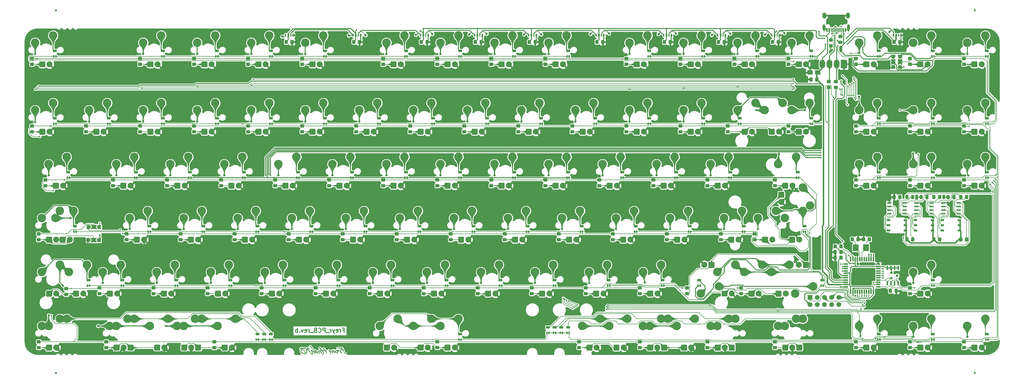
<source format=gbr>
G04 #@! TF.GenerationSoftware,KiCad,Pcbnew,(5.1.2)-2*
G04 #@! TF.CreationDate,2019-07-11T11:24:38+07:00*
G04 #@! TF.ProjectId,PCB,5043422e-6b69-4636-9164-5f7063625858,a*
G04 #@! TF.SameCoordinates,Original*
G04 #@! TF.FileFunction,Copper,L2,Bot*
G04 #@! TF.FilePolarity,Positive*
%FSLAX46Y46*%
G04 Gerber Fmt 4.6, Leading zero omitted, Abs format (unit mm)*
G04 Created by KiCad (PCBNEW (5.1.2)-2) date 2019-07-11 11:24:38*
%MOMM*%
%LPD*%
G04 APERTURE LIST*
%ADD10C,0.300000*%
%ADD11C,0.010000*%
%ADD12C,0.750000*%
%ADD13R,0.600000X1.450000*%
%ADD14R,0.300000X1.450000*%
%ADD15O,1.000000X2.100000*%
%ADD16O,1.400000X2.100000*%
%ADD17C,0.100000*%
%ADD18C,1.150000*%
%ADD19C,2.100000*%
%ADD20R,0.600000X0.889000*%
%ADD21R,1.397000X0.889000*%
%ADD22C,2.000000*%
%ADD23C,0.450000*%
%ADD24C,0.600000*%
%ADD25C,0.350000*%
%ADD26C,0.500000*%
%ADD27C,1.700000*%
%ADD28R,1.700000X1.700000*%
%ADD29R,0.900000X0.800000*%
%ADD30R,0.600000X1.550000*%
%ADD31R,1.950000X1.500000*%
%ADD32R,2.000000X2.400000*%
%ADD33R,1.500000X0.550000*%
%ADD34R,0.550000X1.500000*%
%ADD35R,1.300000X0.700000*%
%ADD36R,1.550000X0.600000*%
%ADD37C,0.300000*%
%ADD38O,2.000000X3.000000*%
%ADD39C,2.200000*%
%ADD40C,2.500000*%
%ADD41C,3.000000*%
%ADD42C,2.900000*%
%ADD43C,0.800000*%
%ADD44C,0.500000*%
%ADD45C,1.000000*%
%ADD46C,0.200000*%
%ADD47C,0.025400*%
%ADD48C,0.600000*%
G04 APERTURE END LIST*
D10*
X104642333Y-98902819D02*
X105142333Y-98902819D01*
X105142333Y-99688533D02*
X105142333Y-98188533D01*
X104428047Y-98188533D01*
X103856619Y-99688533D02*
X103856619Y-98688533D01*
X103856619Y-98974247D02*
X103785190Y-98831390D01*
X103713761Y-98759962D01*
X103570904Y-98688533D01*
X103428047Y-98688533D01*
X102356619Y-99617104D02*
X102499476Y-99688533D01*
X102785190Y-99688533D01*
X102928047Y-99617104D01*
X102999476Y-99474247D01*
X102999476Y-98902819D01*
X102928047Y-98759962D01*
X102785190Y-98688533D01*
X102499476Y-98688533D01*
X102356619Y-98759962D01*
X102285190Y-98902819D01*
X102285190Y-99045676D01*
X102999476Y-99188533D01*
X101785190Y-98688533D02*
X101428047Y-99688533D01*
X101070904Y-98688533D02*
X101428047Y-99688533D01*
X101570904Y-100045676D01*
X101642333Y-100117104D01*
X101785190Y-100188533D01*
X100499476Y-99688533D02*
X100499476Y-98688533D01*
X100499476Y-98974247D02*
X100428047Y-98831390D01*
X100356619Y-98759962D01*
X100213761Y-98688533D01*
X100070904Y-98688533D01*
X99928047Y-99831390D02*
X98785190Y-99831390D01*
X98428047Y-99688533D02*
X98428047Y-98188533D01*
X97856619Y-98188533D01*
X97713761Y-98259962D01*
X97642333Y-98331390D01*
X97570904Y-98474247D01*
X97570904Y-98688533D01*
X97642333Y-98831390D01*
X97713761Y-98902819D01*
X97856619Y-98974247D01*
X98428047Y-98974247D01*
X96070904Y-99545676D02*
X96142333Y-99617104D01*
X96356619Y-99688533D01*
X96499476Y-99688533D01*
X96713761Y-99617104D01*
X96856619Y-99474247D01*
X96928047Y-99331390D01*
X96999476Y-99045676D01*
X96999476Y-98831390D01*
X96928047Y-98545676D01*
X96856619Y-98402819D01*
X96713761Y-98259962D01*
X96499476Y-98188533D01*
X96356619Y-98188533D01*
X96142333Y-98259962D01*
X96070904Y-98331390D01*
X94928047Y-98902819D02*
X94713761Y-98974247D01*
X94642333Y-99045676D01*
X94570904Y-99188533D01*
X94570904Y-99402819D01*
X94642333Y-99545676D01*
X94713761Y-99617104D01*
X94856619Y-99688533D01*
X95428047Y-99688533D01*
X95428047Y-98188533D01*
X94928047Y-98188533D01*
X94785190Y-98259962D01*
X94713761Y-98331390D01*
X94642333Y-98474247D01*
X94642333Y-98617104D01*
X94713761Y-98759962D01*
X94785190Y-98831390D01*
X94928047Y-98902819D01*
X95428047Y-98902819D01*
X94285190Y-99831390D02*
X93142333Y-99831390D01*
X92785190Y-99688533D02*
X92785190Y-98688533D01*
X92785190Y-98974247D02*
X92713761Y-98831390D01*
X92642333Y-98759962D01*
X92499476Y-98688533D01*
X92356619Y-98688533D01*
X91285190Y-99617104D02*
X91428047Y-99688533D01*
X91713761Y-99688533D01*
X91856619Y-99617104D01*
X91928047Y-99474247D01*
X91928047Y-98902819D01*
X91856619Y-98759962D01*
X91713761Y-98688533D01*
X91428047Y-98688533D01*
X91285190Y-98759962D01*
X91213761Y-98902819D01*
X91213761Y-99045676D01*
X91928047Y-99188533D01*
X90713761Y-98688533D02*
X90356619Y-99688533D01*
X89999476Y-98688533D01*
X89428047Y-99545676D02*
X89356619Y-99617104D01*
X89428047Y-99688533D01*
X89499476Y-99617104D01*
X89428047Y-99545676D01*
X89428047Y-99688533D01*
X88713761Y-99688533D02*
X88713761Y-98188533D01*
X88713761Y-98759962D02*
X88570904Y-98688533D01*
X88285190Y-98688533D01*
X88142333Y-98759962D01*
X88070904Y-98831390D01*
X87999476Y-98974247D01*
X87999476Y-99402819D01*
X88070904Y-99545676D01*
X88142333Y-99617104D01*
X88285190Y-99688533D01*
X88570904Y-99688533D01*
X88713761Y-99617104D01*
D11*
G36*
X102902505Y-105909350D02*
G01*
X102897522Y-105910976D01*
X102818360Y-105945575D01*
X102750906Y-105987516D01*
X102720006Y-106009320D01*
X102687886Y-106021200D01*
X102642908Y-106023493D01*
X102573433Y-106016539D01*
X102467824Y-106000674D01*
X102441566Y-105996497D01*
X102285057Y-105975520D01*
X102167875Y-105970688D01*
X102080753Y-105983335D01*
X102014423Y-106014800D01*
X101960015Y-106065944D01*
X101896642Y-106159881D01*
X101877143Y-106247718D01*
X101899475Y-106345085D01*
X101918038Y-106386876D01*
X101966862Y-106474095D01*
X102025557Y-106559938D01*
X102085145Y-106633200D01*
X102136643Y-106682679D01*
X102167148Y-106697665D01*
X102201188Y-106718239D01*
X102227777Y-106755273D01*
X102280147Y-106823561D01*
X102363428Y-106898255D01*
X102463822Y-106970199D01*
X102567534Y-107030237D01*
X102660770Y-107069216D01*
X102715787Y-107079123D01*
X102770409Y-107064781D01*
X102840813Y-107028767D01*
X102866843Y-107011566D01*
X102928169Y-106960795D01*
X102955799Y-106911944D01*
X102959416Y-106875638D01*
X102874001Y-106875638D01*
X102857190Y-106903715D01*
X102827366Y-106919229D01*
X102795786Y-106922533D01*
X102751269Y-106910851D01*
X102682634Y-106881408D01*
X102591818Y-106837828D01*
X102465810Y-106762740D01*
X102343503Y-106665461D01*
X102231849Y-106554359D01*
X102137800Y-106437804D01*
X102068307Y-106324166D01*
X102030321Y-106221814D01*
X102026699Y-106157423D01*
X102054118Y-106109090D01*
X102112365Y-106090028D01*
X102192653Y-106097710D01*
X102286192Y-106129609D01*
X102384195Y-106183199D01*
X102477871Y-106255954D01*
X102521089Y-106299557D01*
X102584063Y-106363975D01*
X102641996Y-106414234D01*
X102668754Y-106432049D01*
X102720454Y-106475599D01*
X102771629Y-106547501D01*
X102817425Y-106635604D01*
X102852988Y-106727761D01*
X102873465Y-106811822D01*
X102874001Y-106875638D01*
X102959416Y-106875638D01*
X102961791Y-106851802D01*
X102948268Y-106720785D01*
X102912269Y-106576088D01*
X102860653Y-106440461D01*
X102810844Y-106351049D01*
X102765569Y-106279180D01*
X102754812Y-106237707D01*
X102779328Y-106219070D01*
X102824355Y-106215523D01*
X102867850Y-106234105D01*
X102929108Y-106281698D01*
X102996230Y-106346069D01*
X103057321Y-106414984D01*
X103100483Y-106476212D01*
X103114191Y-106513536D01*
X103125525Y-106544192D01*
X103150214Y-106538027D01*
X103174288Y-106501044D01*
X103179105Y-106485633D01*
X103180634Y-106388250D01*
X103146093Y-106277230D01*
X103081126Y-106167927D01*
X103047562Y-106127777D01*
X102997287Y-106063554D01*
X102983854Y-106024114D01*
X103005580Y-106014174D01*
X103060782Y-106038449D01*
X103076012Y-106048035D01*
X103133948Y-106077913D01*
X103175536Y-106088523D01*
X103221634Y-106107911D01*
X103233579Y-106121806D01*
X103268623Y-106159845D01*
X103317391Y-106198252D01*
X103360885Y-106232952D01*
X103425745Y-106290868D01*
X103504234Y-106364373D01*
X103588613Y-106445841D01*
X103671146Y-106527645D01*
X103744093Y-106602160D01*
X103799718Y-106661757D01*
X103830282Y-106698811D01*
X103833505Y-106706942D01*
X103842562Y-106730051D01*
X103877704Y-106776395D01*
X103901197Y-106803112D01*
X103965286Y-106878060D01*
X104025076Y-106955699D01*
X104035819Y-106970999D01*
X104074490Y-107023363D01*
X104101111Y-107051770D01*
X104104791Y-107053454D01*
X104149091Y-107037547D01*
X104205053Y-106999104D01*
X104255098Y-106952649D01*
X104281647Y-106912708D01*
X104282591Y-106906552D01*
X104270003Y-106861959D01*
X104237091Y-106790606D01*
X104193691Y-106712601D01*
X104148876Y-106636037D01*
X104116860Y-106577257D01*
X104104578Y-106548995D01*
X104090575Y-106522502D01*
X104053389Y-106465527D01*
X103999938Y-106388508D01*
X103976129Y-106355223D01*
X103911288Y-106264149D01*
X103853076Y-106180328D01*
X103811785Y-106118635D01*
X103804892Y-106107733D01*
X103748944Y-106050581D01*
X103679442Y-106041734D01*
X103620270Y-106064151D01*
X103599575Y-106079610D01*
X103598018Y-106100554D01*
X103620269Y-106134925D01*
X103670997Y-106190666D01*
X103729890Y-106250618D01*
X103839666Y-106365949D01*
X103936766Y-106477133D01*
X104017138Y-106578492D01*
X104076730Y-106664348D01*
X104111489Y-106729022D01*
X104117363Y-106766836D01*
X104103646Y-106774323D01*
X104069989Y-106757075D01*
X104010556Y-106710580D01*
X103934251Y-106642710D01*
X103849979Y-106561339D01*
X103776913Y-106485473D01*
X103698930Y-106410087D01*
X103590184Y-106316600D01*
X103462623Y-106214416D01*
X103328194Y-106112940D01*
X103198843Y-106021576D01*
X103130885Y-105976943D01*
X103049461Y-105927496D01*
X102994474Y-105902636D01*
X102950598Y-105898032D01*
X102902505Y-105909350D01*
X102902505Y-105909350D01*
G37*
X102902505Y-105909350D02*
X102897522Y-105910976D01*
X102818360Y-105945575D01*
X102750906Y-105987516D01*
X102720006Y-106009320D01*
X102687886Y-106021200D01*
X102642908Y-106023493D01*
X102573433Y-106016539D01*
X102467824Y-106000674D01*
X102441566Y-105996497D01*
X102285057Y-105975520D01*
X102167875Y-105970688D01*
X102080753Y-105983335D01*
X102014423Y-106014800D01*
X101960015Y-106065944D01*
X101896642Y-106159881D01*
X101877143Y-106247718D01*
X101899475Y-106345085D01*
X101918038Y-106386876D01*
X101966862Y-106474095D01*
X102025557Y-106559938D01*
X102085145Y-106633200D01*
X102136643Y-106682679D01*
X102167148Y-106697665D01*
X102201188Y-106718239D01*
X102227777Y-106755273D01*
X102280147Y-106823561D01*
X102363428Y-106898255D01*
X102463822Y-106970199D01*
X102567534Y-107030237D01*
X102660770Y-107069216D01*
X102715787Y-107079123D01*
X102770409Y-107064781D01*
X102840813Y-107028767D01*
X102866843Y-107011566D01*
X102928169Y-106960795D01*
X102955799Y-106911944D01*
X102959416Y-106875638D01*
X102874001Y-106875638D01*
X102857190Y-106903715D01*
X102827366Y-106919229D01*
X102795786Y-106922533D01*
X102751269Y-106910851D01*
X102682634Y-106881408D01*
X102591818Y-106837828D01*
X102465810Y-106762740D01*
X102343503Y-106665461D01*
X102231849Y-106554359D01*
X102137800Y-106437804D01*
X102068307Y-106324166D01*
X102030321Y-106221814D01*
X102026699Y-106157423D01*
X102054118Y-106109090D01*
X102112365Y-106090028D01*
X102192653Y-106097710D01*
X102286192Y-106129609D01*
X102384195Y-106183199D01*
X102477871Y-106255954D01*
X102521089Y-106299557D01*
X102584063Y-106363975D01*
X102641996Y-106414234D01*
X102668754Y-106432049D01*
X102720454Y-106475599D01*
X102771629Y-106547501D01*
X102817425Y-106635604D01*
X102852988Y-106727761D01*
X102873465Y-106811822D01*
X102874001Y-106875638D01*
X102959416Y-106875638D01*
X102961791Y-106851802D01*
X102948268Y-106720785D01*
X102912269Y-106576088D01*
X102860653Y-106440461D01*
X102810844Y-106351049D01*
X102765569Y-106279180D01*
X102754812Y-106237707D01*
X102779328Y-106219070D01*
X102824355Y-106215523D01*
X102867850Y-106234105D01*
X102929108Y-106281698D01*
X102996230Y-106346069D01*
X103057321Y-106414984D01*
X103100483Y-106476212D01*
X103114191Y-106513536D01*
X103125525Y-106544192D01*
X103150214Y-106538027D01*
X103174288Y-106501044D01*
X103179105Y-106485633D01*
X103180634Y-106388250D01*
X103146093Y-106277230D01*
X103081126Y-106167927D01*
X103047562Y-106127777D01*
X102997287Y-106063554D01*
X102983854Y-106024114D01*
X103005580Y-106014174D01*
X103060782Y-106038449D01*
X103076012Y-106048035D01*
X103133948Y-106077913D01*
X103175536Y-106088523D01*
X103221634Y-106107911D01*
X103233579Y-106121806D01*
X103268623Y-106159845D01*
X103317391Y-106198252D01*
X103360885Y-106232952D01*
X103425745Y-106290868D01*
X103504234Y-106364373D01*
X103588613Y-106445841D01*
X103671146Y-106527645D01*
X103744093Y-106602160D01*
X103799718Y-106661757D01*
X103830282Y-106698811D01*
X103833505Y-106706942D01*
X103842562Y-106730051D01*
X103877704Y-106776395D01*
X103901197Y-106803112D01*
X103965286Y-106878060D01*
X104025076Y-106955699D01*
X104035819Y-106970999D01*
X104074490Y-107023363D01*
X104101111Y-107051770D01*
X104104791Y-107053454D01*
X104149091Y-107037547D01*
X104205053Y-106999104D01*
X104255098Y-106952649D01*
X104281647Y-106912708D01*
X104282591Y-106906552D01*
X104270003Y-106861959D01*
X104237091Y-106790606D01*
X104193691Y-106712601D01*
X104148876Y-106636037D01*
X104116860Y-106577257D01*
X104104578Y-106548995D01*
X104090575Y-106522502D01*
X104053389Y-106465527D01*
X103999938Y-106388508D01*
X103976129Y-106355223D01*
X103911288Y-106264149D01*
X103853076Y-106180328D01*
X103811785Y-106118635D01*
X103804892Y-106107733D01*
X103748944Y-106050581D01*
X103679442Y-106041734D01*
X103620270Y-106064151D01*
X103599575Y-106079610D01*
X103598018Y-106100554D01*
X103620269Y-106134925D01*
X103670997Y-106190666D01*
X103729890Y-106250618D01*
X103839666Y-106365949D01*
X103936766Y-106477133D01*
X104017138Y-106578492D01*
X104076730Y-106664348D01*
X104111489Y-106729022D01*
X104117363Y-106766836D01*
X104103646Y-106774323D01*
X104069989Y-106757075D01*
X104010556Y-106710580D01*
X103934251Y-106642710D01*
X103849979Y-106561339D01*
X103776913Y-106485473D01*
X103698930Y-106410087D01*
X103590184Y-106316600D01*
X103462623Y-106214416D01*
X103328194Y-106112940D01*
X103198843Y-106021576D01*
X103130885Y-105976943D01*
X103049461Y-105927496D01*
X102994474Y-105902636D01*
X102950598Y-105898032D01*
X102902505Y-105909350D01*
G36*
X94878033Y-105971062D02*
G01*
X94835265Y-106010815D01*
X94787852Y-106063160D01*
X94760361Y-106100947D01*
X94757591Y-106108631D01*
X94780100Y-106118020D01*
X94836748Y-106120020D01*
X94865710Y-106118390D01*
X94978624Y-106126864D01*
X95107177Y-106162977D01*
X95230185Y-106219372D01*
X95307632Y-106271855D01*
X95457125Y-106403543D01*
X95581383Y-106527901D01*
X95677474Y-106640859D01*
X95742468Y-106738350D01*
X95773431Y-106816303D01*
X95767431Y-106870650D01*
X95750841Y-106886985D01*
X95715898Y-106881672D01*
X95652355Y-106847795D01*
X95568760Y-106791444D01*
X95473660Y-106718705D01*
X95375606Y-106635665D01*
X95303008Y-106568086D01*
X95229906Y-106499684D01*
X95168706Y-106447757D01*
X95129563Y-106420737D01*
X95123109Y-106418723D01*
X95093057Y-106400388D01*
X95045691Y-106353527D01*
X95014646Y-106317123D01*
X94957076Y-106250292D01*
X94916384Y-106222020D01*
X94880462Y-106229149D01*
X94837199Y-106268521D01*
X94835457Y-106270386D01*
X94784344Y-106325250D01*
X94840818Y-106381654D01*
X94927750Y-106483063D01*
X95010752Y-106612564D01*
X95068741Y-106722018D01*
X95118494Y-106836370D01*
X95135989Y-106919269D01*
X95121983Y-106977871D01*
X95098571Y-107004517D01*
X95077819Y-107029063D01*
X95090709Y-107051479D01*
X95143021Y-107082762D01*
X95221757Y-107119265D01*
X95269576Y-107125512D01*
X95295821Y-107102228D01*
X95298994Y-107094904D01*
X95302605Y-107031546D01*
X95281844Y-106936119D01*
X95239673Y-106819373D01*
X95198155Y-106729027D01*
X95152880Y-106638253D01*
X95126883Y-106583782D01*
X95116950Y-106556366D01*
X95119868Y-106546758D01*
X95132422Y-106545712D01*
X95134451Y-106545723D01*
X95161028Y-106562734D01*
X95215684Y-106609279D01*
X95290928Y-106678626D01*
X95379267Y-106764044D01*
X95396918Y-106781539D01*
X95526197Y-106905330D01*
X95630076Y-106992559D01*
X95714418Y-107046702D01*
X95785086Y-107071239D01*
X95847944Y-107069645D01*
X95871220Y-107062832D01*
X95921998Y-107023346D01*
X95933273Y-106955086D01*
X95905071Y-106856753D01*
X95876405Y-106796347D01*
X95844558Y-106729774D01*
X95826180Y-106680758D01*
X95824391Y-106670584D01*
X95808167Y-106634892D01*
X95764880Y-106572233D01*
X95702613Y-106492323D01*
X95629447Y-106404878D01*
X95553465Y-106319614D01*
X95482748Y-106246244D01*
X95434536Y-106201921D01*
X95264268Y-106077427D01*
X95095678Y-105987879D01*
X94979909Y-105948164D01*
X94927568Y-105945080D01*
X94878033Y-105971062D01*
X94878033Y-105971062D01*
G37*
X94878033Y-105971062D02*
X94835265Y-106010815D01*
X94787852Y-106063160D01*
X94760361Y-106100947D01*
X94757591Y-106108631D01*
X94780100Y-106118020D01*
X94836748Y-106120020D01*
X94865710Y-106118390D01*
X94978624Y-106126864D01*
X95107177Y-106162977D01*
X95230185Y-106219372D01*
X95307632Y-106271855D01*
X95457125Y-106403543D01*
X95581383Y-106527901D01*
X95677474Y-106640859D01*
X95742468Y-106738350D01*
X95773431Y-106816303D01*
X95767431Y-106870650D01*
X95750841Y-106886985D01*
X95715898Y-106881672D01*
X95652355Y-106847795D01*
X95568760Y-106791444D01*
X95473660Y-106718705D01*
X95375606Y-106635665D01*
X95303008Y-106568086D01*
X95229906Y-106499684D01*
X95168706Y-106447757D01*
X95129563Y-106420737D01*
X95123109Y-106418723D01*
X95093057Y-106400388D01*
X95045691Y-106353527D01*
X95014646Y-106317123D01*
X94957076Y-106250292D01*
X94916384Y-106222020D01*
X94880462Y-106229149D01*
X94837199Y-106268521D01*
X94835457Y-106270386D01*
X94784344Y-106325250D01*
X94840818Y-106381654D01*
X94927750Y-106483063D01*
X95010752Y-106612564D01*
X95068741Y-106722018D01*
X95118494Y-106836370D01*
X95135989Y-106919269D01*
X95121983Y-106977871D01*
X95098571Y-107004517D01*
X95077819Y-107029063D01*
X95090709Y-107051479D01*
X95143021Y-107082762D01*
X95221757Y-107119265D01*
X95269576Y-107125512D01*
X95295821Y-107102228D01*
X95298994Y-107094904D01*
X95302605Y-107031546D01*
X95281844Y-106936119D01*
X95239673Y-106819373D01*
X95198155Y-106729027D01*
X95152880Y-106638253D01*
X95126883Y-106583782D01*
X95116950Y-106556366D01*
X95119868Y-106546758D01*
X95132422Y-106545712D01*
X95134451Y-106545723D01*
X95161028Y-106562734D01*
X95215684Y-106609279D01*
X95290928Y-106678626D01*
X95379267Y-106764044D01*
X95396918Y-106781539D01*
X95526197Y-106905330D01*
X95630076Y-106992559D01*
X95714418Y-107046702D01*
X95785086Y-107071239D01*
X95847944Y-107069645D01*
X95871220Y-107062832D01*
X95921998Y-107023346D01*
X95933273Y-106955086D01*
X95905071Y-106856753D01*
X95876405Y-106796347D01*
X95844558Y-106729774D01*
X95826180Y-106680758D01*
X95824391Y-106670584D01*
X95808167Y-106634892D01*
X95764880Y-106572233D01*
X95702613Y-106492323D01*
X95629447Y-106404878D01*
X95553465Y-106319614D01*
X95482748Y-106246244D01*
X95434536Y-106201921D01*
X95264268Y-106077427D01*
X95095678Y-105987879D01*
X94979909Y-105948164D01*
X94927568Y-105945080D01*
X94878033Y-105971062D01*
G36*
X103931862Y-105033974D02*
G01*
X103898959Y-105044234D01*
X103843318Y-105054215D01*
X103742116Y-105062304D01*
X103600565Y-105068269D01*
X103423878Y-105071876D01*
X103256451Y-105072911D01*
X103039471Y-105074362D01*
X102871125Y-105078511D01*
X102749305Y-105085556D01*
X102671908Y-105095694D01*
X102636828Y-105109124D01*
X102641959Y-105126042D01*
X102647930Y-105130046D01*
X102715767Y-105156773D01*
X102828031Y-105183962D01*
X102978371Y-105210533D01*
X103160440Y-105235405D01*
X103367886Y-105257498D01*
X103429604Y-105263035D01*
X103605131Y-105278703D01*
X103739515Y-105293777D01*
X103842241Y-105311869D01*
X103922790Y-105336590D01*
X103990648Y-105371551D01*
X104055296Y-105420364D01*
X104126218Y-105486639D01*
X104192896Y-105553696D01*
X104344501Y-105707522D01*
X103921500Y-105707522D01*
X103740140Y-105709498D01*
X103594177Y-105715222D01*
X103488641Y-105724391D01*
X103428566Y-105736702D01*
X103426995Y-105737332D01*
X103388955Y-105754652D01*
X103383205Y-105766131D01*
X103415641Y-105776362D01*
X103492159Y-105789936D01*
X103495191Y-105790442D01*
X103579988Y-105805845D01*
X103647570Y-105820353D01*
X103672991Y-105827398D01*
X103720481Y-105837200D01*
X103795514Y-105845900D01*
X103829643Y-105848472D01*
X103913630Y-105859028D01*
X103983631Y-105876722D01*
X104001117Y-105884212D01*
X104051946Y-105898281D01*
X104136081Y-105908732D01*
X104236047Y-105913461D01*
X104244190Y-105913528D01*
X104337664Y-105916937D01*
X104409883Y-105925029D01*
X104447126Y-105936162D01*
X104448865Y-105938022D01*
X104484021Y-105958806D01*
X104506341Y-105961837D01*
X104542279Y-105981576D01*
X104588872Y-106029193D01*
X104632646Y-106087859D01*
X104660129Y-106140746D01*
X104663592Y-106158256D01*
X104682644Y-106185463D01*
X104714391Y-106209628D01*
X104754381Y-106248532D01*
X104765191Y-106277526D01*
X104786343Y-106313566D01*
X104815991Y-106329823D01*
X104857025Y-106352086D01*
X104866792Y-106368361D01*
X104880016Y-106400408D01*
X104914025Y-106458939D01*
X104944731Y-106506261D01*
X104994577Y-106594740D01*
X105009443Y-106658617D01*
X105007369Y-106669957D01*
X105011726Y-106727855D01*
X105031029Y-106757132D01*
X105062657Y-106799422D01*
X105069991Y-106821615D01*
X105088327Y-106857184D01*
X105136869Y-106914821D01*
X105205918Y-106985156D01*
X105285777Y-107058821D01*
X105366748Y-107126445D01*
X105439133Y-107178659D01*
X105440376Y-107179450D01*
X105511836Y-107224425D01*
X105556832Y-107246445D01*
X105592706Y-107248284D01*
X105636798Y-107232713D01*
X105673241Y-107216678D01*
X105728054Y-107186518D01*
X105755167Y-107159464D01*
X105755791Y-107156196D01*
X105736277Y-107130725D01*
X105685012Y-107086964D01*
X105612911Y-107034195D01*
X105609741Y-107032024D01*
X105538164Y-106979000D01*
X105450828Y-106908178D01*
X105355752Y-106826839D01*
X105260956Y-106742266D01*
X105174459Y-106661740D01*
X105104280Y-106592543D01*
X105058437Y-106541958D01*
X105044591Y-106518819D01*
X105031159Y-106489695D01*
X104994821Y-106428438D01*
X104941517Y-106344731D01*
X104892191Y-106270391D01*
X104829869Y-106176293D01*
X104779864Y-106097548D01*
X104748098Y-106043685D01*
X104739791Y-106025070D01*
X104761625Y-106015303D01*
X104814934Y-106017246D01*
X104822341Y-106018301D01*
X104889260Y-106023855D01*
X104936032Y-106019719D01*
X104936641Y-106019507D01*
X104957455Y-105989073D01*
X104967286Y-105931710D01*
X104965181Y-105870290D01*
X104950186Y-105827682D01*
X104944834Y-105822961D01*
X104909927Y-105812728D01*
X104838565Y-105798685D01*
X104744681Y-105783503D01*
X104721442Y-105780142D01*
X104521608Y-105751882D01*
X104390534Y-105569635D01*
X104313335Y-105460678D01*
X104264879Y-105385905D01*
X104243323Y-105338942D01*
X104246823Y-105313413D01*
X104273536Y-105302943D01*
X104312894Y-105301122D01*
X104380807Y-105309400D01*
X104427673Y-105329477D01*
X104429311Y-105331002D01*
X104468609Y-105342951D01*
X104510427Y-105316841D01*
X104544757Y-105263847D01*
X104561590Y-105195142D01*
X104561991Y-105182886D01*
X104561991Y-105097923D01*
X104316342Y-105097922D01*
X104191534Y-105095820D01*
X104107416Y-105088575D01*
X104054014Y-105074784D01*
X104025400Y-105056934D01*
X103983250Y-105031008D01*
X103931862Y-105033974D01*
X103931862Y-105033974D01*
G37*
X103931862Y-105033974D02*
X103898959Y-105044234D01*
X103843318Y-105054215D01*
X103742116Y-105062304D01*
X103600565Y-105068269D01*
X103423878Y-105071876D01*
X103256451Y-105072911D01*
X103039471Y-105074362D01*
X102871125Y-105078511D01*
X102749305Y-105085556D01*
X102671908Y-105095694D01*
X102636828Y-105109124D01*
X102641959Y-105126042D01*
X102647930Y-105130046D01*
X102715767Y-105156773D01*
X102828031Y-105183962D01*
X102978371Y-105210533D01*
X103160440Y-105235405D01*
X103367886Y-105257498D01*
X103429604Y-105263035D01*
X103605131Y-105278703D01*
X103739515Y-105293777D01*
X103842241Y-105311869D01*
X103922790Y-105336590D01*
X103990648Y-105371551D01*
X104055296Y-105420364D01*
X104126218Y-105486639D01*
X104192896Y-105553696D01*
X104344501Y-105707522D01*
X103921500Y-105707522D01*
X103740140Y-105709498D01*
X103594177Y-105715222D01*
X103488641Y-105724391D01*
X103428566Y-105736702D01*
X103426995Y-105737332D01*
X103388955Y-105754652D01*
X103383205Y-105766131D01*
X103415641Y-105776362D01*
X103492159Y-105789936D01*
X103495191Y-105790442D01*
X103579988Y-105805845D01*
X103647570Y-105820353D01*
X103672991Y-105827398D01*
X103720481Y-105837200D01*
X103795514Y-105845900D01*
X103829643Y-105848472D01*
X103913630Y-105859028D01*
X103983631Y-105876722D01*
X104001117Y-105884212D01*
X104051946Y-105898281D01*
X104136081Y-105908732D01*
X104236047Y-105913461D01*
X104244190Y-105913528D01*
X104337664Y-105916937D01*
X104409883Y-105925029D01*
X104447126Y-105936162D01*
X104448865Y-105938022D01*
X104484021Y-105958806D01*
X104506341Y-105961837D01*
X104542279Y-105981576D01*
X104588872Y-106029193D01*
X104632646Y-106087859D01*
X104660129Y-106140746D01*
X104663592Y-106158256D01*
X104682644Y-106185463D01*
X104714391Y-106209628D01*
X104754381Y-106248532D01*
X104765191Y-106277526D01*
X104786343Y-106313566D01*
X104815991Y-106329823D01*
X104857025Y-106352086D01*
X104866792Y-106368361D01*
X104880016Y-106400408D01*
X104914025Y-106458939D01*
X104944731Y-106506261D01*
X104994577Y-106594740D01*
X105009443Y-106658617D01*
X105007369Y-106669957D01*
X105011726Y-106727855D01*
X105031029Y-106757132D01*
X105062657Y-106799422D01*
X105069991Y-106821615D01*
X105088327Y-106857184D01*
X105136869Y-106914821D01*
X105205918Y-106985156D01*
X105285777Y-107058821D01*
X105366748Y-107126445D01*
X105439133Y-107178659D01*
X105440376Y-107179450D01*
X105511836Y-107224425D01*
X105556832Y-107246445D01*
X105592706Y-107248284D01*
X105636798Y-107232713D01*
X105673241Y-107216678D01*
X105728054Y-107186518D01*
X105755167Y-107159464D01*
X105755791Y-107156196D01*
X105736277Y-107130725D01*
X105685012Y-107086964D01*
X105612911Y-107034195D01*
X105609741Y-107032024D01*
X105538164Y-106979000D01*
X105450828Y-106908178D01*
X105355752Y-106826839D01*
X105260956Y-106742266D01*
X105174459Y-106661740D01*
X105104280Y-106592543D01*
X105058437Y-106541958D01*
X105044591Y-106518819D01*
X105031159Y-106489695D01*
X104994821Y-106428438D01*
X104941517Y-106344731D01*
X104892191Y-106270391D01*
X104829869Y-106176293D01*
X104779864Y-106097548D01*
X104748098Y-106043685D01*
X104739791Y-106025070D01*
X104761625Y-106015303D01*
X104814934Y-106017246D01*
X104822341Y-106018301D01*
X104889260Y-106023855D01*
X104936032Y-106019719D01*
X104936641Y-106019507D01*
X104957455Y-105989073D01*
X104967286Y-105931710D01*
X104965181Y-105870290D01*
X104950186Y-105827682D01*
X104944834Y-105822961D01*
X104909927Y-105812728D01*
X104838565Y-105798685D01*
X104744681Y-105783503D01*
X104721442Y-105780142D01*
X104521608Y-105751882D01*
X104390534Y-105569635D01*
X104313335Y-105460678D01*
X104264879Y-105385905D01*
X104243323Y-105338942D01*
X104246823Y-105313413D01*
X104273536Y-105302943D01*
X104312894Y-105301122D01*
X104380807Y-105309400D01*
X104427673Y-105329477D01*
X104429311Y-105331002D01*
X104468609Y-105342951D01*
X104510427Y-105316841D01*
X104544757Y-105263847D01*
X104561590Y-105195142D01*
X104561991Y-105182886D01*
X104561991Y-105097923D01*
X104316342Y-105097922D01*
X104191534Y-105095820D01*
X104107416Y-105088575D01*
X104054014Y-105074784D01*
X104025400Y-105056934D01*
X103983250Y-105031008D01*
X103931862Y-105033974D01*
G36*
X96478709Y-105913940D02*
G01*
X96427641Y-105927495D01*
X96388143Y-105952394D01*
X96396421Y-105991733D01*
X96451969Y-106044162D01*
X96478615Y-106062801D01*
X96535914Y-106106951D01*
X96616689Y-106177056D01*
X96709098Y-106262554D01*
X96780706Y-106332210D01*
X96882690Y-106438580D01*
X96963617Y-106532232D01*
X97021618Y-106609375D01*
X97054825Y-106666219D01*
X97061367Y-106698973D01*
X97039378Y-106703846D01*
X96986988Y-106677048D01*
X96931140Y-106637350D01*
X96842140Y-106575896D01*
X96720871Y-106500908D01*
X96580656Y-106419766D01*
X96434819Y-106339849D01*
X96296684Y-106268535D01*
X96179576Y-106213203D01*
X96124157Y-106190451D01*
X96041244Y-106161460D01*
X95987587Y-106150659D01*
X95945444Y-106156955D01*
X95901907Y-106176742D01*
X95849706Y-106209876D01*
X95824751Y-106237789D01*
X95824391Y-106240230D01*
X95838803Y-106270065D01*
X95877141Y-106328877D01*
X95932060Y-106405609D01*
X95951391Y-106431423D01*
X96010279Y-106513470D01*
X96054664Y-106583396D01*
X96077071Y-106629148D01*
X96078391Y-106636216D01*
X96096272Y-106679652D01*
X96129191Y-106716716D01*
X96167548Y-106758515D01*
X96180148Y-106786317D01*
X96191177Y-106825723D01*
X96217289Y-106883328D01*
X96244219Y-106951698D01*
X96269189Y-107041832D01*
X96277311Y-107080977D01*
X96288535Y-107162798D01*
X96282936Y-107216238D01*
X96257675Y-107261751D01*
X96251026Y-107270421D01*
X96220825Y-107313878D01*
X96223752Y-107331023D01*
X96241062Y-107333123D01*
X96282046Y-107313556D01*
X96322706Y-107268587D01*
X96374272Y-107144945D01*
X96384155Y-106994582D01*
X96352288Y-106816923D01*
X96278603Y-106611393D01*
X96232596Y-106511328D01*
X96194240Y-106427379D01*
X96169164Y-106362116D01*
X96161947Y-106327723D01*
X96162856Y-106325792D01*
X96194151Y-106326661D01*
X96256113Y-106349271D01*
X96336839Y-106387639D01*
X96424426Y-106435785D01*
X96506972Y-106487727D01*
X96555100Y-106522917D01*
X96633531Y-106587629D01*
X96726326Y-106667396D01*
X96796400Y-106729663D01*
X96868853Y-106789922D01*
X96932251Y-106833186D01*
X96973133Y-106850300D01*
X96973741Y-106850313D01*
X97011319Y-106868720D01*
X97018191Y-106889516D01*
X97032435Y-106942268D01*
X97066240Y-106999864D01*
X97106216Y-107042812D01*
X97130985Y-107053723D01*
X97172948Y-107034366D01*
X97221668Y-106988694D01*
X97260164Y-106935305D01*
X97272191Y-106899070D01*
X97260076Y-106861689D01*
X97227640Y-106792802D01*
X97180750Y-106704436D01*
X97155279Y-106659407D01*
X97043130Y-106468567D01*
X96948110Y-106315289D01*
X96864839Y-106191599D01*
X96787932Y-106089519D01*
X96712007Y-106001075D01*
X96708254Y-105996991D01*
X96649955Y-105936818D01*
X96603890Y-105905798D01*
X96552620Y-105899611D01*
X96478709Y-105913940D01*
X96478709Y-105913940D01*
G37*
X96478709Y-105913940D02*
X96427641Y-105927495D01*
X96388143Y-105952394D01*
X96396421Y-105991733D01*
X96451969Y-106044162D01*
X96478615Y-106062801D01*
X96535914Y-106106951D01*
X96616689Y-106177056D01*
X96709098Y-106262554D01*
X96780706Y-106332210D01*
X96882690Y-106438580D01*
X96963617Y-106532232D01*
X97021618Y-106609375D01*
X97054825Y-106666219D01*
X97061367Y-106698973D01*
X97039378Y-106703846D01*
X96986988Y-106677048D01*
X96931140Y-106637350D01*
X96842140Y-106575896D01*
X96720871Y-106500908D01*
X96580656Y-106419766D01*
X96434819Y-106339849D01*
X96296684Y-106268535D01*
X96179576Y-106213203D01*
X96124157Y-106190451D01*
X96041244Y-106161460D01*
X95987587Y-106150659D01*
X95945444Y-106156955D01*
X95901907Y-106176742D01*
X95849706Y-106209876D01*
X95824751Y-106237789D01*
X95824391Y-106240230D01*
X95838803Y-106270065D01*
X95877141Y-106328877D01*
X95932060Y-106405609D01*
X95951391Y-106431423D01*
X96010279Y-106513470D01*
X96054664Y-106583396D01*
X96077071Y-106629148D01*
X96078391Y-106636216D01*
X96096272Y-106679652D01*
X96129191Y-106716716D01*
X96167548Y-106758515D01*
X96180148Y-106786317D01*
X96191177Y-106825723D01*
X96217289Y-106883328D01*
X96244219Y-106951698D01*
X96269189Y-107041832D01*
X96277311Y-107080977D01*
X96288535Y-107162798D01*
X96282936Y-107216238D01*
X96257675Y-107261751D01*
X96251026Y-107270421D01*
X96220825Y-107313878D01*
X96223752Y-107331023D01*
X96241062Y-107333123D01*
X96282046Y-107313556D01*
X96322706Y-107268587D01*
X96374272Y-107144945D01*
X96384155Y-106994582D01*
X96352288Y-106816923D01*
X96278603Y-106611393D01*
X96232596Y-106511328D01*
X96194240Y-106427379D01*
X96169164Y-106362116D01*
X96161947Y-106327723D01*
X96162856Y-106325792D01*
X96194151Y-106326661D01*
X96256113Y-106349271D01*
X96336839Y-106387639D01*
X96424426Y-106435785D01*
X96506972Y-106487727D01*
X96555100Y-106522917D01*
X96633531Y-106587629D01*
X96726326Y-106667396D01*
X96796400Y-106729663D01*
X96868853Y-106789922D01*
X96932251Y-106833186D01*
X96973133Y-106850300D01*
X96973741Y-106850313D01*
X97011319Y-106868720D01*
X97018191Y-106889516D01*
X97032435Y-106942268D01*
X97066240Y-106999864D01*
X97106216Y-107042812D01*
X97130985Y-107053723D01*
X97172948Y-107034366D01*
X97221668Y-106988694D01*
X97260164Y-106935305D01*
X97272191Y-106899070D01*
X97260076Y-106861689D01*
X97227640Y-106792802D01*
X97180750Y-106704436D01*
X97155279Y-106659407D01*
X97043130Y-106468567D01*
X96948110Y-106315289D01*
X96864839Y-106191599D01*
X96787932Y-106089519D01*
X96712007Y-106001075D01*
X96708254Y-105996991D01*
X96649955Y-105936818D01*
X96603890Y-105905798D01*
X96552620Y-105899611D01*
X96478709Y-105913940D01*
G36*
X101257679Y-105808186D02*
G01*
X101208541Y-105852552D01*
X101191308Y-105876969D01*
X101165965Y-105923245D01*
X101173298Y-105952035D01*
X101199294Y-105974371D01*
X101242671Y-106003049D01*
X101262931Y-106011515D01*
X101288103Y-106028422D01*
X101337353Y-106071144D01*
X101399765Y-106129154D01*
X101464422Y-106191926D01*
X101520406Y-106248933D01*
X101556801Y-106289648D01*
X101564791Y-106302587D01*
X101579697Y-106328396D01*
X101618932Y-106382011D01*
X101674274Y-106452241D01*
X101679091Y-106458170D01*
X101739489Y-106541194D01*
X101780108Y-106614708D01*
X101797156Y-106669594D01*
X101786839Y-106696734D01*
X101778918Y-106698123D01*
X101748738Y-106683782D01*
X101686998Y-106644824D01*
X101602602Y-106587343D01*
X101504453Y-106517436D01*
X101401456Y-106441196D01*
X101381607Y-106426143D01*
X101280561Y-106353814D01*
X101169339Y-106281664D01*
X101058393Y-106215652D01*
X100958172Y-106161732D01*
X100879128Y-106125862D01*
X100833825Y-106113923D01*
X100775051Y-106128571D01*
X100741850Y-106147011D01*
X100718362Y-106168707D01*
X100714501Y-106195026D01*
X100732729Y-106239066D01*
X100772157Y-106308244D01*
X100834305Y-106422240D01*
X100865503Y-106500088D01*
X100865868Y-106540734D01*
X100835520Y-106543121D01*
X100774576Y-106506194D01*
X100751930Y-106488573D01*
X100677804Y-106432204D01*
X100577903Y-106360760D01*
X100464486Y-106282516D01*
X100349810Y-106205744D01*
X100246132Y-106138721D01*
X100165710Y-106089721D01*
X100140502Y-106075823D01*
X100061896Y-106034914D01*
X99964580Y-105983979D01*
X99901473Y-105950812D01*
X99760574Y-105876602D01*
X99684783Y-105949214D01*
X99628418Y-106011723D01*
X99614686Y-106060369D01*
X99644068Y-106109639D01*
X99691541Y-106153095D01*
X99748323Y-106208120D01*
X99787262Y-106259368D01*
X99792531Y-106270216D01*
X99829269Y-106318752D01*
X99856031Y-106335063D01*
X99888121Y-106352093D01*
X99922275Y-106383959D01*
X99966006Y-106439392D01*
X100026824Y-106527125D01*
X100046405Y-106556366D01*
X100095996Y-106627007D01*
X100140887Y-106684905D01*
X100155145Y-106701004D01*
X100192865Y-106760264D01*
X100205780Y-106799144D01*
X100229461Y-106857808D01*
X100251779Y-106885163D01*
X100290337Y-106936465D01*
X100330330Y-107019327D01*
X100364928Y-107115187D01*
X100387305Y-107205482D01*
X100391517Y-107265062D01*
X100384989Y-107310477D01*
X100368117Y-107334566D01*
X100328013Y-107344093D01*
X100251790Y-107345819D01*
X100237595Y-107345823D01*
X100159118Y-107348722D01*
X100106106Y-107356232D01*
X100091545Y-107364220D01*
X100112360Y-107388050D01*
X100161734Y-107418375D01*
X100220194Y-107445158D01*
X100268265Y-107458361D01*
X100274480Y-107458512D01*
X100324231Y-107448052D01*
X100359173Y-107435954D01*
X100434530Y-107379697D01*
X100485464Y-107288655D01*
X100507978Y-107174553D01*
X100498075Y-107049118D01*
X100495235Y-107036757D01*
X100466316Y-106945555D01*
X100420402Y-106830749D01*
X100363883Y-106705580D01*
X100303151Y-106583293D01*
X100244595Y-106477133D01*
X100194609Y-106400343D01*
X100178987Y-106381399D01*
X100138101Y-106334763D01*
X100117561Y-106306401D01*
X100116991Y-106304423D01*
X100101474Y-106281122D01*
X100063127Y-106236350D01*
X100052832Y-106225111D01*
X100013875Y-106171233D01*
X100009784Y-106135252D01*
X100011814Y-106132740D01*
X100049823Y-106128359D01*
X100117312Y-106152807D01*
X100205914Y-106201023D01*
X100307262Y-106267948D01*
X100412992Y-106348522D01*
X100512477Y-106435550D01*
X100589017Y-106506784D01*
X100680532Y-106590661D01*
X100747427Y-106651203D01*
X100812886Y-106712486D01*
X100860001Y-106761332D01*
X100878958Y-106787536D01*
X100878991Y-106787990D01*
X100895479Y-106817001D01*
X100935229Y-106861061D01*
X100936141Y-106861947D01*
X100985905Y-106915572D01*
X101018691Y-106958980D01*
X101041234Y-106984569D01*
X101074111Y-106984962D01*
X101127922Y-106964381D01*
X101182082Y-106936399D01*
X101201899Y-106903487D01*
X101198007Y-106844977D01*
X101195944Y-106832160D01*
X101179685Y-106754386D01*
X101160811Y-106690954D01*
X101158588Y-106685423D01*
X101137014Y-106635360D01*
X101103188Y-106557687D01*
X101072922Y-106488573D01*
X101043673Y-106413538D01*
X101030183Y-106360838D01*
X101034624Y-106342523D01*
X101072098Y-106355410D01*
X101136132Y-106388118D01*
X101211406Y-106431717D01*
X101282599Y-106477278D01*
X101334389Y-106515871D01*
X101338782Y-106519803D01*
X101379233Y-106554448D01*
X101445705Y-106608637D01*
X101524034Y-106670829D01*
X101526451Y-106672723D01*
X101613450Y-106741566D01*
X101697199Y-106809002D01*
X101755295Y-106856873D01*
X101840566Y-106911837D01*
X101911107Y-106922694D01*
X101962844Y-106889104D01*
X101971772Y-106874838D01*
X101984656Y-106830995D01*
X101961684Y-106792656D01*
X101940916Y-106774083D01*
X101905308Y-106740020D01*
X101899349Y-106724446D01*
X101900045Y-106724368D01*
X101904348Y-106703686D01*
X101884537Y-106648273D01*
X101844864Y-106565539D01*
X101789583Y-106462897D01*
X101722947Y-106347755D01*
X101649209Y-106227526D01*
X101572621Y-106109620D01*
X101497438Y-106001447D01*
X101445627Y-105932558D01*
X101369970Y-105846823D01*
X101309405Y-105805821D01*
X101257679Y-105808186D01*
X101257679Y-105808186D01*
G37*
X101257679Y-105808186D02*
X101208541Y-105852552D01*
X101191308Y-105876969D01*
X101165965Y-105923245D01*
X101173298Y-105952035D01*
X101199294Y-105974371D01*
X101242671Y-106003049D01*
X101262931Y-106011515D01*
X101288103Y-106028422D01*
X101337353Y-106071144D01*
X101399765Y-106129154D01*
X101464422Y-106191926D01*
X101520406Y-106248933D01*
X101556801Y-106289648D01*
X101564791Y-106302587D01*
X101579697Y-106328396D01*
X101618932Y-106382011D01*
X101674274Y-106452241D01*
X101679091Y-106458170D01*
X101739489Y-106541194D01*
X101780108Y-106614708D01*
X101797156Y-106669594D01*
X101786839Y-106696734D01*
X101778918Y-106698123D01*
X101748738Y-106683782D01*
X101686998Y-106644824D01*
X101602602Y-106587343D01*
X101504453Y-106517436D01*
X101401456Y-106441196D01*
X101381607Y-106426143D01*
X101280561Y-106353814D01*
X101169339Y-106281664D01*
X101058393Y-106215652D01*
X100958172Y-106161732D01*
X100879128Y-106125862D01*
X100833825Y-106113923D01*
X100775051Y-106128571D01*
X100741850Y-106147011D01*
X100718362Y-106168707D01*
X100714501Y-106195026D01*
X100732729Y-106239066D01*
X100772157Y-106308244D01*
X100834305Y-106422240D01*
X100865503Y-106500088D01*
X100865868Y-106540734D01*
X100835520Y-106543121D01*
X100774576Y-106506194D01*
X100751930Y-106488573D01*
X100677804Y-106432204D01*
X100577903Y-106360760D01*
X100464486Y-106282516D01*
X100349810Y-106205744D01*
X100246132Y-106138721D01*
X100165710Y-106089721D01*
X100140502Y-106075823D01*
X100061896Y-106034914D01*
X99964580Y-105983979D01*
X99901473Y-105950812D01*
X99760574Y-105876602D01*
X99684783Y-105949214D01*
X99628418Y-106011723D01*
X99614686Y-106060369D01*
X99644068Y-106109639D01*
X99691541Y-106153095D01*
X99748323Y-106208120D01*
X99787262Y-106259368D01*
X99792531Y-106270216D01*
X99829269Y-106318752D01*
X99856031Y-106335063D01*
X99888121Y-106352093D01*
X99922275Y-106383959D01*
X99966006Y-106439392D01*
X100026824Y-106527125D01*
X100046405Y-106556366D01*
X100095996Y-106627007D01*
X100140887Y-106684905D01*
X100155145Y-106701004D01*
X100192865Y-106760264D01*
X100205780Y-106799144D01*
X100229461Y-106857808D01*
X100251779Y-106885163D01*
X100290337Y-106936465D01*
X100330330Y-107019327D01*
X100364928Y-107115187D01*
X100387305Y-107205482D01*
X100391517Y-107265062D01*
X100384989Y-107310477D01*
X100368117Y-107334566D01*
X100328013Y-107344093D01*
X100251790Y-107345819D01*
X100237595Y-107345823D01*
X100159118Y-107348722D01*
X100106106Y-107356232D01*
X100091545Y-107364220D01*
X100112360Y-107388050D01*
X100161734Y-107418375D01*
X100220194Y-107445158D01*
X100268265Y-107458361D01*
X100274480Y-107458512D01*
X100324231Y-107448052D01*
X100359173Y-107435954D01*
X100434530Y-107379697D01*
X100485464Y-107288655D01*
X100507978Y-107174553D01*
X100498075Y-107049118D01*
X100495235Y-107036757D01*
X100466316Y-106945555D01*
X100420402Y-106830749D01*
X100363883Y-106705580D01*
X100303151Y-106583293D01*
X100244595Y-106477133D01*
X100194609Y-106400343D01*
X100178987Y-106381399D01*
X100138101Y-106334763D01*
X100117561Y-106306401D01*
X100116991Y-106304423D01*
X100101474Y-106281122D01*
X100063127Y-106236350D01*
X100052832Y-106225111D01*
X100013875Y-106171233D01*
X100009784Y-106135252D01*
X100011814Y-106132740D01*
X100049823Y-106128359D01*
X100117312Y-106152807D01*
X100205914Y-106201023D01*
X100307262Y-106267948D01*
X100412992Y-106348522D01*
X100512477Y-106435550D01*
X100589017Y-106506784D01*
X100680532Y-106590661D01*
X100747427Y-106651203D01*
X100812886Y-106712486D01*
X100860001Y-106761332D01*
X100878958Y-106787536D01*
X100878991Y-106787990D01*
X100895479Y-106817001D01*
X100935229Y-106861061D01*
X100936141Y-106861947D01*
X100985905Y-106915572D01*
X101018691Y-106958980D01*
X101041234Y-106984569D01*
X101074111Y-106984962D01*
X101127922Y-106964381D01*
X101182082Y-106936399D01*
X101201899Y-106903487D01*
X101198007Y-106844977D01*
X101195944Y-106832160D01*
X101179685Y-106754386D01*
X101160811Y-106690954D01*
X101158588Y-106685423D01*
X101137014Y-106635360D01*
X101103188Y-106557687D01*
X101072922Y-106488573D01*
X101043673Y-106413538D01*
X101030183Y-106360838D01*
X101034624Y-106342523D01*
X101072098Y-106355410D01*
X101136132Y-106388118D01*
X101211406Y-106431717D01*
X101282599Y-106477278D01*
X101334389Y-106515871D01*
X101338782Y-106519803D01*
X101379233Y-106554448D01*
X101445705Y-106608637D01*
X101524034Y-106670829D01*
X101526451Y-106672723D01*
X101613450Y-106741566D01*
X101697199Y-106809002D01*
X101755295Y-106856873D01*
X101840566Y-106911837D01*
X101911107Y-106922694D01*
X101962844Y-106889104D01*
X101971772Y-106874838D01*
X101984656Y-106830995D01*
X101961684Y-106792656D01*
X101940916Y-106774083D01*
X101905308Y-106740020D01*
X101899349Y-106724446D01*
X101900045Y-106724368D01*
X101904348Y-106703686D01*
X101884537Y-106648273D01*
X101844864Y-106565539D01*
X101789583Y-106462897D01*
X101722947Y-106347755D01*
X101649209Y-106227526D01*
X101572621Y-106109620D01*
X101497438Y-106001447D01*
X101445627Y-105932558D01*
X101369970Y-105846823D01*
X101309405Y-105805821D01*
X101257679Y-105808186D01*
G36*
X96414417Y-104999460D02*
G01*
X96348360Y-105026309D01*
X96334208Y-105033483D01*
X96276752Y-105074731D01*
X96244007Y-105120269D01*
X96242609Y-105157658D01*
X96260630Y-105171369D01*
X96291718Y-105192609D01*
X96349990Y-105241428D01*
X96426287Y-105309912D01*
X96489075Y-105368703D01*
X96573425Y-105445610D01*
X96647729Y-105507087D01*
X96702550Y-105545679D01*
X96725112Y-105555122D01*
X96763721Y-105576341D01*
X96788594Y-105615999D01*
X96820524Y-105665514D01*
X96878444Y-105729013D01*
X96927665Y-105773778D01*
X96989555Y-105828624D01*
X97031614Y-105871853D01*
X97043591Y-105890701D01*
X97020804Y-105902449D01*
X96962835Y-105909851D01*
X96922941Y-105911111D01*
X96824879Y-105915639D01*
X96776742Y-105927736D01*
X96778390Y-105946363D01*
X96829683Y-105970480D01*
X96930479Y-105999047D01*
X96934950Y-106000126D01*
X97032305Y-106025471D01*
X97112190Y-106049853D01*
X97160123Y-106068762D01*
X97164922Y-106071725D01*
X97198054Y-106106626D01*
X97243266Y-106165947D01*
X97290193Y-106234414D01*
X97328470Y-106296753D01*
X97347732Y-106337690D01*
X97348391Y-106342084D01*
X97369344Y-106366795D01*
X97399560Y-106380740D01*
X97434506Y-106402454D01*
X97436618Y-106419813D01*
X97444081Y-106449967D01*
X97481029Y-106493374D01*
X97487049Y-106498764D01*
X97531704Y-106550097D01*
X97551532Y-106597629D01*
X97551591Y-106599604D01*
X97563128Y-106645454D01*
X97574610Y-106658551D01*
X97602278Y-106693315D01*
X97639739Y-106762756D01*
X97681163Y-106853217D01*
X97720718Y-106951036D01*
X97752572Y-107042554D01*
X97770895Y-107114113D01*
X97771907Y-107120703D01*
X97776610Y-107196063D01*
X97759606Y-107247646D01*
X97721022Y-107293002D01*
X97683434Y-107325945D01*
X97642781Y-107345556D01*
X97585003Y-107355226D01*
X97496041Y-107358347D01*
X97449476Y-107358523D01*
X97345792Y-107355229D01*
X97256898Y-107346505D01*
X97199025Y-107334080D01*
X97192146Y-107331065D01*
X97142012Y-107313216D01*
X97127641Y-107326345D01*
X97151847Y-107362763D01*
X97173343Y-107382449D01*
X97210659Y-107409060D01*
X97256153Y-107429173D01*
X97322173Y-107446521D01*
X97421068Y-107464834D01*
X97475391Y-107473713D01*
X97539970Y-107471584D01*
X97620765Y-107453583D01*
X97640491Y-107446984D01*
X97703636Y-107424290D01*
X97741720Y-107411058D01*
X97746244Y-107409705D01*
X97762214Y-107390947D01*
X97798706Y-107343236D01*
X97828794Y-107302719D01*
X97879993Y-107221064D01*
X97902841Y-107142969D01*
X97907191Y-107063036D01*
X97890616Y-106929734D01*
X97842839Y-106766765D01*
X97766790Y-106582092D01*
X97665395Y-106383675D01*
X97642712Y-106343701D01*
X97591541Y-106253301D01*
X97551812Y-106179907D01*
X97529248Y-106134250D01*
X97526191Y-106125204D01*
X97549701Y-106118402D01*
X97613261Y-106116379D01*
X97706419Y-106118428D01*
X97818723Y-106123845D01*
X97939720Y-106131923D01*
X98058958Y-106141957D01*
X98165983Y-106153243D01*
X98250344Y-106165074D01*
X98301588Y-106176745D01*
X98304066Y-106177700D01*
X98369086Y-106218614D01*
X98436564Y-106281953D01*
X98456466Y-106305918D01*
X98514565Y-106377855D01*
X98571478Y-106442006D01*
X98586641Y-106457503D01*
X98627306Y-106509732D01*
X98643791Y-106554985D01*
X98659968Y-106604800D01*
X98688241Y-106645502D01*
X98740572Y-106706340D01*
X98779219Y-106762499D01*
X98817621Y-106834864D01*
X98839404Y-106880405D01*
X98873653Y-106967047D01*
X98881186Y-107033456D01*
X98872927Y-107077255D01*
X98863769Y-107136706D01*
X98879272Y-107153066D01*
X98914692Y-107124668D01*
X98934451Y-107098871D01*
X98967469Y-107013667D01*
X98964591Y-106901905D01*
X98925308Y-106761786D01*
X98849113Y-106591513D01*
X98735499Y-106389287D01*
X98732878Y-106384963D01*
X98681302Y-106298204D01*
X98641790Y-106228298D01*
X98620461Y-106186220D01*
X98618391Y-106179643D01*
X98641824Y-106174108D01*
X98704677Y-106173162D01*
X98795781Y-106176767D01*
X98850926Y-106180451D01*
X98962396Y-106187538D01*
X99030457Y-106188024D01*
X99062132Y-106181432D01*
X99064441Y-106167290D01*
X99063726Y-106166072D01*
X99015035Y-106125755D01*
X98923886Y-106086656D01*
X98798594Y-106051706D01*
X98669394Y-106027126D01*
X98479096Y-105997526D01*
X98294900Y-105731874D01*
X98218948Y-105625449D01*
X98147166Y-105530405D01*
X98087496Y-105456917D01*
X98047882Y-105415156D01*
X98047047Y-105414468D01*
X98002799Y-105370897D01*
X97983427Y-105336780D01*
X97983391Y-105335855D01*
X97961457Y-105287267D01*
X97909422Y-105249365D01*
X97847942Y-105234984D01*
X97826462Y-105238337D01*
X97748565Y-105276378D01*
X97694804Y-105329688D01*
X97678591Y-105376586D01*
X97696137Y-105413385D01*
X97739266Y-105466789D01*
X97793719Y-105522192D01*
X97845235Y-105564991D01*
X97877890Y-105580683D01*
X97901484Y-105600016D01*
X97936189Y-105646719D01*
X97938629Y-105650533D01*
X97980635Y-105711133D01*
X98038658Y-105788156D01*
X98071979Y-105830147D01*
X98121177Y-105894678D01*
X98153579Y-105944674D01*
X98161191Y-105963497D01*
X98149249Y-105977773D01*
X98110164Y-105984727D01*
X98039050Y-105984169D01*
X97931021Y-105975908D01*
X97781188Y-105959756D01*
X97647916Y-105943539D01*
X97299741Y-105899860D01*
X97254790Y-105816391D01*
X97219135Y-105761711D01*
X97188427Y-105733144D01*
X97183865Y-105731995D01*
X97156575Y-105711661D01*
X97115054Y-105660626D01*
X97087403Y-105619771D01*
X97043260Y-105558191D01*
X96973753Y-105470606D01*
X96888076Y-105368244D01*
X96795426Y-105262331D01*
X96786510Y-105252398D01*
X96680310Y-105137503D01*
X96597863Y-105058566D01*
X96531306Y-105011784D01*
X96472778Y-104993350D01*
X96414417Y-104999460D01*
X96414417Y-104999460D01*
G37*
X96414417Y-104999460D02*
X96348360Y-105026309D01*
X96334208Y-105033483D01*
X96276752Y-105074731D01*
X96244007Y-105120269D01*
X96242609Y-105157658D01*
X96260630Y-105171369D01*
X96291718Y-105192609D01*
X96349990Y-105241428D01*
X96426287Y-105309912D01*
X96489075Y-105368703D01*
X96573425Y-105445610D01*
X96647729Y-105507087D01*
X96702550Y-105545679D01*
X96725112Y-105555122D01*
X96763721Y-105576341D01*
X96788594Y-105615999D01*
X96820524Y-105665514D01*
X96878444Y-105729013D01*
X96927665Y-105773778D01*
X96989555Y-105828624D01*
X97031614Y-105871853D01*
X97043591Y-105890701D01*
X97020804Y-105902449D01*
X96962835Y-105909851D01*
X96922941Y-105911111D01*
X96824879Y-105915639D01*
X96776742Y-105927736D01*
X96778390Y-105946363D01*
X96829683Y-105970480D01*
X96930479Y-105999047D01*
X96934950Y-106000126D01*
X97032305Y-106025471D01*
X97112190Y-106049853D01*
X97160123Y-106068762D01*
X97164922Y-106071725D01*
X97198054Y-106106626D01*
X97243266Y-106165947D01*
X97290193Y-106234414D01*
X97328470Y-106296753D01*
X97347732Y-106337690D01*
X97348391Y-106342084D01*
X97369344Y-106366795D01*
X97399560Y-106380740D01*
X97434506Y-106402454D01*
X97436618Y-106419813D01*
X97444081Y-106449967D01*
X97481029Y-106493374D01*
X97487049Y-106498764D01*
X97531704Y-106550097D01*
X97551532Y-106597629D01*
X97551591Y-106599604D01*
X97563128Y-106645454D01*
X97574610Y-106658551D01*
X97602278Y-106693315D01*
X97639739Y-106762756D01*
X97681163Y-106853217D01*
X97720718Y-106951036D01*
X97752572Y-107042554D01*
X97770895Y-107114113D01*
X97771907Y-107120703D01*
X97776610Y-107196063D01*
X97759606Y-107247646D01*
X97721022Y-107293002D01*
X97683434Y-107325945D01*
X97642781Y-107345556D01*
X97585003Y-107355226D01*
X97496041Y-107358347D01*
X97449476Y-107358523D01*
X97345792Y-107355229D01*
X97256898Y-107346505D01*
X97199025Y-107334080D01*
X97192146Y-107331065D01*
X97142012Y-107313216D01*
X97127641Y-107326345D01*
X97151847Y-107362763D01*
X97173343Y-107382449D01*
X97210659Y-107409060D01*
X97256153Y-107429173D01*
X97322173Y-107446521D01*
X97421068Y-107464834D01*
X97475391Y-107473713D01*
X97539970Y-107471584D01*
X97620765Y-107453583D01*
X97640491Y-107446984D01*
X97703636Y-107424290D01*
X97741720Y-107411058D01*
X97746244Y-107409705D01*
X97762214Y-107390947D01*
X97798706Y-107343236D01*
X97828794Y-107302719D01*
X97879993Y-107221064D01*
X97902841Y-107142969D01*
X97907191Y-107063036D01*
X97890616Y-106929734D01*
X97842839Y-106766765D01*
X97766790Y-106582092D01*
X97665395Y-106383675D01*
X97642712Y-106343701D01*
X97591541Y-106253301D01*
X97551812Y-106179907D01*
X97529248Y-106134250D01*
X97526191Y-106125204D01*
X97549701Y-106118402D01*
X97613261Y-106116379D01*
X97706419Y-106118428D01*
X97818723Y-106123845D01*
X97939720Y-106131923D01*
X98058958Y-106141957D01*
X98165983Y-106153243D01*
X98250344Y-106165074D01*
X98301588Y-106176745D01*
X98304066Y-106177700D01*
X98369086Y-106218614D01*
X98436564Y-106281953D01*
X98456466Y-106305918D01*
X98514565Y-106377855D01*
X98571478Y-106442006D01*
X98586641Y-106457503D01*
X98627306Y-106509732D01*
X98643791Y-106554985D01*
X98659968Y-106604800D01*
X98688241Y-106645502D01*
X98740572Y-106706340D01*
X98779219Y-106762499D01*
X98817621Y-106834864D01*
X98839404Y-106880405D01*
X98873653Y-106967047D01*
X98881186Y-107033456D01*
X98872927Y-107077255D01*
X98863769Y-107136706D01*
X98879272Y-107153066D01*
X98914692Y-107124668D01*
X98934451Y-107098871D01*
X98967469Y-107013667D01*
X98964591Y-106901905D01*
X98925308Y-106761786D01*
X98849113Y-106591513D01*
X98735499Y-106389287D01*
X98732878Y-106384963D01*
X98681302Y-106298204D01*
X98641790Y-106228298D01*
X98620461Y-106186220D01*
X98618391Y-106179643D01*
X98641824Y-106174108D01*
X98704677Y-106173162D01*
X98795781Y-106176767D01*
X98850926Y-106180451D01*
X98962396Y-106187538D01*
X99030457Y-106188024D01*
X99062132Y-106181432D01*
X99064441Y-106167290D01*
X99063726Y-106166072D01*
X99015035Y-106125755D01*
X98923886Y-106086656D01*
X98798594Y-106051706D01*
X98669394Y-106027126D01*
X98479096Y-105997526D01*
X98294900Y-105731874D01*
X98218948Y-105625449D01*
X98147166Y-105530405D01*
X98087496Y-105456917D01*
X98047882Y-105415156D01*
X98047047Y-105414468D01*
X98002799Y-105370897D01*
X97983427Y-105336780D01*
X97983391Y-105335855D01*
X97961457Y-105287267D01*
X97909422Y-105249365D01*
X97847942Y-105234984D01*
X97826462Y-105238337D01*
X97748565Y-105276378D01*
X97694804Y-105329688D01*
X97678591Y-105376586D01*
X97696137Y-105413385D01*
X97739266Y-105466789D01*
X97793719Y-105522192D01*
X97845235Y-105564991D01*
X97877890Y-105580683D01*
X97901484Y-105600016D01*
X97936189Y-105646719D01*
X97938629Y-105650533D01*
X97980635Y-105711133D01*
X98038658Y-105788156D01*
X98071979Y-105830147D01*
X98121177Y-105894678D01*
X98153579Y-105944674D01*
X98161191Y-105963497D01*
X98149249Y-105977773D01*
X98110164Y-105984727D01*
X98039050Y-105984169D01*
X97931021Y-105975908D01*
X97781188Y-105959756D01*
X97647916Y-105943539D01*
X97299741Y-105899860D01*
X97254790Y-105816391D01*
X97219135Y-105761711D01*
X97188427Y-105733144D01*
X97183865Y-105731995D01*
X97156575Y-105711661D01*
X97115054Y-105660626D01*
X97087403Y-105619771D01*
X97043260Y-105558191D01*
X96973753Y-105470606D01*
X96888076Y-105368244D01*
X96795426Y-105262331D01*
X96786510Y-105252398D01*
X96680310Y-105137503D01*
X96597863Y-105058566D01*
X96531306Y-105011784D01*
X96472778Y-104993350D01*
X96414417Y-104999460D01*
G36*
X93133045Y-104439707D02*
G01*
X93096716Y-104464037D01*
X93021828Y-104523594D01*
X92992494Y-104576046D01*
X93008275Y-104631482D01*
X93068731Y-104699986D01*
X93085745Y-104715780D01*
X93156680Y-104780978D01*
X93220340Y-104840512D01*
X93248965Y-104867914D01*
X93295282Y-104905635D01*
X93327186Y-104920123D01*
X93360729Y-104937169D01*
X93417790Y-104981537D01*
X93487593Y-105043069D01*
X93559365Y-105111609D01*
X93622329Y-105176999D01*
X93665711Y-105229084D01*
X93678351Y-105251139D01*
X93704400Y-105291840D01*
X93725384Y-105301123D01*
X93754083Y-105319795D01*
X93800580Y-105366877D01*
X93853821Y-105428963D01*
X93902756Y-105492648D01*
X93936331Y-105544529D01*
X93944791Y-105567237D01*
X93960339Y-105597560D01*
X94000644Y-105653310D01*
X94056203Y-105722404D01*
X94117510Y-105792764D01*
X94147207Y-105824496D01*
X94184707Y-105872599D01*
X94198791Y-105907266D01*
X94212752Y-105943388D01*
X94248380Y-106003163D01*
X94274991Y-106041753D01*
X94318880Y-106108142D01*
X94346421Y-106160963D01*
X94351191Y-106178516D01*
X94371292Y-106215582D01*
X94382961Y-106222278D01*
X94409792Y-106249281D01*
X94448821Y-106307744D01*
X94493543Y-106385220D01*
X94537453Y-106469263D01*
X94574046Y-106547425D01*
X94596817Y-106607258D01*
X94599313Y-106636267D01*
X94571433Y-106631980D01*
X94516726Y-106604357D01*
X94447951Y-106561903D01*
X94377866Y-106513120D01*
X94319230Y-106466513D01*
X94284801Y-106430584D01*
X94281553Y-106424483D01*
X94255716Y-106399141D01*
X94195213Y-106355220D01*
X94109536Y-106299258D01*
X94024398Y-106247339D01*
X93925113Y-106187925D01*
X93842791Y-106137416D01*
X93786840Y-106101664D01*
X93766991Y-106087189D01*
X93722827Y-106055786D01*
X93650886Y-106022824D01*
X93573149Y-105996980D01*
X93513026Y-105986923D01*
X93444438Y-106004530D01*
X93400893Y-106035289D01*
X93371994Y-106079096D01*
X93381195Y-106121256D01*
X93390367Y-106136889D01*
X93426381Y-106177885D01*
X93452226Y-106190123D01*
X93482915Y-106209240D01*
X93527360Y-106257553D01*
X93548321Y-106285373D01*
X93607665Y-106368258D01*
X93673002Y-106458286D01*
X93690552Y-106482223D01*
X93734350Y-106547563D01*
X93761687Y-106599500D01*
X93766148Y-106615665D01*
X93777996Y-106656762D01*
X93806548Y-106720562D01*
X93817791Y-106742288D01*
X93849609Y-106808311D01*
X93867300Y-106857952D01*
X93868591Y-106867080D01*
X93888575Y-106902317D01*
X93897332Y-106906669D01*
X93919851Y-106936216D01*
X93932614Y-106991336D01*
X93939211Y-107053972D01*
X93944982Y-107091823D01*
X93948194Y-107156288D01*
X93929146Y-107198477D01*
X93909950Y-107206123D01*
X93860096Y-107189950D01*
X93781648Y-107145683D01*
X93683327Y-107079697D01*
X93573857Y-106998366D01*
X93461959Y-106908066D01*
X93356354Y-106815171D01*
X93296652Y-106757856D01*
X93154372Y-106609635D01*
X93051771Y-106489700D01*
X92989193Y-106398529D01*
X92966984Y-106336603D01*
X92975472Y-106311082D01*
X93001204Y-106267752D01*
X93000160Y-106229265D01*
X92977394Y-106215523D01*
X92922786Y-106196208D01*
X92848887Y-106144263D01*
X92765523Y-106068687D01*
X92682518Y-105978479D01*
X92609696Y-105882638D01*
X92603045Y-105872623D01*
X92512574Y-105727264D01*
X92436431Y-105591102D01*
X92379196Y-105473179D01*
X92345447Y-105382540D01*
X92338867Y-105350791D01*
X92339709Y-105311088D01*
X92362632Y-105291201D01*
X92420574Y-105282093D01*
X92439288Y-105280639D01*
X92566326Y-105292222D01*
X92664767Y-105325089D01*
X92744708Y-105359506D01*
X92791062Y-105372227D01*
X92816911Y-105361614D01*
X92835341Y-105326029D01*
X92844247Y-105302632D01*
X92858954Y-105257109D01*
X92851570Y-105231886D01*
X92812077Y-105215829D01*
X92754565Y-105202933D01*
X92667693Y-105187586D01*
X92555155Y-105171776D01*
X92446191Y-105159437D01*
X92332148Y-105143472D01*
X92256153Y-105122175D01*
X92228540Y-105103873D01*
X92205513Y-105084208D01*
X92170874Y-105086787D01*
X92110019Y-105113484D01*
X92095190Y-105120977D01*
X92032353Y-105158323D01*
X91994252Y-105191171D01*
X91988991Y-105202262D01*
X92001113Y-105237909D01*
X92032436Y-105303073D01*
X92075397Y-105384095D01*
X92122433Y-105467313D01*
X92165980Y-105539068D01*
X92198475Y-105585699D01*
X92205457Y-105593223D01*
X92245556Y-105640094D01*
X92283806Y-105701029D01*
X92309620Y-105757147D01*
X92313958Y-105786724D01*
X92291156Y-105782491D01*
X92234129Y-105753770D01*
X92150495Y-105704880D01*
X92047873Y-105640138D01*
X92001207Y-105609435D01*
X91858174Y-105517217D01*
X91697035Y-105418104D01*
X91538056Y-105324324D01*
X91407879Y-105251519D01*
X91118867Y-105096194D01*
X91021675Y-105146854D01*
X90967794Y-105172396D01*
X90920663Y-105184112D01*
X90863520Y-105182905D01*
X90779603Y-105169674D01*
X90739109Y-105162045D01*
X90614959Y-105141327D01*
X90472325Y-105121969D01*
X90350614Y-105108980D01*
X90233322Y-105094117D01*
X90146106Y-105073493D01*
X90103041Y-105052616D01*
X90063991Y-105027121D01*
X90029843Y-105039709D01*
X90014141Y-105052779D01*
X89963194Y-105079394D01*
X89884894Y-105102344D01*
X89843995Y-105109829D01*
X89765558Y-105126843D01*
X89701207Y-105158475D01*
X89632432Y-105215241D01*
X89596345Y-105250545D01*
X89515460Y-105342025D01*
X89477728Y-105417186D01*
X89482998Y-105486268D01*
X89531116Y-105559509D01*
X89590870Y-105619341D01*
X89665054Y-105681249D01*
X89746850Y-105734681D01*
X89849089Y-105786818D01*
X89984604Y-105844844D01*
X90016942Y-105857833D01*
X90089593Y-105886786D01*
X89991542Y-105957838D01*
X89873325Y-106062609D01*
X89776661Y-106185497D01*
X89709206Y-106314245D01*
X89678616Y-106436597D01*
X89677591Y-106460546D01*
X89693449Y-106545293D01*
X89734116Y-106634777D01*
X89789238Y-106711692D01*
X89848458Y-106758730D01*
X89858299Y-106762545D01*
X89897776Y-106785108D01*
X89906191Y-106800782D01*
X89927734Y-106829182D01*
X89980192Y-106861367D01*
X90045312Y-106888356D01*
X90104841Y-106901165D01*
X90110508Y-106901323D01*
X90161779Y-106922143D01*
X90177866Y-106950725D01*
X90213161Y-106996822D01*
X90295989Y-107052046D01*
X90424098Y-107115429D01*
X90595233Y-107186003D01*
X90807142Y-107262801D01*
X91057572Y-107344854D01*
X91190695Y-107385790D01*
X91279407Y-107404630D01*
X91365669Y-107410089D01*
X91435816Y-107402854D01*
X91476183Y-107383610D01*
X91480991Y-107371223D01*
X91458770Y-107340668D01*
X91414808Y-107333123D01*
X91333894Y-107324108D01*
X91225527Y-107300568D01*
X91109043Y-107267753D01*
X91003781Y-107230916D01*
X90949347Y-107206695D01*
X90863064Y-107164959D01*
X90769743Y-107123219D01*
X90757091Y-107117884D01*
X90606829Y-107047844D01*
X90451215Y-106962333D01*
X90297633Y-106866759D01*
X90153466Y-106766529D01*
X90026097Y-106667050D01*
X89922909Y-106573729D01*
X89851284Y-106491974D01*
X89819504Y-106431197D01*
X89820726Y-106343755D01*
X89857880Y-106250636D01*
X89922064Y-106170055D01*
X89961813Y-106139974D01*
X90070747Y-106098660D01*
X90167086Y-106088617D01*
X90242966Y-106085145D01*
X90285281Y-106069613D01*
X90311092Y-106034113D01*
X90318047Y-106018673D01*
X90352156Y-105952143D01*
X90382665Y-105906886D01*
X90399218Y-105879569D01*
X90384420Y-105863164D01*
X90329541Y-105850148D01*
X90313633Y-105847398D01*
X90181191Y-105809685D01*
X90045763Y-105744898D01*
X89918090Y-105661014D01*
X89808914Y-105566007D01*
X89728978Y-105467852D01*
X89691415Y-105385455D01*
X89689883Y-105324263D01*
X89726230Y-105289188D01*
X89804990Y-105276353D01*
X89819287Y-105276111D01*
X89875465Y-105288067D01*
X89949072Y-105318864D01*
X90025619Y-105360262D01*
X90090620Y-105404021D01*
X90129588Y-105441900D01*
X90134791Y-105455575D01*
X90155848Y-105479409D01*
X90207566Y-105508471D01*
X90217919Y-105512974D01*
X90266264Y-105541078D01*
X90341978Y-105593775D01*
X90433980Y-105662458D01*
X90531189Y-105738520D01*
X90622525Y-105813352D01*
X90696906Y-105878349D01*
X90731691Y-105912058D01*
X90769953Y-105950497D01*
X90801541Y-105981145D01*
X90835923Y-106020296D01*
X90845991Y-106040740D01*
X90862840Y-106064920D01*
X90908151Y-106116000D01*
X90974073Y-106185354D01*
X91020049Y-106231945D01*
X91152301Y-106377782D01*
X91244415Y-106509786D01*
X91294334Y-106624654D01*
X91303191Y-106686429D01*
X91298207Y-106731407D01*
X91272949Y-106743619D01*
X91225314Y-106735854D01*
X91160410Y-106732966D01*
X91089195Y-106745383D01*
X91029543Y-106767966D01*
X90999329Y-106795577D01*
X90998391Y-106801092D01*
X91019316Y-106824312D01*
X91049700Y-106837984D01*
X91098009Y-106862124D01*
X91167408Y-106906790D01*
X91216923Y-106942749D01*
X91301003Y-106999644D01*
X91362593Y-107018926D01*
X91413303Y-107000638D01*
X91464741Y-106944823D01*
X91465600Y-106943670D01*
X91519091Y-106871718D01*
X91461941Y-106825299D01*
X91419466Y-106769975D01*
X91404791Y-106716295D01*
X91387307Y-106616861D01*
X91338538Y-106491624D01*
X91264011Y-106349787D01*
X91169254Y-106200554D01*
X91059793Y-106053129D01*
X90941156Y-105916715D01*
X90898633Y-105873418D01*
X90828222Y-105801446D01*
X90774362Y-105741139D01*
X90745681Y-105702366D01*
X90743183Y-105695618D01*
X90724783Y-105669104D01*
X90675787Y-105617141D01*
X90603960Y-105547583D01*
X90529002Y-105478923D01*
X90430896Y-105388104D01*
X90371806Y-105325754D01*
X90350060Y-105289925D01*
X90357483Y-105279233D01*
X90405318Y-105280029D01*
X90482697Y-105291565D01*
X90570564Y-105309802D01*
X90649861Y-105330700D01*
X90701531Y-105350218D01*
X90706291Y-105353176D01*
X90747114Y-105369153D01*
X90812865Y-105383977D01*
X90820591Y-105385240D01*
X90898917Y-105399389D01*
X90996715Y-105419464D01*
X91043775Y-105429901D01*
X91123715Y-105446098D01*
X91172688Y-105446802D01*
X91208756Y-105429804D01*
X91235723Y-105406451D01*
X91284542Y-105373448D01*
X91317339Y-105374378D01*
X91353369Y-105393771D01*
X91421213Y-105420631D01*
X91480991Y-105440964D01*
X91564688Y-105470730D01*
X91631910Y-105500151D01*
X91658791Y-105516103D01*
X91708732Y-105546734D01*
X91776583Y-105578270D01*
X91778599Y-105579072D01*
X91843450Y-105611388D01*
X91888418Y-105645312D01*
X91889657Y-105646753D01*
X91900097Y-105673824D01*
X91874417Y-105698390D01*
X91828670Y-105719863D01*
X91770681Y-105748422D01*
X91750383Y-105777808D01*
X91757089Y-105824353D01*
X91758052Y-105827815D01*
X91768850Y-105892256D01*
X91775916Y-105986939D01*
X91779361Y-106099596D01*
X91779299Y-106217960D01*
X91775845Y-106329761D01*
X91769111Y-106422733D01*
X91759211Y-106484608D01*
X91751814Y-106501686D01*
X91734025Y-106545786D01*
X91726936Y-106615836D01*
X91727367Y-106634623D01*
X91718324Y-106765040D01*
X91683359Y-106899228D01*
X91628973Y-107016990D01*
X91585204Y-107076325D01*
X91532006Y-107125186D01*
X91477878Y-107148541D01*
X91400120Y-107155213D01*
X91381901Y-107155323D01*
X91308631Y-107159370D01*
X91261683Y-107169737D01*
X91252391Y-107178238D01*
X91274745Y-107202535D01*
X91330492Y-107227627D01*
X91402660Y-107247673D01*
X91474278Y-107256830D01*
X91480991Y-107256923D01*
X91575591Y-107244146D01*
X91675416Y-107210425D01*
X91768094Y-107162678D01*
X91841254Y-107107820D01*
X91882522Y-107052768D01*
X91887391Y-107029747D01*
X91903719Y-106983723D01*
X91921809Y-106969750D01*
X91934910Y-106962487D01*
X91946284Y-106947736D01*
X91957147Y-106919514D01*
X91968716Y-106871840D01*
X91982204Y-106798729D01*
X91998829Y-106694201D01*
X92019804Y-106552271D01*
X92046347Y-106366958D01*
X92051167Y-106333055D01*
X92072705Y-106190156D01*
X92093987Y-106064399D01*
X92113333Y-105964619D01*
X92129061Y-105899651D01*
X92137569Y-105878985D01*
X92189512Y-105860714D01*
X92263636Y-105882694D01*
X92355731Y-105941771D01*
X92461588Y-106034790D01*
X92576995Y-106158596D01*
X92678330Y-106284197D01*
X92753239Y-106378688D01*
X92821764Y-106457769D01*
X92875799Y-106512524D01*
X92905081Y-106533559D01*
X92945351Y-106561422D01*
X92954191Y-106584272D01*
X92973872Y-106626248D01*
X92991384Y-106640212D01*
X93022681Y-106664924D01*
X93082289Y-106717995D01*
X93162291Y-106792175D01*
X93254766Y-106880216D01*
X93277134Y-106901824D01*
X93404202Y-107020543D01*
X93510507Y-107108767D01*
X93607559Y-107175230D01*
X93706872Y-107228665D01*
X93709841Y-107230080D01*
X93795667Y-107273629D01*
X93860158Y-107311665D01*
X93892293Y-107337512D01*
X93893991Y-107341579D01*
X93871127Y-107385430D01*
X93809363Y-107415889D01*
X93718941Y-107432435D01*
X93610106Y-107434545D01*
X93493099Y-107421696D01*
X93378165Y-107393366D01*
X93319311Y-107370894D01*
X93242812Y-107338949D01*
X93187196Y-107319269D01*
X93166107Y-107315940D01*
X93174633Y-107338579D01*
X93214576Y-107377641D01*
X93273612Y-107423717D01*
X93339417Y-107467398D01*
X93399665Y-107499275D01*
X93413195Y-107504573D01*
X93489777Y-107526856D01*
X93558407Y-107532449D01*
X93639105Y-107521073D01*
X93723272Y-107500249D01*
X93808906Y-107469107D01*
X93882518Y-107428868D01*
X93903443Y-107412374D01*
X93945420Y-107380358D01*
X93992862Y-107367303D01*
X94064496Y-107369501D01*
X94100434Y-107373386D01*
X94188218Y-107379915D01*
X94240877Y-107372327D01*
X94271611Y-107349896D01*
X94293687Y-107301533D01*
X94290855Y-107254986D01*
X94266747Y-107228876D01*
X94248083Y-107229237D01*
X94197420Y-107240112D01*
X94132028Y-107250706D01*
X94052564Y-107261760D01*
X94050849Y-107079445D01*
X94046924Y-106985190D01*
X94038227Y-106909665D01*
X94026593Y-106868460D01*
X94025887Y-106867477D01*
X94007054Y-106824244D01*
X93990171Y-106755280D01*
X93987534Y-106739619D01*
X93961307Y-106644423D01*
X93913824Y-106531049D01*
X93855460Y-106421070D01*
X93796590Y-106336057D01*
X93789645Y-106328185D01*
X93754050Y-106279406D01*
X93741591Y-106245635D01*
X93757621Y-106217008D01*
X93805082Y-106226874D01*
X93883034Y-106274575D01*
X93990536Y-106359455D01*
X94126647Y-106480858D01*
X94257517Y-106605802D01*
X94339397Y-106684391D01*
X94408223Y-106747772D01*
X94455862Y-106788626D01*
X94473417Y-106800180D01*
X94500153Y-106819069D01*
X94543618Y-106865168D01*
X94591862Y-106923754D01*
X94632936Y-106980106D01*
X94654890Y-107019502D01*
X94655991Y-107025115D01*
X94672082Y-107061267D01*
X94716845Y-107060036D01*
X94785014Y-107021842D01*
X94795542Y-107014014D01*
X94850332Y-106962561D01*
X94881709Y-106914375D01*
X94884591Y-106900748D01*
X94870758Y-106853136D01*
X94831759Y-106769786D01*
X94771344Y-106656725D01*
X94693264Y-106519983D01*
X94601269Y-106365588D01*
X94499111Y-106199567D01*
X94390540Y-106027950D01*
X94279307Y-105856764D01*
X94169162Y-105692037D01*
X94063856Y-105539799D01*
X93967139Y-105406078D01*
X93900506Y-105319051D01*
X93814974Y-105210010D01*
X93732174Y-105102643D01*
X93662156Y-105010080D01*
X93618701Y-104950751D01*
X93538669Y-104841447D01*
X93452358Y-104729250D01*
X93371301Y-104628790D01*
X93307026Y-104554699D01*
X93304341Y-104551823D01*
X93253878Y-104492931D01*
X93222594Y-104451337D01*
X93199119Y-104422060D01*
X93174571Y-104417649D01*
X93133045Y-104439707D01*
X93133045Y-104439707D01*
G37*
X93133045Y-104439707D02*
X93096716Y-104464037D01*
X93021828Y-104523594D01*
X92992494Y-104576046D01*
X93008275Y-104631482D01*
X93068731Y-104699986D01*
X93085745Y-104715780D01*
X93156680Y-104780978D01*
X93220340Y-104840512D01*
X93248965Y-104867914D01*
X93295282Y-104905635D01*
X93327186Y-104920123D01*
X93360729Y-104937169D01*
X93417790Y-104981537D01*
X93487593Y-105043069D01*
X93559365Y-105111609D01*
X93622329Y-105176999D01*
X93665711Y-105229084D01*
X93678351Y-105251139D01*
X93704400Y-105291840D01*
X93725384Y-105301123D01*
X93754083Y-105319795D01*
X93800580Y-105366877D01*
X93853821Y-105428963D01*
X93902756Y-105492648D01*
X93936331Y-105544529D01*
X93944791Y-105567237D01*
X93960339Y-105597560D01*
X94000644Y-105653310D01*
X94056203Y-105722404D01*
X94117510Y-105792764D01*
X94147207Y-105824496D01*
X94184707Y-105872599D01*
X94198791Y-105907266D01*
X94212752Y-105943388D01*
X94248380Y-106003163D01*
X94274991Y-106041753D01*
X94318880Y-106108142D01*
X94346421Y-106160963D01*
X94351191Y-106178516D01*
X94371292Y-106215582D01*
X94382961Y-106222278D01*
X94409792Y-106249281D01*
X94448821Y-106307744D01*
X94493543Y-106385220D01*
X94537453Y-106469263D01*
X94574046Y-106547425D01*
X94596817Y-106607258D01*
X94599313Y-106636267D01*
X94571433Y-106631980D01*
X94516726Y-106604357D01*
X94447951Y-106561903D01*
X94377866Y-106513120D01*
X94319230Y-106466513D01*
X94284801Y-106430584D01*
X94281553Y-106424483D01*
X94255716Y-106399141D01*
X94195213Y-106355220D01*
X94109536Y-106299258D01*
X94024398Y-106247339D01*
X93925113Y-106187925D01*
X93842791Y-106137416D01*
X93786840Y-106101664D01*
X93766991Y-106087189D01*
X93722827Y-106055786D01*
X93650886Y-106022824D01*
X93573149Y-105996980D01*
X93513026Y-105986923D01*
X93444438Y-106004530D01*
X93400893Y-106035289D01*
X93371994Y-106079096D01*
X93381195Y-106121256D01*
X93390367Y-106136889D01*
X93426381Y-106177885D01*
X93452226Y-106190123D01*
X93482915Y-106209240D01*
X93527360Y-106257553D01*
X93548321Y-106285373D01*
X93607665Y-106368258D01*
X93673002Y-106458286D01*
X93690552Y-106482223D01*
X93734350Y-106547563D01*
X93761687Y-106599500D01*
X93766148Y-106615665D01*
X93777996Y-106656762D01*
X93806548Y-106720562D01*
X93817791Y-106742288D01*
X93849609Y-106808311D01*
X93867300Y-106857952D01*
X93868591Y-106867080D01*
X93888575Y-106902317D01*
X93897332Y-106906669D01*
X93919851Y-106936216D01*
X93932614Y-106991336D01*
X93939211Y-107053972D01*
X93944982Y-107091823D01*
X93948194Y-107156288D01*
X93929146Y-107198477D01*
X93909950Y-107206123D01*
X93860096Y-107189950D01*
X93781648Y-107145683D01*
X93683327Y-107079697D01*
X93573857Y-106998366D01*
X93461959Y-106908066D01*
X93356354Y-106815171D01*
X93296652Y-106757856D01*
X93154372Y-106609635D01*
X93051771Y-106489700D01*
X92989193Y-106398529D01*
X92966984Y-106336603D01*
X92975472Y-106311082D01*
X93001204Y-106267752D01*
X93000160Y-106229265D01*
X92977394Y-106215523D01*
X92922786Y-106196208D01*
X92848887Y-106144263D01*
X92765523Y-106068687D01*
X92682518Y-105978479D01*
X92609696Y-105882638D01*
X92603045Y-105872623D01*
X92512574Y-105727264D01*
X92436431Y-105591102D01*
X92379196Y-105473179D01*
X92345447Y-105382540D01*
X92338867Y-105350791D01*
X92339709Y-105311088D01*
X92362632Y-105291201D01*
X92420574Y-105282093D01*
X92439288Y-105280639D01*
X92566326Y-105292222D01*
X92664767Y-105325089D01*
X92744708Y-105359506D01*
X92791062Y-105372227D01*
X92816911Y-105361614D01*
X92835341Y-105326029D01*
X92844247Y-105302632D01*
X92858954Y-105257109D01*
X92851570Y-105231886D01*
X92812077Y-105215829D01*
X92754565Y-105202933D01*
X92667693Y-105187586D01*
X92555155Y-105171776D01*
X92446191Y-105159437D01*
X92332148Y-105143472D01*
X92256153Y-105122175D01*
X92228540Y-105103873D01*
X92205513Y-105084208D01*
X92170874Y-105086787D01*
X92110019Y-105113484D01*
X92095190Y-105120977D01*
X92032353Y-105158323D01*
X91994252Y-105191171D01*
X91988991Y-105202262D01*
X92001113Y-105237909D01*
X92032436Y-105303073D01*
X92075397Y-105384095D01*
X92122433Y-105467313D01*
X92165980Y-105539068D01*
X92198475Y-105585699D01*
X92205457Y-105593223D01*
X92245556Y-105640094D01*
X92283806Y-105701029D01*
X92309620Y-105757147D01*
X92313958Y-105786724D01*
X92291156Y-105782491D01*
X92234129Y-105753770D01*
X92150495Y-105704880D01*
X92047873Y-105640138D01*
X92001207Y-105609435D01*
X91858174Y-105517217D01*
X91697035Y-105418104D01*
X91538056Y-105324324D01*
X91407879Y-105251519D01*
X91118867Y-105096194D01*
X91021675Y-105146854D01*
X90967794Y-105172396D01*
X90920663Y-105184112D01*
X90863520Y-105182905D01*
X90779603Y-105169674D01*
X90739109Y-105162045D01*
X90614959Y-105141327D01*
X90472325Y-105121969D01*
X90350614Y-105108980D01*
X90233322Y-105094117D01*
X90146106Y-105073493D01*
X90103041Y-105052616D01*
X90063991Y-105027121D01*
X90029843Y-105039709D01*
X90014141Y-105052779D01*
X89963194Y-105079394D01*
X89884894Y-105102344D01*
X89843995Y-105109829D01*
X89765558Y-105126843D01*
X89701207Y-105158475D01*
X89632432Y-105215241D01*
X89596345Y-105250545D01*
X89515460Y-105342025D01*
X89477728Y-105417186D01*
X89482998Y-105486268D01*
X89531116Y-105559509D01*
X89590870Y-105619341D01*
X89665054Y-105681249D01*
X89746850Y-105734681D01*
X89849089Y-105786818D01*
X89984604Y-105844844D01*
X90016942Y-105857833D01*
X90089593Y-105886786D01*
X89991542Y-105957838D01*
X89873325Y-106062609D01*
X89776661Y-106185497D01*
X89709206Y-106314245D01*
X89678616Y-106436597D01*
X89677591Y-106460546D01*
X89693449Y-106545293D01*
X89734116Y-106634777D01*
X89789238Y-106711692D01*
X89848458Y-106758730D01*
X89858299Y-106762545D01*
X89897776Y-106785108D01*
X89906191Y-106800782D01*
X89927734Y-106829182D01*
X89980192Y-106861367D01*
X90045312Y-106888356D01*
X90104841Y-106901165D01*
X90110508Y-106901323D01*
X90161779Y-106922143D01*
X90177866Y-106950725D01*
X90213161Y-106996822D01*
X90295989Y-107052046D01*
X90424098Y-107115429D01*
X90595233Y-107186003D01*
X90807142Y-107262801D01*
X91057572Y-107344854D01*
X91190695Y-107385790D01*
X91279407Y-107404630D01*
X91365669Y-107410089D01*
X91435816Y-107402854D01*
X91476183Y-107383610D01*
X91480991Y-107371223D01*
X91458770Y-107340668D01*
X91414808Y-107333123D01*
X91333894Y-107324108D01*
X91225527Y-107300568D01*
X91109043Y-107267753D01*
X91003781Y-107230916D01*
X90949347Y-107206695D01*
X90863064Y-107164959D01*
X90769743Y-107123219D01*
X90757091Y-107117884D01*
X90606829Y-107047844D01*
X90451215Y-106962333D01*
X90297633Y-106866759D01*
X90153466Y-106766529D01*
X90026097Y-106667050D01*
X89922909Y-106573729D01*
X89851284Y-106491974D01*
X89819504Y-106431197D01*
X89820726Y-106343755D01*
X89857880Y-106250636D01*
X89922064Y-106170055D01*
X89961813Y-106139974D01*
X90070747Y-106098660D01*
X90167086Y-106088617D01*
X90242966Y-106085145D01*
X90285281Y-106069613D01*
X90311092Y-106034113D01*
X90318047Y-106018673D01*
X90352156Y-105952143D01*
X90382665Y-105906886D01*
X90399218Y-105879569D01*
X90384420Y-105863164D01*
X90329541Y-105850148D01*
X90313633Y-105847398D01*
X90181191Y-105809685D01*
X90045763Y-105744898D01*
X89918090Y-105661014D01*
X89808914Y-105566007D01*
X89728978Y-105467852D01*
X89691415Y-105385455D01*
X89689883Y-105324263D01*
X89726230Y-105289188D01*
X89804990Y-105276353D01*
X89819287Y-105276111D01*
X89875465Y-105288067D01*
X89949072Y-105318864D01*
X90025619Y-105360262D01*
X90090620Y-105404021D01*
X90129588Y-105441900D01*
X90134791Y-105455575D01*
X90155848Y-105479409D01*
X90207566Y-105508471D01*
X90217919Y-105512974D01*
X90266264Y-105541078D01*
X90341978Y-105593775D01*
X90433980Y-105662458D01*
X90531189Y-105738520D01*
X90622525Y-105813352D01*
X90696906Y-105878349D01*
X90731691Y-105912058D01*
X90769953Y-105950497D01*
X90801541Y-105981145D01*
X90835923Y-106020296D01*
X90845991Y-106040740D01*
X90862840Y-106064920D01*
X90908151Y-106116000D01*
X90974073Y-106185354D01*
X91020049Y-106231945D01*
X91152301Y-106377782D01*
X91244415Y-106509786D01*
X91294334Y-106624654D01*
X91303191Y-106686429D01*
X91298207Y-106731407D01*
X91272949Y-106743619D01*
X91225314Y-106735854D01*
X91160410Y-106732966D01*
X91089195Y-106745383D01*
X91029543Y-106767966D01*
X90999329Y-106795577D01*
X90998391Y-106801092D01*
X91019316Y-106824312D01*
X91049700Y-106837984D01*
X91098009Y-106862124D01*
X91167408Y-106906790D01*
X91216923Y-106942749D01*
X91301003Y-106999644D01*
X91362593Y-107018926D01*
X91413303Y-107000638D01*
X91464741Y-106944823D01*
X91465600Y-106943670D01*
X91519091Y-106871718D01*
X91461941Y-106825299D01*
X91419466Y-106769975D01*
X91404791Y-106716295D01*
X91387307Y-106616861D01*
X91338538Y-106491624D01*
X91264011Y-106349787D01*
X91169254Y-106200554D01*
X91059793Y-106053129D01*
X90941156Y-105916715D01*
X90898633Y-105873418D01*
X90828222Y-105801446D01*
X90774362Y-105741139D01*
X90745681Y-105702366D01*
X90743183Y-105695618D01*
X90724783Y-105669104D01*
X90675787Y-105617141D01*
X90603960Y-105547583D01*
X90529002Y-105478923D01*
X90430896Y-105388104D01*
X90371806Y-105325754D01*
X90350060Y-105289925D01*
X90357483Y-105279233D01*
X90405318Y-105280029D01*
X90482697Y-105291565D01*
X90570564Y-105309802D01*
X90649861Y-105330700D01*
X90701531Y-105350218D01*
X90706291Y-105353176D01*
X90747114Y-105369153D01*
X90812865Y-105383977D01*
X90820591Y-105385240D01*
X90898917Y-105399389D01*
X90996715Y-105419464D01*
X91043775Y-105429901D01*
X91123715Y-105446098D01*
X91172688Y-105446802D01*
X91208756Y-105429804D01*
X91235723Y-105406451D01*
X91284542Y-105373448D01*
X91317339Y-105374378D01*
X91353369Y-105393771D01*
X91421213Y-105420631D01*
X91480991Y-105440964D01*
X91564688Y-105470730D01*
X91631910Y-105500151D01*
X91658791Y-105516103D01*
X91708732Y-105546734D01*
X91776583Y-105578270D01*
X91778599Y-105579072D01*
X91843450Y-105611388D01*
X91888418Y-105645312D01*
X91889657Y-105646753D01*
X91900097Y-105673824D01*
X91874417Y-105698390D01*
X91828670Y-105719863D01*
X91770681Y-105748422D01*
X91750383Y-105777808D01*
X91757089Y-105824353D01*
X91758052Y-105827815D01*
X91768850Y-105892256D01*
X91775916Y-105986939D01*
X91779361Y-106099596D01*
X91779299Y-106217960D01*
X91775845Y-106329761D01*
X91769111Y-106422733D01*
X91759211Y-106484608D01*
X91751814Y-106501686D01*
X91734025Y-106545786D01*
X91726936Y-106615836D01*
X91727367Y-106634623D01*
X91718324Y-106765040D01*
X91683359Y-106899228D01*
X91628973Y-107016990D01*
X91585204Y-107076325D01*
X91532006Y-107125186D01*
X91477878Y-107148541D01*
X91400120Y-107155213D01*
X91381901Y-107155323D01*
X91308631Y-107159370D01*
X91261683Y-107169737D01*
X91252391Y-107178238D01*
X91274745Y-107202535D01*
X91330492Y-107227627D01*
X91402660Y-107247673D01*
X91474278Y-107256830D01*
X91480991Y-107256923D01*
X91575591Y-107244146D01*
X91675416Y-107210425D01*
X91768094Y-107162678D01*
X91841254Y-107107820D01*
X91882522Y-107052768D01*
X91887391Y-107029747D01*
X91903719Y-106983723D01*
X91921809Y-106969750D01*
X91934910Y-106962487D01*
X91946284Y-106947736D01*
X91957147Y-106919514D01*
X91968716Y-106871840D01*
X91982204Y-106798729D01*
X91998829Y-106694201D01*
X92019804Y-106552271D01*
X92046347Y-106366958D01*
X92051167Y-106333055D01*
X92072705Y-106190156D01*
X92093987Y-106064399D01*
X92113333Y-105964619D01*
X92129061Y-105899651D01*
X92137569Y-105878985D01*
X92189512Y-105860714D01*
X92263636Y-105882694D01*
X92355731Y-105941771D01*
X92461588Y-106034790D01*
X92576995Y-106158596D01*
X92678330Y-106284197D01*
X92753239Y-106378688D01*
X92821764Y-106457769D01*
X92875799Y-106512524D01*
X92905081Y-106533559D01*
X92945351Y-106561422D01*
X92954191Y-106584272D01*
X92973872Y-106626248D01*
X92991384Y-106640212D01*
X93022681Y-106664924D01*
X93082289Y-106717995D01*
X93162291Y-106792175D01*
X93254766Y-106880216D01*
X93277134Y-106901824D01*
X93404202Y-107020543D01*
X93510507Y-107108767D01*
X93607559Y-107175230D01*
X93706872Y-107228665D01*
X93709841Y-107230080D01*
X93795667Y-107273629D01*
X93860158Y-107311665D01*
X93892293Y-107337512D01*
X93893991Y-107341579D01*
X93871127Y-107385430D01*
X93809363Y-107415889D01*
X93718941Y-107432435D01*
X93610106Y-107434545D01*
X93493099Y-107421696D01*
X93378165Y-107393366D01*
X93319311Y-107370894D01*
X93242812Y-107338949D01*
X93187196Y-107319269D01*
X93166107Y-107315940D01*
X93174633Y-107338579D01*
X93214576Y-107377641D01*
X93273612Y-107423717D01*
X93339417Y-107467398D01*
X93399665Y-107499275D01*
X93413195Y-107504573D01*
X93489777Y-107526856D01*
X93558407Y-107532449D01*
X93639105Y-107521073D01*
X93723272Y-107500249D01*
X93808906Y-107469107D01*
X93882518Y-107428868D01*
X93903443Y-107412374D01*
X93945420Y-107380358D01*
X93992862Y-107367303D01*
X94064496Y-107369501D01*
X94100434Y-107373386D01*
X94188218Y-107379915D01*
X94240877Y-107372327D01*
X94271611Y-107349896D01*
X94293687Y-107301533D01*
X94290855Y-107254986D01*
X94266747Y-107228876D01*
X94248083Y-107229237D01*
X94197420Y-107240112D01*
X94132028Y-107250706D01*
X94052564Y-107261760D01*
X94050849Y-107079445D01*
X94046924Y-106985190D01*
X94038227Y-106909665D01*
X94026593Y-106868460D01*
X94025887Y-106867477D01*
X94007054Y-106824244D01*
X93990171Y-106755280D01*
X93987534Y-106739619D01*
X93961307Y-106644423D01*
X93913824Y-106531049D01*
X93855460Y-106421070D01*
X93796590Y-106336057D01*
X93789645Y-106328185D01*
X93754050Y-106279406D01*
X93741591Y-106245635D01*
X93757621Y-106217008D01*
X93805082Y-106226874D01*
X93883034Y-106274575D01*
X93990536Y-106359455D01*
X94126647Y-106480858D01*
X94257517Y-106605802D01*
X94339397Y-106684391D01*
X94408223Y-106747772D01*
X94455862Y-106788626D01*
X94473417Y-106800180D01*
X94500153Y-106819069D01*
X94543618Y-106865168D01*
X94591862Y-106923754D01*
X94632936Y-106980106D01*
X94654890Y-107019502D01*
X94655991Y-107025115D01*
X94672082Y-107061267D01*
X94716845Y-107060036D01*
X94785014Y-107021842D01*
X94795542Y-107014014D01*
X94850332Y-106962561D01*
X94881709Y-106914375D01*
X94884591Y-106900748D01*
X94870758Y-106853136D01*
X94831759Y-106769786D01*
X94771344Y-106656725D01*
X94693264Y-106519983D01*
X94601269Y-106365588D01*
X94499111Y-106199567D01*
X94390540Y-106027950D01*
X94279307Y-105856764D01*
X94169162Y-105692037D01*
X94063856Y-105539799D01*
X93967139Y-105406078D01*
X93900506Y-105319051D01*
X93814974Y-105210010D01*
X93732174Y-105102643D01*
X93662156Y-105010080D01*
X93618701Y-104950751D01*
X93538669Y-104841447D01*
X93452358Y-104729250D01*
X93371301Y-104628790D01*
X93307026Y-104554699D01*
X93304341Y-104551823D01*
X93253878Y-104492931D01*
X93222594Y-104451337D01*
X93199119Y-104422060D01*
X93174571Y-104417649D01*
X93133045Y-104439707D01*
D12*
X327500791Y-114000010D03*
X327500791Y13999990D03*
X3500791Y-114000010D03*
X3500791Y13999990D03*
D13*
X281837147Y7054971D03*
X275387147Y7054971D03*
X281062147Y7054971D03*
X276162147Y7054971D03*
D14*
X276862147Y7054971D03*
X280362147Y7054971D03*
X277362147Y7054971D03*
X279862147Y7054971D03*
X277862147Y7054971D03*
X279362147Y7054971D03*
X278862147Y7054971D03*
X278362147Y7054971D03*
D15*
X274292147Y7969971D03*
X282932147Y7969971D03*
D16*
X274442147Y12149971D03*
X282782147Y12149971D03*
X274442147Y12149971D03*
X282782147Y12149971D03*
D15*
X274292147Y7969971D03*
X282932147Y7969971D03*
D17*
G36*
X277220112Y4084427D02*
G01*
X277244380Y4080827D01*
X277268179Y4074866D01*
X277291278Y4066601D01*
X277313457Y4056111D01*
X277334500Y4043499D01*
X277354206Y4028884D01*
X277372384Y4012408D01*
X277388860Y3994230D01*
X277403475Y3974524D01*
X277416087Y3953481D01*
X277426577Y3931302D01*
X277434842Y3908203D01*
X277440803Y3884404D01*
X277444403Y3860136D01*
X277445607Y3835632D01*
X277445607Y3185630D01*
X277444403Y3161126D01*
X277440803Y3136858D01*
X277434842Y3113059D01*
X277426577Y3089960D01*
X277416087Y3067781D01*
X277403475Y3046738D01*
X277388860Y3027032D01*
X277372384Y3008854D01*
X277354206Y2992378D01*
X277334500Y2977763D01*
X277313457Y2965151D01*
X277291278Y2954661D01*
X277268179Y2946396D01*
X277244380Y2940435D01*
X277220112Y2936835D01*
X277195608Y2935631D01*
X276295606Y2935631D01*
X276271102Y2936835D01*
X276246834Y2940435D01*
X276223035Y2946396D01*
X276199936Y2954661D01*
X276177757Y2965151D01*
X276156714Y2977763D01*
X276137008Y2992378D01*
X276118830Y3008854D01*
X276102354Y3027032D01*
X276087739Y3046738D01*
X276075127Y3067781D01*
X276064637Y3089960D01*
X276056372Y3113059D01*
X276050411Y3136858D01*
X276046811Y3161126D01*
X276045607Y3185630D01*
X276045607Y3835632D01*
X276046811Y3860136D01*
X276050411Y3884404D01*
X276056372Y3908203D01*
X276064637Y3931302D01*
X276075127Y3953481D01*
X276087739Y3974524D01*
X276102354Y3994230D01*
X276118830Y4012408D01*
X276137008Y4028884D01*
X276156714Y4043499D01*
X276177757Y4056111D01*
X276199936Y4066601D01*
X276223035Y4074866D01*
X276246834Y4080827D01*
X276271102Y4084427D01*
X276295606Y4085631D01*
X277195608Y4085631D01*
X277220112Y4084427D01*
X277220112Y4084427D01*
G37*
D18*
X276745607Y3510631D03*
D17*
G36*
X277220112Y2034427D02*
G01*
X277244380Y2030827D01*
X277268179Y2024866D01*
X277291278Y2016601D01*
X277313457Y2006111D01*
X277334500Y1993499D01*
X277354206Y1978884D01*
X277372384Y1962408D01*
X277388860Y1944230D01*
X277403475Y1924524D01*
X277416087Y1903481D01*
X277426577Y1881302D01*
X277434842Y1858203D01*
X277440803Y1834404D01*
X277444403Y1810136D01*
X277445607Y1785632D01*
X277445607Y1135630D01*
X277444403Y1111126D01*
X277440803Y1086858D01*
X277434842Y1063059D01*
X277426577Y1039960D01*
X277416087Y1017781D01*
X277403475Y996738D01*
X277388860Y977032D01*
X277372384Y958854D01*
X277354206Y942378D01*
X277334500Y927763D01*
X277313457Y915151D01*
X277291278Y904661D01*
X277268179Y896396D01*
X277244380Y890435D01*
X277220112Y886835D01*
X277195608Y885631D01*
X276295606Y885631D01*
X276271102Y886835D01*
X276246834Y890435D01*
X276223035Y896396D01*
X276199936Y904661D01*
X276177757Y915151D01*
X276156714Y927763D01*
X276137008Y942378D01*
X276118830Y958854D01*
X276102354Y977032D01*
X276087739Y996738D01*
X276075127Y1017781D01*
X276064637Y1039960D01*
X276056372Y1063059D01*
X276050411Y1086858D01*
X276046811Y1111126D01*
X276045607Y1135630D01*
X276045607Y1785632D01*
X276046811Y1810136D01*
X276050411Y1834404D01*
X276056372Y1858203D01*
X276064637Y1881302D01*
X276075127Y1903481D01*
X276087739Y1924524D01*
X276102354Y1944230D01*
X276118830Y1962408D01*
X276137008Y1978884D01*
X276156714Y1993499D01*
X276177757Y2006111D01*
X276199936Y2016601D01*
X276223035Y2024866D01*
X276246834Y2030827D01*
X276271102Y2034427D01*
X276295606Y2035631D01*
X277195608Y2035631D01*
X277220112Y2034427D01*
X277220112Y2034427D01*
G37*
D18*
X276745607Y1460631D03*
D17*
G36*
X280557672Y5311247D02*
G01*
X280581940Y5307647D01*
X280605739Y5301686D01*
X280628838Y5293421D01*
X280651017Y5282931D01*
X280672060Y5270319D01*
X280691766Y5255704D01*
X280709944Y5239228D01*
X280726420Y5221050D01*
X280741035Y5201344D01*
X280753647Y5180301D01*
X280764137Y5158122D01*
X280772402Y5135023D01*
X280778363Y5111224D01*
X280781963Y5086956D01*
X280783167Y5062452D01*
X280783167Y4412450D01*
X280781963Y4387946D01*
X280778363Y4363678D01*
X280772402Y4339879D01*
X280764137Y4316780D01*
X280753647Y4294601D01*
X280741035Y4273558D01*
X280726420Y4253852D01*
X280709944Y4235674D01*
X280691766Y4219198D01*
X280672060Y4204583D01*
X280651017Y4191971D01*
X280628838Y4181481D01*
X280605739Y4173216D01*
X280581940Y4167255D01*
X280557672Y4163655D01*
X280533168Y4162451D01*
X279633166Y4162451D01*
X279608662Y4163655D01*
X279584394Y4167255D01*
X279560595Y4173216D01*
X279537496Y4181481D01*
X279515317Y4191971D01*
X279494274Y4204583D01*
X279474568Y4219198D01*
X279456390Y4235674D01*
X279439914Y4253852D01*
X279425299Y4273558D01*
X279412687Y4294601D01*
X279402197Y4316780D01*
X279393932Y4339879D01*
X279387971Y4363678D01*
X279384371Y4387946D01*
X279383167Y4412450D01*
X279383167Y5062452D01*
X279384371Y5086956D01*
X279387971Y5111224D01*
X279393932Y5135023D01*
X279402197Y5158122D01*
X279412687Y5180301D01*
X279425299Y5201344D01*
X279439914Y5221050D01*
X279456390Y5239228D01*
X279474568Y5255704D01*
X279494274Y5270319D01*
X279515317Y5282931D01*
X279537496Y5293421D01*
X279560595Y5301686D01*
X279584394Y5307647D01*
X279608662Y5311247D01*
X279633166Y5312451D01*
X280533168Y5312451D01*
X280557672Y5311247D01*
X280557672Y5311247D01*
G37*
D18*
X280083167Y4737451D03*
D17*
G36*
X280557672Y3261247D02*
G01*
X280581940Y3257647D01*
X280605739Y3251686D01*
X280628838Y3243421D01*
X280651017Y3232931D01*
X280672060Y3220319D01*
X280691766Y3205704D01*
X280709944Y3189228D01*
X280726420Y3171050D01*
X280741035Y3151344D01*
X280753647Y3130301D01*
X280764137Y3108122D01*
X280772402Y3085023D01*
X280778363Y3061224D01*
X280781963Y3036956D01*
X280783167Y3012452D01*
X280783167Y2362450D01*
X280781963Y2337946D01*
X280778363Y2313678D01*
X280772402Y2289879D01*
X280764137Y2266780D01*
X280753647Y2244601D01*
X280741035Y2223558D01*
X280726420Y2203852D01*
X280709944Y2185674D01*
X280691766Y2169198D01*
X280672060Y2154583D01*
X280651017Y2141971D01*
X280628838Y2131481D01*
X280605739Y2123216D01*
X280581940Y2117255D01*
X280557672Y2113655D01*
X280533168Y2112451D01*
X279633166Y2112451D01*
X279608662Y2113655D01*
X279584394Y2117255D01*
X279560595Y2123216D01*
X279537496Y2131481D01*
X279515317Y2141971D01*
X279494274Y2154583D01*
X279474568Y2169198D01*
X279456390Y2185674D01*
X279439914Y2203852D01*
X279425299Y2223558D01*
X279412687Y2244601D01*
X279402197Y2266780D01*
X279393932Y2289879D01*
X279387971Y2313678D01*
X279384371Y2337946D01*
X279383167Y2362450D01*
X279383167Y3012452D01*
X279384371Y3036956D01*
X279387971Y3061224D01*
X279393932Y3085023D01*
X279402197Y3108122D01*
X279412687Y3130301D01*
X279425299Y3151344D01*
X279439914Y3171050D01*
X279456390Y3189228D01*
X279474568Y3205704D01*
X279494274Y3220319D01*
X279515317Y3232931D01*
X279537496Y3243421D01*
X279560595Y3251686D01*
X279584394Y3257647D01*
X279608662Y3261247D01*
X279633166Y3262451D01*
X280533168Y3262451D01*
X280557672Y3261247D01*
X280557672Y3261247D01*
G37*
D18*
X280083167Y2687451D03*
D19*
X77470000Y-28892500D03*
D17*
G36*
X75695875Y-27844017D02*
G01*
X75726453Y-27848553D01*
X75756440Y-27856064D01*
X75785545Y-27866478D01*
X75813490Y-27879695D01*
X75840005Y-27895587D01*
X75864834Y-27914002D01*
X75887739Y-27934761D01*
X75908498Y-27957666D01*
X75926913Y-27982495D01*
X75942805Y-28009010D01*
X75956022Y-28036955D01*
X75966436Y-28066060D01*
X75973947Y-28096047D01*
X75978483Y-28126625D01*
X75980000Y-28157500D01*
X75980000Y-29627500D01*
X75978483Y-29658375D01*
X75973947Y-29688953D01*
X75966436Y-29718940D01*
X75956022Y-29748045D01*
X75942805Y-29775990D01*
X75926913Y-29802505D01*
X75908498Y-29827334D01*
X75887739Y-29850239D01*
X75864834Y-29870998D01*
X75840005Y-29889413D01*
X75813490Y-29905305D01*
X75785545Y-29918522D01*
X75756440Y-29928936D01*
X75726453Y-29936447D01*
X75695875Y-29940983D01*
X75665000Y-29942500D01*
X74195000Y-29942500D01*
X74164125Y-29940983D01*
X74133547Y-29936447D01*
X74103560Y-29928936D01*
X74074455Y-29918522D01*
X74046510Y-29905305D01*
X74019995Y-29889413D01*
X73995166Y-29870998D01*
X73972261Y-29850239D01*
X73951502Y-29827334D01*
X73933087Y-29802505D01*
X73917195Y-29775990D01*
X73903978Y-29748045D01*
X73893564Y-29718940D01*
X73886053Y-29688953D01*
X73881517Y-29658375D01*
X73880000Y-29627500D01*
X73880000Y-28157500D01*
X73881517Y-28126625D01*
X73886053Y-28096047D01*
X73893564Y-28066060D01*
X73903978Y-28036955D01*
X73917195Y-28009010D01*
X73933087Y-27982495D01*
X73951502Y-27957666D01*
X73972261Y-27934761D01*
X73995166Y-27914002D01*
X74019995Y-27895587D01*
X74046510Y-27879695D01*
X74074455Y-27866478D01*
X74103560Y-27856064D01*
X74133547Y-27848553D01*
X74164125Y-27844017D01*
X74195000Y-27842500D01*
X75665000Y-27842500D01*
X75695875Y-27844017D01*
X75695875Y-27844017D01*
G37*
D19*
X74930000Y-28892500D03*
D20*
X74166860Y-102304017D03*
D21*
X74547860Y-100335517D03*
D20*
X74928860Y-102304017D03*
X113028860Y-64204017D03*
D21*
X112647860Y-62235517D03*
D20*
X112266860Y-64204017D03*
X179703860Y-99922767D03*
D21*
X179322860Y-97954267D03*
D20*
X178941860Y-99922767D03*
X312291860Y-26104017D03*
D21*
X312672860Y-24135517D03*
D20*
X313053860Y-26104017D03*
X55116860Y-64204017D03*
D21*
X55497860Y-62235517D03*
D20*
X55878860Y-64204017D03*
X97979360Y-2291517D03*
D21*
X98360360Y-323017D03*
D20*
X98741360Y-2291517D03*
X27303860Y-83254017D03*
D21*
X26922860Y-81285517D03*
D20*
X26541860Y-83254017D03*
X76548110Y-102304017D03*
D21*
X76929110Y-100335517D03*
D20*
X77310110Y-102304017D03*
X41591360Y-26104017D03*
D21*
X41210360Y-24135517D03*
D20*
X40829360Y-26104017D03*
X88454360Y-45154017D03*
D21*
X88835360Y-43185517D03*
D20*
X89216360Y-45154017D03*
X293241860Y-26104017D03*
D21*
X293622860Y-24135517D03*
D20*
X294003860Y-26104017D03*
X93216860Y-64204017D03*
D21*
X93597860Y-62235517D03*
D20*
X93978860Y-64204017D03*
X51116360Y-45154017D03*
D21*
X50735360Y-43185517D03*
D20*
X50354360Y-45154017D03*
X46353860Y-83254017D03*
D21*
X45972860Y-81285517D03*
D20*
X45591860Y-83254017D03*
X181323110Y-99922767D03*
D21*
X181704110Y-97954267D03*
D20*
X182085110Y-99922767D03*
X212279360Y-26104017D03*
D21*
X212660360Y-24135517D03*
D20*
X213041360Y-26104017D03*
X78929360Y-2291517D03*
D21*
X79310360Y-323017D03*
D20*
X79691360Y-2291517D03*
X221804360Y-45154017D03*
D21*
X222185360Y-43185517D03*
D20*
X222566360Y-45154017D03*
X313053860Y-2291517D03*
D21*
X312672860Y-323017D03*
D20*
X312291860Y-2291517D03*
X267048110Y-64204017D03*
D21*
X267429110Y-62235517D03*
D20*
X267810110Y-64204017D03*
X64641860Y-83254017D03*
D21*
X65022860Y-81285517D03*
D20*
X65403860Y-83254017D03*
X36828860Y-64204017D03*
D21*
X36447860Y-62235517D03*
D20*
X36066860Y-64204017D03*
X60641360Y-2291517D03*
D21*
X60260360Y-323017D03*
D20*
X59879360Y-2291517D03*
X251141360Y-2291517D03*
D21*
X250760360Y-323017D03*
D20*
X250379360Y-2291517D03*
X79691360Y-26104017D03*
D21*
X79310360Y-24135517D03*
D20*
X78929360Y-26104017D03*
X108266360Y-45154017D03*
D21*
X107885360Y-43185517D03*
D20*
X107504360Y-45154017D03*
X102741860Y-83254017D03*
D21*
X103122860Y-81285517D03*
D20*
X103503860Y-83254017D03*
X332103860Y-2291517D03*
D21*
X331722860Y-323017D03*
D20*
X331341860Y-2291517D03*
X126554360Y-2291517D03*
D21*
X126935360Y-323017D03*
D20*
X127316360Y-2291517D03*
X121791860Y-83254017D03*
D21*
X122172860Y-81285517D03*
D20*
X122553860Y-83254017D03*
X245616860Y-64204017D03*
D21*
X245997860Y-62235517D03*
D20*
X246378860Y-64204017D03*
X177322610Y-99922767D03*
D21*
X176941610Y-97954267D03*
D20*
X176560610Y-99922767D03*
X332103860Y-26104017D03*
D21*
X331722860Y-24135517D03*
D20*
X331341860Y-26104017D03*
X227328860Y-64204017D03*
D21*
X226947860Y-62235517D03*
D20*
X226566860Y-64204017D03*
X183704360Y-99922767D03*
D21*
X184085360Y-97954267D03*
D20*
X184466360Y-99922767D03*
X117791360Y-26104017D03*
D21*
X117410360Y-24135517D03*
D20*
X117029360Y-26104017D03*
X131316860Y-64204017D03*
D21*
X131697860Y-62235517D03*
D20*
X132078860Y-64204017D03*
X136841360Y-26104017D03*
D21*
X136460360Y-24135517D03*
D20*
X136079360Y-26104017D03*
X312291860Y-45154017D03*
D21*
X312672860Y-43185517D03*
D20*
X313053860Y-45154017D03*
X293241860Y-45154017D03*
D21*
X293622860Y-43185517D03*
D20*
X294003860Y-45154017D03*
X208278860Y-64204017D03*
D21*
X207897860Y-62235517D03*
D20*
X207516860Y-64204017D03*
X164654360Y-2291517D03*
D21*
X165035360Y-323017D03*
D20*
X165416360Y-2291517D03*
X155891360Y-26104017D03*
D21*
X155510360Y-24135517D03*
D20*
X155129360Y-26104017D03*
X164654360Y-45154017D03*
D21*
X165035360Y-43185517D03*
D20*
X165416360Y-45154017D03*
X126554360Y-45154017D03*
D21*
X126935360Y-43185517D03*
D20*
X127316360Y-45154017D03*
X145604360Y-2291517D03*
D21*
X145985360Y-323017D03*
D20*
X146366360Y-2291517D03*
X169416860Y-64204017D03*
D21*
X169797860Y-62235517D03*
D20*
X170178860Y-64204017D03*
X312291860Y-83254017D03*
D21*
X312672860Y-81285517D03*
D20*
X313053860Y-83254017D03*
X270191360Y-26104017D03*
D21*
X269810360Y-24135517D03*
D20*
X269429360Y-26104017D03*
X184466360Y-2291517D03*
D21*
X184085360Y-323017D03*
D20*
X183704360Y-2291517D03*
D17*
G36*
X23308375Y-84994017D02*
G01*
X23338953Y-84998553D01*
X23368940Y-85006064D01*
X23398045Y-85016478D01*
X23425990Y-85029695D01*
X23452505Y-85045587D01*
X23477334Y-85064002D01*
X23500239Y-85084761D01*
X23520998Y-85107666D01*
X23539413Y-85132495D01*
X23555305Y-85159010D01*
X23568522Y-85186955D01*
X23578936Y-85216060D01*
X23586447Y-85246047D01*
X23590983Y-85276625D01*
X23592500Y-85307500D01*
X23592500Y-86777500D01*
X23590983Y-86808375D01*
X23586447Y-86838953D01*
X23578936Y-86868940D01*
X23568522Y-86898045D01*
X23555305Y-86925990D01*
X23539413Y-86952505D01*
X23520998Y-86977334D01*
X23500239Y-87000239D01*
X23477334Y-87020998D01*
X23452505Y-87039413D01*
X23425990Y-87055305D01*
X23398045Y-87068522D01*
X23368940Y-87078936D01*
X23338953Y-87086447D01*
X23308375Y-87090983D01*
X23277500Y-87092500D01*
X21807500Y-87092500D01*
X21776625Y-87090983D01*
X21746047Y-87086447D01*
X21716060Y-87078936D01*
X21686955Y-87068522D01*
X21659010Y-87055305D01*
X21632495Y-87039413D01*
X21607666Y-87020998D01*
X21584761Y-87000239D01*
X21564002Y-86977334D01*
X21545587Y-86952505D01*
X21529695Y-86925990D01*
X21516478Y-86898045D01*
X21506064Y-86868940D01*
X21498553Y-86838953D01*
X21494017Y-86808375D01*
X21492500Y-86777500D01*
X21492500Y-85307500D01*
X21494017Y-85276625D01*
X21498553Y-85246047D01*
X21506064Y-85216060D01*
X21516478Y-85186955D01*
X21529695Y-85159010D01*
X21545587Y-85132495D01*
X21564002Y-85107666D01*
X21584761Y-85084761D01*
X21607666Y-85064002D01*
X21632495Y-85045587D01*
X21659010Y-85029695D01*
X21686955Y-85016478D01*
X21716060Y-85006064D01*
X21746047Y-84998553D01*
X21776625Y-84994017D01*
X21807500Y-84992500D01*
X23277500Y-84992500D01*
X23308375Y-84994017D01*
X23308375Y-84994017D01*
G37*
D19*
X22542500Y-86042500D03*
X25082500Y-86042500D03*
D20*
X273319000Y-83254017D03*
D21*
X273700000Y-81285517D03*
D20*
X274081000Y-83254017D03*
X178941860Y-83254017D03*
D21*
X179322860Y-81285517D03*
D20*
X179703860Y-83254017D03*
D19*
X3651250Y-105092500D03*
D17*
G36*
X1877125Y-104044017D02*
G01*
X1907703Y-104048553D01*
X1937690Y-104056064D01*
X1966795Y-104066478D01*
X1994740Y-104079695D01*
X2021255Y-104095587D01*
X2046084Y-104114002D01*
X2068989Y-104134761D01*
X2089748Y-104157666D01*
X2108163Y-104182495D01*
X2124055Y-104209010D01*
X2137272Y-104236955D01*
X2147686Y-104266060D01*
X2155197Y-104296047D01*
X2159733Y-104326625D01*
X2161250Y-104357500D01*
X2161250Y-105827500D01*
X2159733Y-105858375D01*
X2155197Y-105888953D01*
X2147686Y-105918940D01*
X2137272Y-105948045D01*
X2124055Y-105975990D01*
X2108163Y-106002505D01*
X2089748Y-106027334D01*
X2068989Y-106050239D01*
X2046084Y-106070998D01*
X2021255Y-106089413D01*
X1994740Y-106105305D01*
X1966795Y-106118522D01*
X1937690Y-106128936D01*
X1907703Y-106136447D01*
X1877125Y-106140983D01*
X1846250Y-106142500D01*
X376250Y-106142500D01*
X345375Y-106140983D01*
X314797Y-106136447D01*
X284810Y-106128936D01*
X255705Y-106118522D01*
X227760Y-106105305D01*
X201245Y-106089413D01*
X176416Y-106070998D01*
X153511Y-106050239D01*
X132752Y-106027334D01*
X114337Y-106002505D01*
X98445Y-105975990D01*
X85228Y-105948045D01*
X74814Y-105918940D01*
X67303Y-105888953D01*
X62767Y-105858375D01*
X61250Y-105827500D01*
X61250Y-104357500D01*
X62767Y-104326625D01*
X67303Y-104296047D01*
X74814Y-104266060D01*
X85228Y-104236955D01*
X98445Y-104209010D01*
X114337Y-104182495D01*
X132752Y-104157666D01*
X153511Y-104134761D01*
X176416Y-104114002D01*
X201245Y-104095587D01*
X227760Y-104079695D01*
X255705Y-104066478D01*
X284810Y-104056064D01*
X314797Y-104048553D01*
X345375Y-104044017D01*
X376250Y-104042500D01*
X1846250Y-104042500D01*
X1877125Y-104044017D01*
X1877125Y-104044017D01*
G37*
D19*
X1111250Y-105092500D03*
D20*
X189228860Y-64204017D03*
D21*
X188847860Y-62235517D03*
D20*
X188466860Y-64204017D03*
X230651000Y-83254017D03*
D21*
X230270000Y-81285517D03*
D20*
X229889000Y-83254017D03*
X159891860Y-83254017D03*
D21*
X160272860Y-81285517D03*
D20*
X160653860Y-83254017D03*
D19*
X191770000Y-28892500D03*
D17*
G36*
X189995875Y-27844017D02*
G01*
X190026453Y-27848553D01*
X190056440Y-27856064D01*
X190085545Y-27866478D01*
X190113490Y-27879695D01*
X190140005Y-27895587D01*
X190164834Y-27914002D01*
X190187739Y-27934761D01*
X190208498Y-27957666D01*
X190226913Y-27982495D01*
X190242805Y-28009010D01*
X190256022Y-28036955D01*
X190266436Y-28066060D01*
X190273947Y-28096047D01*
X190278483Y-28126625D01*
X190280000Y-28157500D01*
X190280000Y-29627500D01*
X190278483Y-29658375D01*
X190273947Y-29688953D01*
X190266436Y-29718940D01*
X190256022Y-29748045D01*
X190242805Y-29775990D01*
X190226913Y-29802505D01*
X190208498Y-29827334D01*
X190187739Y-29850239D01*
X190164834Y-29870998D01*
X190140005Y-29889413D01*
X190113490Y-29905305D01*
X190085545Y-29918522D01*
X190056440Y-29928936D01*
X190026453Y-29936447D01*
X189995875Y-29940983D01*
X189965000Y-29942500D01*
X188495000Y-29942500D01*
X188464125Y-29940983D01*
X188433547Y-29936447D01*
X188403560Y-29928936D01*
X188374455Y-29918522D01*
X188346510Y-29905305D01*
X188319995Y-29889413D01*
X188295166Y-29870998D01*
X188272261Y-29850239D01*
X188251502Y-29827334D01*
X188233087Y-29802505D01*
X188217195Y-29775990D01*
X188203978Y-29748045D01*
X188193564Y-29718940D01*
X188186053Y-29688953D01*
X188181517Y-29658375D01*
X188180000Y-29627500D01*
X188180000Y-28157500D01*
X188181517Y-28126625D01*
X188186053Y-28096047D01*
X188193564Y-28066060D01*
X188203978Y-28036955D01*
X188217195Y-28009010D01*
X188233087Y-27982495D01*
X188251502Y-27957666D01*
X188272261Y-27934761D01*
X188295166Y-27914002D01*
X188319995Y-27895587D01*
X188346510Y-27879695D01*
X188374455Y-27866478D01*
X188403560Y-27856064D01*
X188433547Y-27848553D01*
X188464125Y-27844017D01*
X188495000Y-27842500D01*
X189965000Y-27842500D01*
X189995875Y-27844017D01*
X189995875Y-27844017D01*
G37*
D19*
X189230000Y-28892500D03*
D20*
X313053860Y-102304017D03*
D21*
X312672860Y-100335517D03*
D20*
X312291860Y-102304017D03*
X217803860Y-83254017D03*
D21*
X217422860Y-81285517D03*
D20*
X217041860Y-83254017D03*
D17*
G36*
X-504125Y-27844017D02*
G01*
X-473547Y-27848553D01*
X-443560Y-27856064D01*
X-414455Y-27866478D01*
X-386510Y-27879695D01*
X-359995Y-27895587D01*
X-335166Y-27914002D01*
X-312261Y-27934761D01*
X-291502Y-27957666D01*
X-273087Y-27982495D01*
X-257195Y-28009010D01*
X-243978Y-28036955D01*
X-233564Y-28066060D01*
X-226053Y-28096047D01*
X-221517Y-28126625D01*
X-220000Y-28157500D01*
X-220000Y-29627500D01*
X-221517Y-29658375D01*
X-226053Y-29688953D01*
X-233564Y-29718940D01*
X-243978Y-29748045D01*
X-257195Y-29775990D01*
X-273087Y-29802505D01*
X-291502Y-29827334D01*
X-312261Y-29850239D01*
X-335166Y-29870998D01*
X-359995Y-29889413D01*
X-386510Y-29905305D01*
X-414455Y-29918522D01*
X-443560Y-29928936D01*
X-473547Y-29936447D01*
X-504125Y-29940983D01*
X-535000Y-29942500D01*
X-2005000Y-29942500D01*
X-2035875Y-29940983D01*
X-2066453Y-29936447D01*
X-2096440Y-29928936D01*
X-2125545Y-29918522D01*
X-2153490Y-29905305D01*
X-2180005Y-29889413D01*
X-2204834Y-29870998D01*
X-2227739Y-29850239D01*
X-2248498Y-29827334D01*
X-2266913Y-29802505D01*
X-2282805Y-29775990D01*
X-2296022Y-29748045D01*
X-2306436Y-29718940D01*
X-2313947Y-29688953D01*
X-2318483Y-29658375D01*
X-2320000Y-29627500D01*
X-2320000Y-28157500D01*
X-2318483Y-28126625D01*
X-2313947Y-28096047D01*
X-2306436Y-28066060D01*
X-2296022Y-28036955D01*
X-2282805Y-28009010D01*
X-2266913Y-27982495D01*
X-2248498Y-27957666D01*
X-2227739Y-27934761D01*
X-2204834Y-27914002D01*
X-2180005Y-27895587D01*
X-2153490Y-27879695D01*
X-2125545Y-27866478D01*
X-2096440Y-27856064D01*
X-2066453Y-27848553D01*
X-2035875Y-27844017D01*
X-2005000Y-27842500D01*
X-535000Y-27842500D01*
X-504125Y-27844017D01*
X-504125Y-27844017D01*
G37*
D19*
X-1270000Y-28892500D03*
X1270000Y-28892500D03*
X6032500Y-47942500D03*
D17*
G36*
X4258375Y-46894017D02*
G01*
X4288953Y-46898553D01*
X4318940Y-46906064D01*
X4348045Y-46916478D01*
X4375990Y-46929695D01*
X4402505Y-46945587D01*
X4427334Y-46964002D01*
X4450239Y-46984761D01*
X4470998Y-47007666D01*
X4489413Y-47032495D01*
X4505305Y-47059010D01*
X4518522Y-47086955D01*
X4528936Y-47116060D01*
X4536447Y-47146047D01*
X4540983Y-47176625D01*
X4542500Y-47207500D01*
X4542500Y-48677500D01*
X4540983Y-48708375D01*
X4536447Y-48738953D01*
X4528936Y-48768940D01*
X4518522Y-48798045D01*
X4505305Y-48825990D01*
X4489413Y-48852505D01*
X4470998Y-48877334D01*
X4450239Y-48900239D01*
X4427334Y-48920998D01*
X4402505Y-48939413D01*
X4375990Y-48955305D01*
X4348045Y-48968522D01*
X4318940Y-48978936D01*
X4288953Y-48986447D01*
X4258375Y-48990983D01*
X4227500Y-48992500D01*
X2757500Y-48992500D01*
X2726625Y-48990983D01*
X2696047Y-48986447D01*
X2666060Y-48978936D01*
X2636955Y-48968522D01*
X2609010Y-48955305D01*
X2582495Y-48939413D01*
X2557666Y-48920998D01*
X2534761Y-48900239D01*
X2514002Y-48877334D01*
X2495587Y-48852505D01*
X2479695Y-48825990D01*
X2466478Y-48798045D01*
X2456064Y-48768940D01*
X2448553Y-48738953D01*
X2444017Y-48708375D01*
X2442500Y-48677500D01*
X2442500Y-47207500D01*
X2444017Y-47176625D01*
X2448553Y-47146047D01*
X2456064Y-47116060D01*
X2466478Y-47086955D01*
X2479695Y-47059010D01*
X2495587Y-47032495D01*
X2514002Y-47007666D01*
X2534761Y-46984761D01*
X2557666Y-46964002D01*
X2582495Y-46945587D01*
X2609010Y-46929695D01*
X2636955Y-46916478D01*
X2666060Y-46906064D01*
X2696047Y-46898553D01*
X2726625Y-46894017D01*
X2757500Y-46892500D01*
X4227500Y-46892500D01*
X4258375Y-46894017D01*
X4258375Y-46894017D01*
G37*
D19*
X3492500Y-47942500D03*
X3651250Y-86042500D03*
D17*
G36*
X1877125Y-84994017D02*
G01*
X1907703Y-84998553D01*
X1937690Y-85006064D01*
X1966795Y-85016478D01*
X1994740Y-85029695D01*
X2021255Y-85045587D01*
X2046084Y-85064002D01*
X2068989Y-85084761D01*
X2089748Y-85107666D01*
X2108163Y-85132495D01*
X2124055Y-85159010D01*
X2137272Y-85186955D01*
X2147686Y-85216060D01*
X2155197Y-85246047D01*
X2159733Y-85276625D01*
X2161250Y-85307500D01*
X2161250Y-86777500D01*
X2159733Y-86808375D01*
X2155197Y-86838953D01*
X2147686Y-86868940D01*
X2137272Y-86898045D01*
X2124055Y-86925990D01*
X2108163Y-86952505D01*
X2089748Y-86977334D01*
X2068989Y-87000239D01*
X2046084Y-87020998D01*
X2021255Y-87039413D01*
X1994740Y-87055305D01*
X1966795Y-87068522D01*
X1937690Y-87078936D01*
X1907703Y-87086447D01*
X1877125Y-87090983D01*
X1846250Y-87092500D01*
X376250Y-87092500D01*
X345375Y-87090983D01*
X314797Y-87086447D01*
X284810Y-87078936D01*
X255705Y-87068522D01*
X227760Y-87055305D01*
X201245Y-87039413D01*
X176416Y-87020998D01*
X153511Y-87000239D01*
X132752Y-86977334D01*
X114337Y-86952505D01*
X98445Y-86925990D01*
X85228Y-86898045D01*
X74814Y-86868940D01*
X67303Y-86838953D01*
X62767Y-86808375D01*
X61250Y-86777500D01*
X61250Y-85307500D01*
X62767Y-85276625D01*
X67303Y-85246047D01*
X74814Y-85216060D01*
X85228Y-85186955D01*
X98445Y-85159010D01*
X114337Y-85132495D01*
X132752Y-85107666D01*
X153511Y-85084761D01*
X176416Y-85064002D01*
X201245Y-85045587D01*
X227760Y-85029695D01*
X255705Y-85016478D01*
X284810Y-85006064D01*
X314797Y-84998553D01*
X345375Y-84994017D01*
X376250Y-84992500D01*
X1846250Y-84992500D01*
X1877125Y-84994017D01*
X1877125Y-84994017D01*
G37*
D19*
X1111250Y-86042500D03*
D20*
X293241860Y-102304017D03*
D21*
X293622860Y-100335517D03*
D20*
X294003860Y-102304017D03*
D19*
X13176250Y-86042500D03*
D17*
G36*
X11402125Y-84994017D02*
G01*
X11432703Y-84998553D01*
X11462690Y-85006064D01*
X11491795Y-85016478D01*
X11519740Y-85029695D01*
X11546255Y-85045587D01*
X11571084Y-85064002D01*
X11593989Y-85084761D01*
X11614748Y-85107666D01*
X11633163Y-85132495D01*
X11649055Y-85159010D01*
X11662272Y-85186955D01*
X11672686Y-85216060D01*
X11680197Y-85246047D01*
X11684733Y-85276625D01*
X11686250Y-85307500D01*
X11686250Y-86777500D01*
X11684733Y-86808375D01*
X11680197Y-86838953D01*
X11672686Y-86868940D01*
X11662272Y-86898045D01*
X11649055Y-86925990D01*
X11633163Y-86952505D01*
X11614748Y-86977334D01*
X11593989Y-87000239D01*
X11571084Y-87020998D01*
X11546255Y-87039413D01*
X11519740Y-87055305D01*
X11491795Y-87068522D01*
X11462690Y-87078936D01*
X11432703Y-87086447D01*
X11402125Y-87090983D01*
X11371250Y-87092500D01*
X9901250Y-87092500D01*
X9870375Y-87090983D01*
X9839797Y-87086447D01*
X9809810Y-87078936D01*
X9780705Y-87068522D01*
X9752760Y-87055305D01*
X9726245Y-87039413D01*
X9701416Y-87020998D01*
X9678511Y-87000239D01*
X9657752Y-86977334D01*
X9639337Y-86952505D01*
X9623445Y-86925990D01*
X9610228Y-86898045D01*
X9599814Y-86868940D01*
X9592303Y-86838953D01*
X9587767Y-86808375D01*
X9586250Y-86777500D01*
X9586250Y-85307500D01*
X9587767Y-85276625D01*
X9592303Y-85246047D01*
X9599814Y-85216060D01*
X9610228Y-85186955D01*
X9623445Y-85159010D01*
X9639337Y-85132495D01*
X9657752Y-85107666D01*
X9678511Y-85084761D01*
X9701416Y-85064002D01*
X9726245Y-85045587D01*
X9752760Y-85029695D01*
X9780705Y-85016478D01*
X9809810Y-85006064D01*
X9839797Y-84998553D01*
X9870375Y-84994017D01*
X9901250Y-84992500D01*
X11371250Y-84992500D01*
X11402125Y-84994017D01*
X11402125Y-84994017D01*
G37*
D19*
X10636250Y-86042500D03*
X3651250Y-66992500D03*
D17*
G36*
X1877125Y-65944017D02*
G01*
X1907703Y-65948553D01*
X1937690Y-65956064D01*
X1966795Y-65966478D01*
X1994740Y-65979695D01*
X2021255Y-65995587D01*
X2046084Y-66014002D01*
X2068989Y-66034761D01*
X2089748Y-66057666D01*
X2108163Y-66082495D01*
X2124055Y-66109010D01*
X2137272Y-66136955D01*
X2147686Y-66166060D01*
X2155197Y-66196047D01*
X2159733Y-66226625D01*
X2161250Y-66257500D01*
X2161250Y-67727500D01*
X2159733Y-67758375D01*
X2155197Y-67788953D01*
X2147686Y-67818940D01*
X2137272Y-67848045D01*
X2124055Y-67875990D01*
X2108163Y-67902505D01*
X2089748Y-67927334D01*
X2068989Y-67950239D01*
X2046084Y-67970998D01*
X2021255Y-67989413D01*
X1994740Y-68005305D01*
X1966795Y-68018522D01*
X1937690Y-68028936D01*
X1907703Y-68036447D01*
X1877125Y-68040983D01*
X1846250Y-68042500D01*
X376250Y-68042500D01*
X345375Y-68040983D01*
X314797Y-68036447D01*
X284810Y-68028936D01*
X255705Y-68018522D01*
X227760Y-68005305D01*
X201245Y-67989413D01*
X176416Y-67970998D01*
X153511Y-67950239D01*
X132752Y-67927334D01*
X114337Y-67902505D01*
X98445Y-67875990D01*
X85228Y-67848045D01*
X74814Y-67818940D01*
X67303Y-67788953D01*
X62767Y-67758375D01*
X61250Y-67727500D01*
X61250Y-66257500D01*
X62767Y-66226625D01*
X67303Y-66196047D01*
X74814Y-66166060D01*
X85228Y-66136955D01*
X98445Y-66109010D01*
X114337Y-66082495D01*
X132752Y-66057666D01*
X153511Y-66034761D01*
X176416Y-66014002D01*
X201245Y-65995587D01*
X227760Y-65979695D01*
X255705Y-65966478D01*
X284810Y-65956064D01*
X314797Y-65948553D01*
X345375Y-65944017D01*
X376250Y-65942500D01*
X1846250Y-65942500D01*
X1877125Y-65944017D01*
X1877125Y-65944017D01*
G37*
D19*
X1111250Y-66992500D03*
D20*
X212279360Y-2291517D03*
D21*
X212660360Y-323017D03*
D20*
X213041360Y-2291517D03*
D17*
G36*
X199520875Y-46894017D02*
G01*
X199551453Y-46898553D01*
X199581440Y-46906064D01*
X199610545Y-46916478D01*
X199638490Y-46929695D01*
X199665005Y-46945587D01*
X199689834Y-46964002D01*
X199712739Y-46984761D01*
X199733498Y-47007666D01*
X199751913Y-47032495D01*
X199767805Y-47059010D01*
X199781022Y-47086955D01*
X199791436Y-47116060D01*
X199798947Y-47146047D01*
X199803483Y-47176625D01*
X199805000Y-47207500D01*
X199805000Y-48677500D01*
X199803483Y-48708375D01*
X199798947Y-48738953D01*
X199791436Y-48768940D01*
X199781022Y-48798045D01*
X199767805Y-48825990D01*
X199751913Y-48852505D01*
X199733498Y-48877334D01*
X199712739Y-48900239D01*
X199689834Y-48920998D01*
X199665005Y-48939413D01*
X199638490Y-48955305D01*
X199610545Y-48968522D01*
X199581440Y-48978936D01*
X199551453Y-48986447D01*
X199520875Y-48990983D01*
X199490000Y-48992500D01*
X198020000Y-48992500D01*
X197989125Y-48990983D01*
X197958547Y-48986447D01*
X197928560Y-48978936D01*
X197899455Y-48968522D01*
X197871510Y-48955305D01*
X197844995Y-48939413D01*
X197820166Y-48920998D01*
X197797261Y-48900239D01*
X197776502Y-48877334D01*
X197758087Y-48852505D01*
X197742195Y-48825990D01*
X197728978Y-48798045D01*
X197718564Y-48768940D01*
X197711053Y-48738953D01*
X197706517Y-48708375D01*
X197705000Y-48677500D01*
X197705000Y-47207500D01*
X197706517Y-47176625D01*
X197711053Y-47146047D01*
X197718564Y-47116060D01*
X197728978Y-47086955D01*
X197742195Y-47059010D01*
X197758087Y-47032495D01*
X197776502Y-47007666D01*
X197797261Y-46984761D01*
X197820166Y-46964002D01*
X197844995Y-46945587D01*
X197871510Y-46929695D01*
X197899455Y-46916478D01*
X197928560Y-46906064D01*
X197958547Y-46898553D01*
X197989125Y-46894017D01*
X198020000Y-46892500D01*
X199490000Y-46892500D01*
X199520875Y-46894017D01*
X199520875Y-46894017D01*
G37*
D19*
X198755000Y-47942500D03*
X201295000Y-47942500D03*
D17*
G36*
X204283375Y-65944017D02*
G01*
X204313953Y-65948553D01*
X204343940Y-65956064D01*
X204373045Y-65966478D01*
X204400990Y-65979695D01*
X204427505Y-65995587D01*
X204452334Y-66014002D01*
X204475239Y-66034761D01*
X204495998Y-66057666D01*
X204514413Y-66082495D01*
X204530305Y-66109010D01*
X204543522Y-66136955D01*
X204553936Y-66166060D01*
X204561447Y-66196047D01*
X204565983Y-66226625D01*
X204567500Y-66257500D01*
X204567500Y-67727500D01*
X204565983Y-67758375D01*
X204561447Y-67788953D01*
X204553936Y-67818940D01*
X204543522Y-67848045D01*
X204530305Y-67875990D01*
X204514413Y-67902505D01*
X204495998Y-67927334D01*
X204475239Y-67950239D01*
X204452334Y-67970998D01*
X204427505Y-67989413D01*
X204400990Y-68005305D01*
X204373045Y-68018522D01*
X204343940Y-68028936D01*
X204313953Y-68036447D01*
X204283375Y-68040983D01*
X204252500Y-68042500D01*
X202782500Y-68042500D01*
X202751625Y-68040983D01*
X202721047Y-68036447D01*
X202691060Y-68028936D01*
X202661955Y-68018522D01*
X202634010Y-68005305D01*
X202607495Y-67989413D01*
X202582666Y-67970998D01*
X202559761Y-67950239D01*
X202539002Y-67927334D01*
X202520587Y-67902505D01*
X202504695Y-67875990D01*
X202491478Y-67848045D01*
X202481064Y-67818940D01*
X202473553Y-67788953D01*
X202469017Y-67758375D01*
X202467500Y-67727500D01*
X202467500Y-66257500D01*
X202469017Y-66226625D01*
X202473553Y-66196047D01*
X202481064Y-66166060D01*
X202491478Y-66136955D01*
X202504695Y-66109010D01*
X202520587Y-66082495D01*
X202539002Y-66057666D01*
X202559761Y-66034761D01*
X202582666Y-66014002D01*
X202607495Y-65995587D01*
X202634010Y-65979695D01*
X202661955Y-65966478D01*
X202691060Y-65956064D01*
X202721047Y-65948553D01*
X202751625Y-65944017D01*
X202782500Y-65942500D01*
X204252500Y-65942500D01*
X204283375Y-65944017D01*
X204283375Y-65944017D01*
G37*
D19*
X203517500Y-66992500D03*
X206057500Y-66992500D03*
D20*
X184466360Y-45154017D03*
D21*
X184085360Y-43185517D03*
D20*
X183704360Y-45154017D03*
D17*
G36*
X37595875Y-4031517D02*
G01*
X37626453Y-4036053D01*
X37656440Y-4043564D01*
X37685545Y-4053978D01*
X37713490Y-4067195D01*
X37740005Y-4083087D01*
X37764834Y-4101502D01*
X37787739Y-4122261D01*
X37808498Y-4145166D01*
X37826913Y-4169995D01*
X37842805Y-4196510D01*
X37856022Y-4224455D01*
X37866436Y-4253560D01*
X37873947Y-4283547D01*
X37878483Y-4314125D01*
X37880000Y-4345000D01*
X37880000Y-5815000D01*
X37878483Y-5845875D01*
X37873947Y-5876453D01*
X37866436Y-5906440D01*
X37856022Y-5935545D01*
X37842805Y-5963490D01*
X37826913Y-5990005D01*
X37808498Y-6014834D01*
X37787739Y-6037739D01*
X37764834Y-6058498D01*
X37740005Y-6076913D01*
X37713490Y-6092805D01*
X37685545Y-6106022D01*
X37656440Y-6116436D01*
X37626453Y-6123947D01*
X37595875Y-6128483D01*
X37565000Y-6130000D01*
X36095000Y-6130000D01*
X36064125Y-6128483D01*
X36033547Y-6123947D01*
X36003560Y-6116436D01*
X35974455Y-6106022D01*
X35946510Y-6092805D01*
X35919995Y-6076913D01*
X35895166Y-6058498D01*
X35872261Y-6037739D01*
X35851502Y-6014834D01*
X35833087Y-5990005D01*
X35817195Y-5963490D01*
X35803978Y-5935545D01*
X35793564Y-5906440D01*
X35786053Y-5876453D01*
X35781517Y-5845875D01*
X35780000Y-5815000D01*
X35780000Y-4345000D01*
X35781517Y-4314125D01*
X35786053Y-4283547D01*
X35793564Y-4253560D01*
X35803978Y-4224455D01*
X35817195Y-4196510D01*
X35833087Y-4169995D01*
X35851502Y-4145166D01*
X35872261Y-4122261D01*
X35895166Y-4101502D01*
X35919995Y-4083087D01*
X35946510Y-4067195D01*
X35974455Y-4053978D01*
X36003560Y-4043564D01*
X36033547Y-4036053D01*
X36064125Y-4031517D01*
X36095000Y-4030000D01*
X37565000Y-4030000D01*
X37595875Y-4031517D01*
X37595875Y-4031517D01*
G37*
D19*
X36830000Y-5080000D03*
X39370000Y-5080000D03*
X29845000Y-47942500D03*
D17*
G36*
X28070875Y-46894017D02*
G01*
X28101453Y-46898553D01*
X28131440Y-46906064D01*
X28160545Y-46916478D01*
X28188490Y-46929695D01*
X28215005Y-46945587D01*
X28239834Y-46964002D01*
X28262739Y-46984761D01*
X28283498Y-47007666D01*
X28301913Y-47032495D01*
X28317805Y-47059010D01*
X28331022Y-47086955D01*
X28341436Y-47116060D01*
X28348947Y-47146047D01*
X28353483Y-47176625D01*
X28355000Y-47207500D01*
X28355000Y-48677500D01*
X28353483Y-48708375D01*
X28348947Y-48738953D01*
X28341436Y-48768940D01*
X28331022Y-48798045D01*
X28317805Y-48825990D01*
X28301913Y-48852505D01*
X28283498Y-48877334D01*
X28262739Y-48900239D01*
X28239834Y-48920998D01*
X28215005Y-48939413D01*
X28188490Y-48955305D01*
X28160545Y-48968522D01*
X28131440Y-48978936D01*
X28101453Y-48986447D01*
X28070875Y-48990983D01*
X28040000Y-48992500D01*
X26570000Y-48992500D01*
X26539125Y-48990983D01*
X26508547Y-48986447D01*
X26478560Y-48978936D01*
X26449455Y-48968522D01*
X26421510Y-48955305D01*
X26394995Y-48939413D01*
X26370166Y-48920998D01*
X26347261Y-48900239D01*
X26326502Y-48877334D01*
X26308087Y-48852505D01*
X26292195Y-48825990D01*
X26278978Y-48798045D01*
X26268564Y-48768940D01*
X26261053Y-48738953D01*
X26256517Y-48708375D01*
X26255000Y-48677500D01*
X26255000Y-47207500D01*
X26256517Y-47176625D01*
X26261053Y-47146047D01*
X26268564Y-47116060D01*
X26278978Y-47086955D01*
X26292195Y-47059010D01*
X26308087Y-47032495D01*
X26326502Y-47007666D01*
X26347261Y-46984761D01*
X26370166Y-46964002D01*
X26394995Y-46945587D01*
X26421510Y-46929695D01*
X26449455Y-46916478D01*
X26478560Y-46906064D01*
X26508547Y-46898553D01*
X26539125Y-46894017D01*
X26570000Y-46892500D01*
X28040000Y-46892500D01*
X28070875Y-46894017D01*
X28070875Y-46894017D01*
G37*
D19*
X27305000Y-47942500D03*
X8413750Y-66992500D03*
D17*
G36*
X6639625Y-65944017D02*
G01*
X6670203Y-65948553D01*
X6700190Y-65956064D01*
X6729295Y-65966478D01*
X6757240Y-65979695D01*
X6783755Y-65995587D01*
X6808584Y-66014002D01*
X6831489Y-66034761D01*
X6852248Y-66057666D01*
X6870663Y-66082495D01*
X6886555Y-66109010D01*
X6899772Y-66136955D01*
X6910186Y-66166060D01*
X6917697Y-66196047D01*
X6922233Y-66226625D01*
X6923750Y-66257500D01*
X6923750Y-67727500D01*
X6922233Y-67758375D01*
X6917697Y-67788953D01*
X6910186Y-67818940D01*
X6899772Y-67848045D01*
X6886555Y-67875990D01*
X6870663Y-67902505D01*
X6852248Y-67927334D01*
X6831489Y-67950239D01*
X6808584Y-67970998D01*
X6783755Y-67989413D01*
X6757240Y-68005305D01*
X6729295Y-68018522D01*
X6700190Y-68028936D01*
X6670203Y-68036447D01*
X6639625Y-68040983D01*
X6608750Y-68042500D01*
X5138750Y-68042500D01*
X5107875Y-68040983D01*
X5077297Y-68036447D01*
X5047310Y-68028936D01*
X5018205Y-68018522D01*
X4990260Y-68005305D01*
X4963745Y-67989413D01*
X4938916Y-67970998D01*
X4916011Y-67950239D01*
X4895252Y-67927334D01*
X4876837Y-67902505D01*
X4860945Y-67875990D01*
X4847728Y-67848045D01*
X4837314Y-67818940D01*
X4829803Y-67788953D01*
X4825267Y-67758375D01*
X4823750Y-67727500D01*
X4823750Y-66257500D01*
X4825267Y-66226625D01*
X4829803Y-66196047D01*
X4837314Y-66166060D01*
X4847728Y-66136955D01*
X4860945Y-66109010D01*
X4876837Y-66082495D01*
X4895252Y-66057666D01*
X4916011Y-66034761D01*
X4938916Y-66014002D01*
X4963745Y-65995587D01*
X4990260Y-65979695D01*
X5018205Y-65966478D01*
X5047310Y-65956064D01*
X5077297Y-65948553D01*
X5107875Y-65944017D01*
X5138750Y-65942500D01*
X6608750Y-65942500D01*
X6639625Y-65944017D01*
X6639625Y-65944017D01*
G37*
D19*
X5873750Y-66992500D03*
D20*
X174941360Y-26104017D03*
D21*
X174560360Y-24135517D03*
D20*
X174179360Y-26104017D03*
X198753860Y-83254017D03*
D21*
X198372860Y-81285517D03*
D20*
X197991860Y-83254017D03*
D19*
X210820000Y-5080000D03*
D17*
G36*
X209045875Y-4031517D02*
G01*
X209076453Y-4036053D01*
X209106440Y-4043564D01*
X209135545Y-4053978D01*
X209163490Y-4067195D01*
X209190005Y-4083087D01*
X209214834Y-4101502D01*
X209237739Y-4122261D01*
X209258498Y-4145166D01*
X209276913Y-4169995D01*
X209292805Y-4196510D01*
X209306022Y-4224455D01*
X209316436Y-4253560D01*
X209323947Y-4283547D01*
X209328483Y-4314125D01*
X209330000Y-4345000D01*
X209330000Y-5815000D01*
X209328483Y-5845875D01*
X209323947Y-5876453D01*
X209316436Y-5906440D01*
X209306022Y-5935545D01*
X209292805Y-5963490D01*
X209276913Y-5990005D01*
X209258498Y-6014834D01*
X209237739Y-6037739D01*
X209214834Y-6058498D01*
X209190005Y-6076913D01*
X209163490Y-6092805D01*
X209135545Y-6106022D01*
X209106440Y-6116436D01*
X209076453Y-6123947D01*
X209045875Y-6128483D01*
X209015000Y-6130000D01*
X207545000Y-6130000D01*
X207514125Y-6128483D01*
X207483547Y-6123947D01*
X207453560Y-6116436D01*
X207424455Y-6106022D01*
X207396510Y-6092805D01*
X207369995Y-6076913D01*
X207345166Y-6058498D01*
X207322261Y-6037739D01*
X207301502Y-6014834D01*
X207283087Y-5990005D01*
X207267195Y-5963490D01*
X207253978Y-5935545D01*
X207243564Y-5906440D01*
X207236053Y-5876453D01*
X207231517Y-5845875D01*
X207230000Y-5815000D01*
X207230000Y-4345000D01*
X207231517Y-4314125D01*
X207236053Y-4283547D01*
X207243564Y-4253560D01*
X207253978Y-4224455D01*
X207267195Y-4196510D01*
X207283087Y-4169995D01*
X207301502Y-4145166D01*
X207322261Y-4122261D01*
X207345166Y-4101502D01*
X207369995Y-4083087D01*
X207396510Y-4067195D01*
X207424455Y-4053978D01*
X207453560Y-4043564D01*
X207483547Y-4036053D01*
X207514125Y-4031517D01*
X207545000Y-4030000D01*
X209015000Y-4030000D01*
X209045875Y-4031517D01*
X209045875Y-4031517D01*
G37*
D19*
X208280000Y-5080000D03*
D17*
G36*
X18545875Y-27844017D02*
G01*
X18576453Y-27848553D01*
X18606440Y-27856064D01*
X18635545Y-27866478D01*
X18663490Y-27879695D01*
X18690005Y-27895587D01*
X18714834Y-27914002D01*
X18737739Y-27934761D01*
X18758498Y-27957666D01*
X18776913Y-27982495D01*
X18792805Y-28009010D01*
X18806022Y-28036955D01*
X18816436Y-28066060D01*
X18823947Y-28096047D01*
X18828483Y-28126625D01*
X18830000Y-28157500D01*
X18830000Y-29627500D01*
X18828483Y-29658375D01*
X18823947Y-29688953D01*
X18816436Y-29718940D01*
X18806022Y-29748045D01*
X18792805Y-29775990D01*
X18776913Y-29802505D01*
X18758498Y-29827334D01*
X18737739Y-29850239D01*
X18714834Y-29870998D01*
X18690005Y-29889413D01*
X18663490Y-29905305D01*
X18635545Y-29918522D01*
X18606440Y-29928936D01*
X18576453Y-29936447D01*
X18545875Y-29940983D01*
X18515000Y-29942500D01*
X17045000Y-29942500D01*
X17014125Y-29940983D01*
X16983547Y-29936447D01*
X16953560Y-29928936D01*
X16924455Y-29918522D01*
X16896510Y-29905305D01*
X16869995Y-29889413D01*
X16845166Y-29870998D01*
X16822261Y-29850239D01*
X16801502Y-29827334D01*
X16783087Y-29802505D01*
X16767195Y-29775990D01*
X16753978Y-29748045D01*
X16743564Y-29718940D01*
X16736053Y-29688953D01*
X16731517Y-29658375D01*
X16730000Y-29627500D01*
X16730000Y-28157500D01*
X16731517Y-28126625D01*
X16736053Y-28096047D01*
X16743564Y-28066060D01*
X16753978Y-28036955D01*
X16767195Y-28009010D01*
X16783087Y-27982495D01*
X16801502Y-27957666D01*
X16822261Y-27934761D01*
X16845166Y-27914002D01*
X16869995Y-27895587D01*
X16896510Y-27879695D01*
X16924455Y-27866478D01*
X16953560Y-27856064D01*
X16983547Y-27848553D01*
X17014125Y-27844017D01*
X17045000Y-27842500D01*
X18515000Y-27842500D01*
X18545875Y-27844017D01*
X18545875Y-27844017D01*
G37*
D19*
X17780000Y-28892500D03*
X20320000Y-28892500D03*
D20*
X331341860Y-102304017D03*
D21*
X331722860Y-100335517D03*
D20*
X332103860Y-102304017D03*
D17*
G36*
X32833375Y-65944017D02*
G01*
X32863953Y-65948553D01*
X32893940Y-65956064D01*
X32923045Y-65966478D01*
X32950990Y-65979695D01*
X32977505Y-65995587D01*
X33002334Y-66014002D01*
X33025239Y-66034761D01*
X33045998Y-66057666D01*
X33064413Y-66082495D01*
X33080305Y-66109010D01*
X33093522Y-66136955D01*
X33103936Y-66166060D01*
X33111447Y-66196047D01*
X33115983Y-66226625D01*
X33117500Y-66257500D01*
X33117500Y-67727500D01*
X33115983Y-67758375D01*
X33111447Y-67788953D01*
X33103936Y-67818940D01*
X33093522Y-67848045D01*
X33080305Y-67875990D01*
X33064413Y-67902505D01*
X33045998Y-67927334D01*
X33025239Y-67950239D01*
X33002334Y-67970998D01*
X32977505Y-67989413D01*
X32950990Y-68005305D01*
X32923045Y-68018522D01*
X32893940Y-68028936D01*
X32863953Y-68036447D01*
X32833375Y-68040983D01*
X32802500Y-68042500D01*
X31332500Y-68042500D01*
X31301625Y-68040983D01*
X31271047Y-68036447D01*
X31241060Y-68028936D01*
X31211955Y-68018522D01*
X31184010Y-68005305D01*
X31157495Y-67989413D01*
X31132666Y-67970998D01*
X31109761Y-67950239D01*
X31089002Y-67927334D01*
X31070587Y-67902505D01*
X31054695Y-67875990D01*
X31041478Y-67848045D01*
X31031064Y-67818940D01*
X31023553Y-67788953D01*
X31019017Y-67758375D01*
X31017500Y-67727500D01*
X31017500Y-66257500D01*
X31019017Y-66226625D01*
X31023553Y-66196047D01*
X31031064Y-66166060D01*
X31041478Y-66136955D01*
X31054695Y-66109010D01*
X31070587Y-66082495D01*
X31089002Y-66057666D01*
X31109761Y-66034761D01*
X31132666Y-66014002D01*
X31157495Y-65995587D01*
X31184010Y-65979695D01*
X31211955Y-65966478D01*
X31241060Y-65956064D01*
X31271047Y-65948553D01*
X31301625Y-65944017D01*
X31332500Y-65942500D01*
X32802500Y-65942500D01*
X32833375Y-65944017D01*
X32833375Y-65944017D01*
G37*
D19*
X32067500Y-66992500D03*
X34607500Y-66992500D03*
X27384375Y-105092500D03*
D17*
G36*
X30610875Y-104044017D02*
G01*
X30641453Y-104048553D01*
X30671440Y-104056064D01*
X30700545Y-104066478D01*
X30728490Y-104079695D01*
X30755005Y-104095587D01*
X30779834Y-104114002D01*
X30802739Y-104134761D01*
X30823498Y-104157666D01*
X30841913Y-104182495D01*
X30857805Y-104209010D01*
X30871022Y-104236955D01*
X30881436Y-104266060D01*
X30888947Y-104296047D01*
X30893483Y-104326625D01*
X30895000Y-104357500D01*
X30895000Y-105827500D01*
X30893483Y-105858375D01*
X30888947Y-105888953D01*
X30881436Y-105918940D01*
X30871022Y-105948045D01*
X30857805Y-105975990D01*
X30841913Y-106002505D01*
X30823498Y-106027334D01*
X30802739Y-106050239D01*
X30779834Y-106070998D01*
X30755005Y-106089413D01*
X30728490Y-106105305D01*
X30700545Y-106118522D01*
X30671440Y-106128936D01*
X30641453Y-106136447D01*
X30610875Y-106140983D01*
X30580000Y-106142500D01*
X29110000Y-106142500D01*
X29079125Y-106140983D01*
X29048547Y-106136447D01*
X29018560Y-106128936D01*
X28989455Y-106118522D01*
X28961510Y-106105305D01*
X28934995Y-106089413D01*
X28910166Y-106070998D01*
X28887261Y-106050239D01*
X28866502Y-106027334D01*
X28848087Y-106002505D01*
X28832195Y-105975990D01*
X28818978Y-105948045D01*
X28808564Y-105918940D01*
X28801053Y-105888953D01*
X28796517Y-105858375D01*
X28795000Y-105827500D01*
X28795000Y-104357500D01*
X28796517Y-104326625D01*
X28801053Y-104296047D01*
X28808564Y-104266060D01*
X28818978Y-104236955D01*
X28832195Y-104209010D01*
X28848087Y-104182495D01*
X28866502Y-104157666D01*
X28887261Y-104134761D01*
X28910166Y-104114002D01*
X28934995Y-104095587D01*
X28961510Y-104079695D01*
X28989455Y-104066478D01*
X29018560Y-104056064D01*
X29048547Y-104048553D01*
X29079125Y-104044017D01*
X29110000Y-104042500D01*
X30580000Y-104042500D01*
X30610875Y-104044017D01*
X30610875Y-104044017D01*
G37*
D19*
X29845000Y-105092500D03*
D17*
G36*
X242383375Y-65944017D02*
G01*
X242413953Y-65948553D01*
X242443940Y-65956064D01*
X242473045Y-65966478D01*
X242500990Y-65979695D01*
X242527505Y-65995587D01*
X242552334Y-66014002D01*
X242575239Y-66034761D01*
X242595998Y-66057666D01*
X242614413Y-66082495D01*
X242630305Y-66109010D01*
X242643522Y-66136955D01*
X242653936Y-66166060D01*
X242661447Y-66196047D01*
X242665983Y-66226625D01*
X242667500Y-66257500D01*
X242667500Y-67727500D01*
X242665983Y-67758375D01*
X242661447Y-67788953D01*
X242653936Y-67818940D01*
X242643522Y-67848045D01*
X242630305Y-67875990D01*
X242614413Y-67902505D01*
X242595998Y-67927334D01*
X242575239Y-67950239D01*
X242552334Y-67970998D01*
X242527505Y-67989413D01*
X242500990Y-68005305D01*
X242473045Y-68018522D01*
X242443940Y-68028936D01*
X242413953Y-68036447D01*
X242383375Y-68040983D01*
X242352500Y-68042500D01*
X240882500Y-68042500D01*
X240851625Y-68040983D01*
X240821047Y-68036447D01*
X240791060Y-68028936D01*
X240761955Y-68018522D01*
X240734010Y-68005305D01*
X240707495Y-67989413D01*
X240682666Y-67970998D01*
X240659761Y-67950239D01*
X240639002Y-67927334D01*
X240620587Y-67902505D01*
X240604695Y-67875990D01*
X240591478Y-67848045D01*
X240581064Y-67818940D01*
X240573553Y-67788953D01*
X240569017Y-67758375D01*
X240567500Y-67727500D01*
X240567500Y-66257500D01*
X240569017Y-66226625D01*
X240573553Y-66196047D01*
X240581064Y-66166060D01*
X240591478Y-66136955D01*
X240604695Y-66109010D01*
X240620587Y-66082495D01*
X240639002Y-66057666D01*
X240659761Y-66034761D01*
X240682666Y-66014002D01*
X240707495Y-65995587D01*
X240734010Y-65979695D01*
X240761955Y-65966478D01*
X240791060Y-65956064D01*
X240821047Y-65948553D01*
X240851625Y-65944017D01*
X240882500Y-65942500D01*
X242352500Y-65942500D01*
X242383375Y-65944017D01*
X242383375Y-65944017D01*
G37*
D19*
X241617500Y-66992500D03*
X244157500Y-66992500D03*
D17*
G36*
X75695875Y-4031517D02*
G01*
X75726453Y-4036053D01*
X75756440Y-4043564D01*
X75785545Y-4053978D01*
X75813490Y-4067195D01*
X75840005Y-4083087D01*
X75864834Y-4101502D01*
X75887739Y-4122261D01*
X75908498Y-4145166D01*
X75926913Y-4169995D01*
X75942805Y-4196510D01*
X75956022Y-4224455D01*
X75966436Y-4253560D01*
X75973947Y-4283547D01*
X75978483Y-4314125D01*
X75980000Y-4345000D01*
X75980000Y-5815000D01*
X75978483Y-5845875D01*
X75973947Y-5876453D01*
X75966436Y-5906440D01*
X75956022Y-5935545D01*
X75942805Y-5963490D01*
X75926913Y-5990005D01*
X75908498Y-6014834D01*
X75887739Y-6037739D01*
X75864834Y-6058498D01*
X75840005Y-6076913D01*
X75813490Y-6092805D01*
X75785545Y-6106022D01*
X75756440Y-6116436D01*
X75726453Y-6123947D01*
X75695875Y-6128483D01*
X75665000Y-6130000D01*
X74195000Y-6130000D01*
X74164125Y-6128483D01*
X74133547Y-6123947D01*
X74103560Y-6116436D01*
X74074455Y-6106022D01*
X74046510Y-6092805D01*
X74019995Y-6076913D01*
X73995166Y-6058498D01*
X73972261Y-6037739D01*
X73951502Y-6014834D01*
X73933087Y-5990005D01*
X73917195Y-5963490D01*
X73903978Y-5935545D01*
X73893564Y-5906440D01*
X73886053Y-5876453D01*
X73881517Y-5845875D01*
X73880000Y-5815000D01*
X73880000Y-4345000D01*
X73881517Y-4314125D01*
X73886053Y-4283547D01*
X73893564Y-4253560D01*
X73903978Y-4224455D01*
X73917195Y-4196510D01*
X73933087Y-4169995D01*
X73951502Y-4145166D01*
X73972261Y-4122261D01*
X73995166Y-4101502D01*
X74019995Y-4083087D01*
X74046510Y-4067195D01*
X74074455Y-4053978D01*
X74103560Y-4043564D01*
X74133547Y-4036053D01*
X74164125Y-4031517D01*
X74195000Y-4030000D01*
X75665000Y-4030000D01*
X75695875Y-4031517D01*
X75695875Y-4031517D01*
G37*
D19*
X74930000Y-5080000D03*
X77470000Y-5080000D03*
D17*
G36*
X25689625Y-104044017D02*
G01*
X25720203Y-104048553D01*
X25750190Y-104056064D01*
X25779295Y-104066478D01*
X25807240Y-104079695D01*
X25833755Y-104095587D01*
X25858584Y-104114002D01*
X25881489Y-104134761D01*
X25902248Y-104157666D01*
X25920663Y-104182495D01*
X25936555Y-104209010D01*
X25949772Y-104236955D01*
X25960186Y-104266060D01*
X25967697Y-104296047D01*
X25972233Y-104326625D01*
X25973750Y-104357500D01*
X25973750Y-105827500D01*
X25972233Y-105858375D01*
X25967697Y-105888953D01*
X25960186Y-105918940D01*
X25949772Y-105948045D01*
X25936555Y-105975990D01*
X25920663Y-106002505D01*
X25902248Y-106027334D01*
X25881489Y-106050239D01*
X25858584Y-106070998D01*
X25833755Y-106089413D01*
X25807240Y-106105305D01*
X25779295Y-106118522D01*
X25750190Y-106128936D01*
X25720203Y-106136447D01*
X25689625Y-106140983D01*
X25658750Y-106142500D01*
X24188750Y-106142500D01*
X24157875Y-106140983D01*
X24127297Y-106136447D01*
X24097310Y-106128936D01*
X24068205Y-106118522D01*
X24040260Y-106105305D01*
X24013745Y-106089413D01*
X23988916Y-106070998D01*
X23966011Y-106050239D01*
X23945252Y-106027334D01*
X23926837Y-106002505D01*
X23910945Y-105975990D01*
X23897728Y-105948045D01*
X23887314Y-105918940D01*
X23879803Y-105888953D01*
X23875267Y-105858375D01*
X23873750Y-105827500D01*
X23873750Y-104357500D01*
X23875267Y-104326625D01*
X23879803Y-104296047D01*
X23887314Y-104266060D01*
X23897728Y-104236955D01*
X23910945Y-104209010D01*
X23926837Y-104182495D01*
X23945252Y-104157666D01*
X23966011Y-104134761D01*
X23988916Y-104114002D01*
X24013745Y-104095587D01*
X24040260Y-104079695D01*
X24068205Y-104066478D01*
X24097310Y-104056064D01*
X24127297Y-104048553D01*
X24157875Y-104044017D01*
X24188750Y-104042500D01*
X25658750Y-104042500D01*
X25689625Y-104044017D01*
X25689625Y-104044017D01*
G37*
D19*
X24923750Y-105092500D03*
X27384375Y-105092500D03*
X44132500Y-86042500D03*
D17*
G36*
X42358375Y-84994017D02*
G01*
X42388953Y-84998553D01*
X42418940Y-85006064D01*
X42448045Y-85016478D01*
X42475990Y-85029695D01*
X42502505Y-85045587D01*
X42527334Y-85064002D01*
X42550239Y-85084761D01*
X42570998Y-85107666D01*
X42589413Y-85132495D01*
X42605305Y-85159010D01*
X42618522Y-85186955D01*
X42628936Y-85216060D01*
X42636447Y-85246047D01*
X42640983Y-85276625D01*
X42642500Y-85307500D01*
X42642500Y-86777500D01*
X42640983Y-86808375D01*
X42636447Y-86838953D01*
X42628936Y-86868940D01*
X42618522Y-86898045D01*
X42605305Y-86925990D01*
X42589413Y-86952505D01*
X42570998Y-86977334D01*
X42550239Y-87000239D01*
X42527334Y-87020998D01*
X42502505Y-87039413D01*
X42475990Y-87055305D01*
X42448045Y-87068522D01*
X42418940Y-87078936D01*
X42388953Y-87086447D01*
X42358375Y-87090983D01*
X42327500Y-87092500D01*
X40857500Y-87092500D01*
X40826625Y-87090983D01*
X40796047Y-87086447D01*
X40766060Y-87078936D01*
X40736955Y-87068522D01*
X40709010Y-87055305D01*
X40682495Y-87039413D01*
X40657666Y-87020998D01*
X40634761Y-87000239D01*
X40614002Y-86977334D01*
X40595587Y-86952505D01*
X40579695Y-86925990D01*
X40566478Y-86898045D01*
X40556064Y-86868940D01*
X40548553Y-86838953D01*
X40544017Y-86808375D01*
X40542500Y-86777500D01*
X40542500Y-85307500D01*
X40544017Y-85276625D01*
X40548553Y-85246047D01*
X40556064Y-85216060D01*
X40566478Y-85186955D01*
X40579695Y-85159010D01*
X40595587Y-85132495D01*
X40614002Y-85107666D01*
X40634761Y-85084761D01*
X40657666Y-85064002D01*
X40682495Y-85045587D01*
X40709010Y-85029695D01*
X40736955Y-85016478D01*
X40766060Y-85006064D01*
X40796047Y-84998553D01*
X40826625Y-84994017D01*
X40857500Y-84992500D01*
X42327500Y-84992500D01*
X42358375Y-84994017D01*
X42358375Y-84994017D01*
G37*
D19*
X41592500Y-86042500D03*
D17*
G36*
X228095875Y-27844017D02*
G01*
X228126453Y-27848553D01*
X228156440Y-27856064D01*
X228185545Y-27866478D01*
X228213490Y-27879695D01*
X228240005Y-27895587D01*
X228264834Y-27914002D01*
X228287739Y-27934761D01*
X228308498Y-27957666D01*
X228326913Y-27982495D01*
X228342805Y-28009010D01*
X228356022Y-28036955D01*
X228366436Y-28066060D01*
X228373947Y-28096047D01*
X228378483Y-28126625D01*
X228380000Y-28157500D01*
X228380000Y-29627500D01*
X228378483Y-29658375D01*
X228373947Y-29688953D01*
X228366436Y-29718940D01*
X228356022Y-29748045D01*
X228342805Y-29775990D01*
X228326913Y-29802505D01*
X228308498Y-29827334D01*
X228287739Y-29850239D01*
X228264834Y-29870998D01*
X228240005Y-29889413D01*
X228213490Y-29905305D01*
X228185545Y-29918522D01*
X228156440Y-29928936D01*
X228126453Y-29936447D01*
X228095875Y-29940983D01*
X228065000Y-29942500D01*
X226595000Y-29942500D01*
X226564125Y-29940983D01*
X226533547Y-29936447D01*
X226503560Y-29928936D01*
X226474455Y-29918522D01*
X226446510Y-29905305D01*
X226419995Y-29889413D01*
X226395166Y-29870998D01*
X226372261Y-29850239D01*
X226351502Y-29827334D01*
X226333087Y-29802505D01*
X226317195Y-29775990D01*
X226303978Y-29748045D01*
X226293564Y-29718940D01*
X226286053Y-29688953D01*
X226281517Y-29658375D01*
X226280000Y-29627500D01*
X226280000Y-28157500D01*
X226281517Y-28126625D01*
X226286053Y-28096047D01*
X226293564Y-28066060D01*
X226303978Y-28036955D01*
X226317195Y-28009010D01*
X226333087Y-27982495D01*
X226351502Y-27957666D01*
X226372261Y-27934761D01*
X226395166Y-27914002D01*
X226419995Y-27895587D01*
X226446510Y-27879695D01*
X226474455Y-27866478D01*
X226503560Y-27856064D01*
X226533547Y-27848553D01*
X226564125Y-27844017D01*
X226595000Y-27842500D01*
X228065000Y-27842500D01*
X228095875Y-27844017D01*
X228095875Y-27844017D01*
G37*
D19*
X227330000Y-28892500D03*
X229870000Y-28892500D03*
D17*
G36*
X39977125Y-104044017D02*
G01*
X40007703Y-104048553D01*
X40037690Y-104056064D01*
X40066795Y-104066478D01*
X40094740Y-104079695D01*
X40121255Y-104095587D01*
X40146084Y-104114002D01*
X40168989Y-104134761D01*
X40189748Y-104157666D01*
X40208163Y-104182495D01*
X40224055Y-104209010D01*
X40237272Y-104236955D01*
X40247686Y-104266060D01*
X40255197Y-104296047D01*
X40259733Y-104326625D01*
X40261250Y-104357500D01*
X40261250Y-105827500D01*
X40259733Y-105858375D01*
X40255197Y-105888953D01*
X40247686Y-105918940D01*
X40237272Y-105948045D01*
X40224055Y-105975990D01*
X40208163Y-106002505D01*
X40189748Y-106027334D01*
X40168989Y-106050239D01*
X40146084Y-106070998D01*
X40121255Y-106089413D01*
X40094740Y-106105305D01*
X40066795Y-106118522D01*
X40037690Y-106128936D01*
X40007703Y-106136447D01*
X39977125Y-106140983D01*
X39946250Y-106142500D01*
X38476250Y-106142500D01*
X38445375Y-106140983D01*
X38414797Y-106136447D01*
X38384810Y-106128936D01*
X38355705Y-106118522D01*
X38327760Y-106105305D01*
X38301245Y-106089413D01*
X38276416Y-106070998D01*
X38253511Y-106050239D01*
X38232752Y-106027334D01*
X38214337Y-106002505D01*
X38198445Y-105975990D01*
X38185228Y-105948045D01*
X38174814Y-105918940D01*
X38167303Y-105888953D01*
X38162767Y-105858375D01*
X38161250Y-105827500D01*
X38161250Y-104357500D01*
X38162767Y-104326625D01*
X38167303Y-104296047D01*
X38174814Y-104266060D01*
X38185228Y-104236955D01*
X38198445Y-104209010D01*
X38214337Y-104182495D01*
X38232752Y-104157666D01*
X38253511Y-104134761D01*
X38276416Y-104114002D01*
X38301245Y-104095587D01*
X38327760Y-104079695D01*
X38355705Y-104066478D01*
X38384810Y-104056064D01*
X38414797Y-104048553D01*
X38445375Y-104044017D01*
X38476250Y-104042500D01*
X39946250Y-104042500D01*
X39977125Y-104044017D01*
X39977125Y-104044017D01*
G37*
D19*
X39211250Y-105092500D03*
X41751250Y-105092500D03*
X51196875Y-105092500D03*
D17*
G36*
X54423375Y-104044017D02*
G01*
X54453953Y-104048553D01*
X54483940Y-104056064D01*
X54513045Y-104066478D01*
X54540990Y-104079695D01*
X54567505Y-104095587D01*
X54592334Y-104114002D01*
X54615239Y-104134761D01*
X54635998Y-104157666D01*
X54654413Y-104182495D01*
X54670305Y-104209010D01*
X54683522Y-104236955D01*
X54693936Y-104266060D01*
X54701447Y-104296047D01*
X54705983Y-104326625D01*
X54707500Y-104357500D01*
X54707500Y-105827500D01*
X54705983Y-105858375D01*
X54701447Y-105888953D01*
X54693936Y-105918940D01*
X54683522Y-105948045D01*
X54670305Y-105975990D01*
X54654413Y-106002505D01*
X54635998Y-106027334D01*
X54615239Y-106050239D01*
X54592334Y-106070998D01*
X54567505Y-106089413D01*
X54540990Y-106105305D01*
X54513045Y-106118522D01*
X54483940Y-106128936D01*
X54453953Y-106136447D01*
X54423375Y-106140983D01*
X54392500Y-106142500D01*
X52922500Y-106142500D01*
X52891625Y-106140983D01*
X52861047Y-106136447D01*
X52831060Y-106128936D01*
X52801955Y-106118522D01*
X52774010Y-106105305D01*
X52747495Y-106089413D01*
X52722666Y-106070998D01*
X52699761Y-106050239D01*
X52679002Y-106027334D01*
X52660587Y-106002505D01*
X52644695Y-105975990D01*
X52631478Y-105948045D01*
X52621064Y-105918940D01*
X52613553Y-105888953D01*
X52609017Y-105858375D01*
X52607500Y-105827500D01*
X52607500Y-104357500D01*
X52609017Y-104326625D01*
X52613553Y-104296047D01*
X52621064Y-104266060D01*
X52631478Y-104236955D01*
X52644695Y-104209010D01*
X52660587Y-104182495D01*
X52679002Y-104157666D01*
X52699761Y-104134761D01*
X52722666Y-104114002D01*
X52747495Y-104095587D01*
X52774010Y-104079695D01*
X52801955Y-104066478D01*
X52831060Y-104056064D01*
X52861047Y-104048553D01*
X52891625Y-104044017D01*
X52922500Y-104042500D01*
X54392500Y-104042500D01*
X54423375Y-104044017D01*
X54423375Y-104044017D01*
G37*
D19*
X53657500Y-105092500D03*
D17*
G36*
X56645875Y-27844017D02*
G01*
X56676453Y-27848553D01*
X56706440Y-27856064D01*
X56735545Y-27866478D01*
X56763490Y-27879695D01*
X56790005Y-27895587D01*
X56814834Y-27914002D01*
X56837739Y-27934761D01*
X56858498Y-27957666D01*
X56876913Y-27982495D01*
X56892805Y-28009010D01*
X56906022Y-28036955D01*
X56916436Y-28066060D01*
X56923947Y-28096047D01*
X56928483Y-28126625D01*
X56930000Y-28157500D01*
X56930000Y-29627500D01*
X56928483Y-29658375D01*
X56923947Y-29688953D01*
X56916436Y-29718940D01*
X56906022Y-29748045D01*
X56892805Y-29775990D01*
X56876913Y-29802505D01*
X56858498Y-29827334D01*
X56837739Y-29850239D01*
X56814834Y-29870998D01*
X56790005Y-29889413D01*
X56763490Y-29905305D01*
X56735545Y-29918522D01*
X56706440Y-29928936D01*
X56676453Y-29936447D01*
X56645875Y-29940983D01*
X56615000Y-29942500D01*
X55145000Y-29942500D01*
X55114125Y-29940983D01*
X55083547Y-29936447D01*
X55053560Y-29928936D01*
X55024455Y-29918522D01*
X54996510Y-29905305D01*
X54969995Y-29889413D01*
X54945166Y-29870998D01*
X54922261Y-29850239D01*
X54901502Y-29827334D01*
X54883087Y-29802505D01*
X54867195Y-29775990D01*
X54853978Y-29748045D01*
X54843564Y-29718940D01*
X54836053Y-29688953D01*
X54831517Y-29658375D01*
X54830000Y-29627500D01*
X54830000Y-28157500D01*
X54831517Y-28126625D01*
X54836053Y-28096047D01*
X54843564Y-28066060D01*
X54853978Y-28036955D01*
X54867195Y-28009010D01*
X54883087Y-27982495D01*
X54901502Y-27957666D01*
X54922261Y-27934761D01*
X54945166Y-27914002D01*
X54969995Y-27895587D01*
X54996510Y-27879695D01*
X55024455Y-27866478D01*
X55053560Y-27856064D01*
X55083547Y-27848553D01*
X55114125Y-27844017D01*
X55145000Y-27842500D01*
X56615000Y-27842500D01*
X56645875Y-27844017D01*
X56645875Y-27844017D01*
G37*
D19*
X55880000Y-28892500D03*
X58420000Y-28892500D03*
X67945000Y-47942500D03*
D17*
G36*
X66170875Y-46894017D02*
G01*
X66201453Y-46898553D01*
X66231440Y-46906064D01*
X66260545Y-46916478D01*
X66288490Y-46929695D01*
X66315005Y-46945587D01*
X66339834Y-46964002D01*
X66362739Y-46984761D01*
X66383498Y-47007666D01*
X66401913Y-47032495D01*
X66417805Y-47059010D01*
X66431022Y-47086955D01*
X66441436Y-47116060D01*
X66448947Y-47146047D01*
X66453483Y-47176625D01*
X66455000Y-47207500D01*
X66455000Y-48677500D01*
X66453483Y-48708375D01*
X66448947Y-48738953D01*
X66441436Y-48768940D01*
X66431022Y-48798045D01*
X66417805Y-48825990D01*
X66401913Y-48852505D01*
X66383498Y-48877334D01*
X66362739Y-48900239D01*
X66339834Y-48920998D01*
X66315005Y-48939413D01*
X66288490Y-48955305D01*
X66260545Y-48968522D01*
X66231440Y-48978936D01*
X66201453Y-48986447D01*
X66170875Y-48990983D01*
X66140000Y-48992500D01*
X64670000Y-48992500D01*
X64639125Y-48990983D01*
X64608547Y-48986447D01*
X64578560Y-48978936D01*
X64549455Y-48968522D01*
X64521510Y-48955305D01*
X64494995Y-48939413D01*
X64470166Y-48920998D01*
X64447261Y-48900239D01*
X64426502Y-48877334D01*
X64408087Y-48852505D01*
X64392195Y-48825990D01*
X64378978Y-48798045D01*
X64368564Y-48768940D01*
X64361053Y-48738953D01*
X64356517Y-48708375D01*
X64355000Y-48677500D01*
X64355000Y-47207500D01*
X64356517Y-47176625D01*
X64361053Y-47146047D01*
X64368564Y-47116060D01*
X64378978Y-47086955D01*
X64392195Y-47059010D01*
X64408087Y-47032495D01*
X64426502Y-47007666D01*
X64447261Y-46984761D01*
X64470166Y-46964002D01*
X64494995Y-46945587D01*
X64521510Y-46929695D01*
X64549455Y-46916478D01*
X64578560Y-46906064D01*
X64608547Y-46898553D01*
X64639125Y-46894017D01*
X64670000Y-46892500D01*
X66140000Y-46892500D01*
X66170875Y-46894017D01*
X66170875Y-46894017D01*
G37*
D19*
X65405000Y-47942500D03*
D17*
G36*
X70933375Y-65944017D02*
G01*
X70963953Y-65948553D01*
X70993940Y-65956064D01*
X71023045Y-65966478D01*
X71050990Y-65979695D01*
X71077505Y-65995587D01*
X71102334Y-66014002D01*
X71125239Y-66034761D01*
X71145998Y-66057666D01*
X71164413Y-66082495D01*
X71180305Y-66109010D01*
X71193522Y-66136955D01*
X71203936Y-66166060D01*
X71211447Y-66196047D01*
X71215983Y-66226625D01*
X71217500Y-66257500D01*
X71217500Y-67727500D01*
X71215983Y-67758375D01*
X71211447Y-67788953D01*
X71203936Y-67818940D01*
X71193522Y-67848045D01*
X71180305Y-67875990D01*
X71164413Y-67902505D01*
X71145998Y-67927334D01*
X71125239Y-67950239D01*
X71102334Y-67970998D01*
X71077505Y-67989413D01*
X71050990Y-68005305D01*
X71023045Y-68018522D01*
X70993940Y-68028936D01*
X70963953Y-68036447D01*
X70933375Y-68040983D01*
X70902500Y-68042500D01*
X69432500Y-68042500D01*
X69401625Y-68040983D01*
X69371047Y-68036447D01*
X69341060Y-68028936D01*
X69311955Y-68018522D01*
X69284010Y-68005305D01*
X69257495Y-67989413D01*
X69232666Y-67970998D01*
X69209761Y-67950239D01*
X69189002Y-67927334D01*
X69170587Y-67902505D01*
X69154695Y-67875990D01*
X69141478Y-67848045D01*
X69131064Y-67818940D01*
X69123553Y-67788953D01*
X69119017Y-67758375D01*
X69117500Y-67727500D01*
X69117500Y-66257500D01*
X69119017Y-66226625D01*
X69123553Y-66196047D01*
X69131064Y-66166060D01*
X69141478Y-66136955D01*
X69154695Y-66109010D01*
X69170587Y-66082495D01*
X69189002Y-66057666D01*
X69209761Y-66034761D01*
X69232666Y-66014002D01*
X69257495Y-65995587D01*
X69284010Y-65979695D01*
X69311955Y-65966478D01*
X69341060Y-65956064D01*
X69371047Y-65948553D01*
X69401625Y-65944017D01*
X69432500Y-65942500D01*
X70902500Y-65942500D01*
X70933375Y-65944017D01*
X70933375Y-65944017D01*
G37*
D19*
X70167500Y-66992500D03*
X72707500Y-66992500D03*
D17*
G36*
X61408375Y-84994017D02*
G01*
X61438953Y-84998553D01*
X61468940Y-85006064D01*
X61498045Y-85016478D01*
X61525990Y-85029695D01*
X61552505Y-85045587D01*
X61577334Y-85064002D01*
X61600239Y-85084761D01*
X61620998Y-85107666D01*
X61639413Y-85132495D01*
X61655305Y-85159010D01*
X61668522Y-85186955D01*
X61678936Y-85216060D01*
X61686447Y-85246047D01*
X61690983Y-85276625D01*
X61692500Y-85307500D01*
X61692500Y-86777500D01*
X61690983Y-86808375D01*
X61686447Y-86838953D01*
X61678936Y-86868940D01*
X61668522Y-86898045D01*
X61655305Y-86925990D01*
X61639413Y-86952505D01*
X61620998Y-86977334D01*
X61600239Y-87000239D01*
X61577334Y-87020998D01*
X61552505Y-87039413D01*
X61525990Y-87055305D01*
X61498045Y-87068522D01*
X61468940Y-87078936D01*
X61438953Y-87086447D01*
X61408375Y-87090983D01*
X61377500Y-87092500D01*
X59907500Y-87092500D01*
X59876625Y-87090983D01*
X59846047Y-87086447D01*
X59816060Y-87078936D01*
X59786955Y-87068522D01*
X59759010Y-87055305D01*
X59732495Y-87039413D01*
X59707666Y-87020998D01*
X59684761Y-87000239D01*
X59664002Y-86977334D01*
X59645587Y-86952505D01*
X59629695Y-86925990D01*
X59616478Y-86898045D01*
X59606064Y-86868940D01*
X59598553Y-86838953D01*
X59594017Y-86808375D01*
X59592500Y-86777500D01*
X59592500Y-85307500D01*
X59594017Y-85276625D01*
X59598553Y-85246047D01*
X59606064Y-85216060D01*
X59616478Y-85186955D01*
X59629695Y-85159010D01*
X59645587Y-85132495D01*
X59664002Y-85107666D01*
X59684761Y-85084761D01*
X59707666Y-85064002D01*
X59732495Y-85045587D01*
X59759010Y-85029695D01*
X59786955Y-85016478D01*
X59816060Y-85006064D01*
X59846047Y-84998553D01*
X59876625Y-84994017D01*
X59907500Y-84992500D01*
X61377500Y-84992500D01*
X61408375Y-84994017D01*
X61408375Y-84994017D01*
G37*
D19*
X60642500Y-86042500D03*
X63182500Y-86042500D03*
X53657500Y-66992500D03*
D17*
G36*
X51883375Y-65944017D02*
G01*
X51913953Y-65948553D01*
X51943940Y-65956064D01*
X51973045Y-65966478D01*
X52000990Y-65979695D01*
X52027505Y-65995587D01*
X52052334Y-66014002D01*
X52075239Y-66034761D01*
X52095998Y-66057666D01*
X52114413Y-66082495D01*
X52130305Y-66109010D01*
X52143522Y-66136955D01*
X52153936Y-66166060D01*
X52161447Y-66196047D01*
X52165983Y-66226625D01*
X52167500Y-66257500D01*
X52167500Y-67727500D01*
X52165983Y-67758375D01*
X52161447Y-67788953D01*
X52153936Y-67818940D01*
X52143522Y-67848045D01*
X52130305Y-67875990D01*
X52114413Y-67902505D01*
X52095998Y-67927334D01*
X52075239Y-67950239D01*
X52052334Y-67970998D01*
X52027505Y-67989413D01*
X52000990Y-68005305D01*
X51973045Y-68018522D01*
X51943940Y-68028936D01*
X51913953Y-68036447D01*
X51883375Y-68040983D01*
X51852500Y-68042500D01*
X50382500Y-68042500D01*
X50351625Y-68040983D01*
X50321047Y-68036447D01*
X50291060Y-68028936D01*
X50261955Y-68018522D01*
X50234010Y-68005305D01*
X50207495Y-67989413D01*
X50182666Y-67970998D01*
X50159761Y-67950239D01*
X50139002Y-67927334D01*
X50120587Y-67902505D01*
X50104695Y-67875990D01*
X50091478Y-67848045D01*
X50081064Y-67818940D01*
X50073553Y-67788953D01*
X50069017Y-67758375D01*
X50067500Y-67727500D01*
X50067500Y-66257500D01*
X50069017Y-66226625D01*
X50073553Y-66196047D01*
X50081064Y-66166060D01*
X50091478Y-66136955D01*
X50104695Y-66109010D01*
X50120587Y-66082495D01*
X50139002Y-66057666D01*
X50159761Y-66034761D01*
X50182666Y-66014002D01*
X50207495Y-65995587D01*
X50234010Y-65979695D01*
X50261955Y-65966478D01*
X50291060Y-65956064D01*
X50321047Y-65948553D01*
X50351625Y-65944017D01*
X50382500Y-65942500D01*
X51852500Y-65942500D01*
X51883375Y-65944017D01*
X51883375Y-65944017D01*
G37*
D19*
X51117500Y-66992500D03*
X122713750Y-105092500D03*
D17*
G36*
X120939625Y-104044017D02*
G01*
X120970203Y-104048553D01*
X121000190Y-104056064D01*
X121029295Y-104066478D01*
X121057240Y-104079695D01*
X121083755Y-104095587D01*
X121108584Y-104114002D01*
X121131489Y-104134761D01*
X121152248Y-104157666D01*
X121170663Y-104182495D01*
X121186555Y-104209010D01*
X121199772Y-104236955D01*
X121210186Y-104266060D01*
X121217697Y-104296047D01*
X121222233Y-104326625D01*
X121223750Y-104357500D01*
X121223750Y-105827500D01*
X121222233Y-105858375D01*
X121217697Y-105888953D01*
X121210186Y-105918940D01*
X121199772Y-105948045D01*
X121186555Y-105975990D01*
X121170663Y-106002505D01*
X121152248Y-106027334D01*
X121131489Y-106050239D01*
X121108584Y-106070998D01*
X121083755Y-106089413D01*
X121057240Y-106105305D01*
X121029295Y-106118522D01*
X121000190Y-106128936D01*
X120970203Y-106136447D01*
X120939625Y-106140983D01*
X120908750Y-106142500D01*
X119438750Y-106142500D01*
X119407875Y-106140983D01*
X119377297Y-106136447D01*
X119347310Y-106128936D01*
X119318205Y-106118522D01*
X119290260Y-106105305D01*
X119263745Y-106089413D01*
X119238916Y-106070998D01*
X119216011Y-106050239D01*
X119195252Y-106027334D01*
X119176837Y-106002505D01*
X119160945Y-105975990D01*
X119147728Y-105948045D01*
X119137314Y-105918940D01*
X119129803Y-105888953D01*
X119125267Y-105858375D01*
X119123750Y-105827500D01*
X119123750Y-104357500D01*
X119125267Y-104326625D01*
X119129803Y-104296047D01*
X119137314Y-104266060D01*
X119147728Y-104236955D01*
X119160945Y-104209010D01*
X119176837Y-104182495D01*
X119195252Y-104157666D01*
X119216011Y-104134761D01*
X119238916Y-104114002D01*
X119263745Y-104095587D01*
X119290260Y-104079695D01*
X119318205Y-104066478D01*
X119347310Y-104056064D01*
X119377297Y-104048553D01*
X119407875Y-104044017D01*
X119438750Y-104042500D01*
X120908750Y-104042500D01*
X120939625Y-104044017D01*
X120939625Y-104044017D01*
G37*
D19*
X120173750Y-105092500D03*
D17*
G36*
X228095875Y-4031517D02*
G01*
X228126453Y-4036053D01*
X228156440Y-4043564D01*
X228185545Y-4053978D01*
X228213490Y-4067195D01*
X228240005Y-4083087D01*
X228264834Y-4101502D01*
X228287739Y-4122261D01*
X228308498Y-4145166D01*
X228326913Y-4169995D01*
X228342805Y-4196510D01*
X228356022Y-4224455D01*
X228366436Y-4253560D01*
X228373947Y-4283547D01*
X228378483Y-4314125D01*
X228380000Y-4345000D01*
X228380000Y-5815000D01*
X228378483Y-5845875D01*
X228373947Y-5876453D01*
X228366436Y-5906440D01*
X228356022Y-5935545D01*
X228342805Y-5963490D01*
X228326913Y-5990005D01*
X228308498Y-6014834D01*
X228287739Y-6037739D01*
X228264834Y-6058498D01*
X228240005Y-6076913D01*
X228213490Y-6092805D01*
X228185545Y-6106022D01*
X228156440Y-6116436D01*
X228126453Y-6123947D01*
X228095875Y-6128483D01*
X228065000Y-6130000D01*
X226595000Y-6130000D01*
X226564125Y-6128483D01*
X226533547Y-6123947D01*
X226503560Y-6116436D01*
X226474455Y-6106022D01*
X226446510Y-6092805D01*
X226419995Y-6076913D01*
X226395166Y-6058498D01*
X226372261Y-6037739D01*
X226351502Y-6014834D01*
X226333087Y-5990005D01*
X226317195Y-5963490D01*
X226303978Y-5935545D01*
X226293564Y-5906440D01*
X226286053Y-5876453D01*
X226281517Y-5845875D01*
X226280000Y-5815000D01*
X226280000Y-4345000D01*
X226281517Y-4314125D01*
X226286053Y-4283547D01*
X226293564Y-4253560D01*
X226303978Y-4224455D01*
X226317195Y-4196510D01*
X226333087Y-4169995D01*
X226351502Y-4145166D01*
X226372261Y-4122261D01*
X226395166Y-4101502D01*
X226419995Y-4083087D01*
X226446510Y-4067195D01*
X226474455Y-4053978D01*
X226503560Y-4043564D01*
X226533547Y-4036053D01*
X226564125Y-4031517D01*
X226595000Y-4030000D01*
X228065000Y-4030000D01*
X228095875Y-4031517D01*
X228095875Y-4031517D01*
G37*
D19*
X227330000Y-5080000D03*
X229870000Y-5080000D03*
D17*
G36*
X132845875Y-104044017D02*
G01*
X132876453Y-104048553D01*
X132906440Y-104056064D01*
X132935545Y-104066478D01*
X132963490Y-104079695D01*
X132990005Y-104095587D01*
X133014834Y-104114002D01*
X133037739Y-104134761D01*
X133058498Y-104157666D01*
X133076913Y-104182495D01*
X133092805Y-104209010D01*
X133106022Y-104236955D01*
X133116436Y-104266060D01*
X133123947Y-104296047D01*
X133128483Y-104326625D01*
X133130000Y-104357500D01*
X133130000Y-105827500D01*
X133128483Y-105858375D01*
X133123947Y-105888953D01*
X133116436Y-105918940D01*
X133106022Y-105948045D01*
X133092805Y-105975990D01*
X133076913Y-106002505D01*
X133058498Y-106027334D01*
X133037739Y-106050239D01*
X133014834Y-106070998D01*
X132990005Y-106089413D01*
X132963490Y-106105305D01*
X132935545Y-106118522D01*
X132906440Y-106128936D01*
X132876453Y-106136447D01*
X132845875Y-106140983D01*
X132815000Y-106142500D01*
X131345000Y-106142500D01*
X131314125Y-106140983D01*
X131283547Y-106136447D01*
X131253560Y-106128936D01*
X131224455Y-106118522D01*
X131196510Y-106105305D01*
X131169995Y-106089413D01*
X131145166Y-106070998D01*
X131122261Y-106050239D01*
X131101502Y-106027334D01*
X131083087Y-106002505D01*
X131067195Y-105975990D01*
X131053978Y-105948045D01*
X131043564Y-105918940D01*
X131036053Y-105888953D01*
X131031517Y-105858375D01*
X131030000Y-105827500D01*
X131030000Y-104357500D01*
X131031517Y-104326625D01*
X131036053Y-104296047D01*
X131043564Y-104266060D01*
X131053978Y-104236955D01*
X131067195Y-104209010D01*
X131083087Y-104182495D01*
X131101502Y-104157666D01*
X131122261Y-104134761D01*
X131145166Y-104114002D01*
X131169995Y-104095587D01*
X131196510Y-104079695D01*
X131224455Y-104066478D01*
X131253560Y-104056064D01*
X131283547Y-104048553D01*
X131314125Y-104044017D01*
X131345000Y-104042500D01*
X132815000Y-104042500D01*
X132845875Y-104044017D01*
X132845875Y-104044017D01*
G37*
D19*
X132080000Y-105092500D03*
X134620000Y-105092500D03*
X225107500Y-66992500D03*
D17*
G36*
X223333375Y-65944017D02*
G01*
X223363953Y-65948553D01*
X223393940Y-65956064D01*
X223423045Y-65966478D01*
X223450990Y-65979695D01*
X223477505Y-65995587D01*
X223502334Y-66014002D01*
X223525239Y-66034761D01*
X223545998Y-66057666D01*
X223564413Y-66082495D01*
X223580305Y-66109010D01*
X223593522Y-66136955D01*
X223603936Y-66166060D01*
X223611447Y-66196047D01*
X223615983Y-66226625D01*
X223617500Y-66257500D01*
X223617500Y-67727500D01*
X223615983Y-67758375D01*
X223611447Y-67788953D01*
X223603936Y-67818940D01*
X223593522Y-67848045D01*
X223580305Y-67875990D01*
X223564413Y-67902505D01*
X223545998Y-67927334D01*
X223525239Y-67950239D01*
X223502334Y-67970998D01*
X223477505Y-67989413D01*
X223450990Y-68005305D01*
X223423045Y-68018522D01*
X223393940Y-68028936D01*
X223363953Y-68036447D01*
X223333375Y-68040983D01*
X223302500Y-68042500D01*
X221832500Y-68042500D01*
X221801625Y-68040983D01*
X221771047Y-68036447D01*
X221741060Y-68028936D01*
X221711955Y-68018522D01*
X221684010Y-68005305D01*
X221657495Y-67989413D01*
X221632666Y-67970998D01*
X221609761Y-67950239D01*
X221589002Y-67927334D01*
X221570587Y-67902505D01*
X221554695Y-67875990D01*
X221541478Y-67848045D01*
X221531064Y-67818940D01*
X221523553Y-67788953D01*
X221519017Y-67758375D01*
X221517500Y-67727500D01*
X221517500Y-66257500D01*
X221519017Y-66226625D01*
X221523553Y-66196047D01*
X221531064Y-66166060D01*
X221541478Y-66136955D01*
X221554695Y-66109010D01*
X221570587Y-66082495D01*
X221589002Y-66057666D01*
X221609761Y-66034761D01*
X221632666Y-66014002D01*
X221657495Y-65995587D01*
X221684010Y-65979695D01*
X221711955Y-65966478D01*
X221741060Y-65956064D01*
X221771047Y-65948553D01*
X221801625Y-65944017D01*
X221832500Y-65942500D01*
X223302500Y-65942500D01*
X223333375Y-65944017D01*
X223333375Y-65944017D01*
G37*
D19*
X222567500Y-66992500D03*
X220345000Y-47942500D03*
D17*
G36*
X218570875Y-46894017D02*
G01*
X218601453Y-46898553D01*
X218631440Y-46906064D01*
X218660545Y-46916478D01*
X218688490Y-46929695D01*
X218715005Y-46945587D01*
X218739834Y-46964002D01*
X218762739Y-46984761D01*
X218783498Y-47007666D01*
X218801913Y-47032495D01*
X218817805Y-47059010D01*
X218831022Y-47086955D01*
X218841436Y-47116060D01*
X218848947Y-47146047D01*
X218853483Y-47176625D01*
X218855000Y-47207500D01*
X218855000Y-48677500D01*
X218853483Y-48708375D01*
X218848947Y-48738953D01*
X218841436Y-48768940D01*
X218831022Y-48798045D01*
X218817805Y-48825990D01*
X218801913Y-48852505D01*
X218783498Y-48877334D01*
X218762739Y-48900239D01*
X218739834Y-48920998D01*
X218715005Y-48939413D01*
X218688490Y-48955305D01*
X218660545Y-48968522D01*
X218631440Y-48978936D01*
X218601453Y-48986447D01*
X218570875Y-48990983D01*
X218540000Y-48992500D01*
X217070000Y-48992500D01*
X217039125Y-48990983D01*
X217008547Y-48986447D01*
X216978560Y-48978936D01*
X216949455Y-48968522D01*
X216921510Y-48955305D01*
X216894995Y-48939413D01*
X216870166Y-48920998D01*
X216847261Y-48900239D01*
X216826502Y-48877334D01*
X216808087Y-48852505D01*
X216792195Y-48825990D01*
X216778978Y-48798045D01*
X216768564Y-48768940D01*
X216761053Y-48738953D01*
X216756517Y-48708375D01*
X216755000Y-48677500D01*
X216755000Y-47207500D01*
X216756517Y-47176625D01*
X216761053Y-47146047D01*
X216768564Y-47116060D01*
X216778978Y-47086955D01*
X216792195Y-47059010D01*
X216808087Y-47032495D01*
X216826502Y-47007666D01*
X216847261Y-46984761D01*
X216870166Y-46964002D01*
X216894995Y-46945587D01*
X216921510Y-46929695D01*
X216949455Y-46916478D01*
X216978560Y-46906064D01*
X217008547Y-46898553D01*
X217039125Y-46894017D01*
X217070000Y-46892500D01*
X218540000Y-46892500D01*
X218570875Y-46894017D01*
X218570875Y-46894017D01*
G37*
D19*
X217805000Y-47942500D03*
D17*
G36*
X56645875Y-4031517D02*
G01*
X56676453Y-4036053D01*
X56706440Y-4043564D01*
X56735545Y-4053978D01*
X56763490Y-4067195D01*
X56790005Y-4083087D01*
X56814834Y-4101502D01*
X56837739Y-4122261D01*
X56858498Y-4145166D01*
X56876913Y-4169995D01*
X56892805Y-4196510D01*
X56906022Y-4224455D01*
X56916436Y-4253560D01*
X56923947Y-4283547D01*
X56928483Y-4314125D01*
X56930000Y-4345000D01*
X56930000Y-5815000D01*
X56928483Y-5845875D01*
X56923947Y-5876453D01*
X56916436Y-5906440D01*
X56906022Y-5935545D01*
X56892805Y-5963490D01*
X56876913Y-5990005D01*
X56858498Y-6014834D01*
X56837739Y-6037739D01*
X56814834Y-6058498D01*
X56790005Y-6076913D01*
X56763490Y-6092805D01*
X56735545Y-6106022D01*
X56706440Y-6116436D01*
X56676453Y-6123947D01*
X56645875Y-6128483D01*
X56615000Y-6130000D01*
X55145000Y-6130000D01*
X55114125Y-6128483D01*
X55083547Y-6123947D01*
X55053560Y-6116436D01*
X55024455Y-6106022D01*
X54996510Y-6092805D01*
X54969995Y-6076913D01*
X54945166Y-6058498D01*
X54922261Y-6037739D01*
X54901502Y-6014834D01*
X54883087Y-5990005D01*
X54867195Y-5963490D01*
X54853978Y-5935545D01*
X54843564Y-5906440D01*
X54836053Y-5876453D01*
X54831517Y-5845875D01*
X54830000Y-5815000D01*
X54830000Y-4345000D01*
X54831517Y-4314125D01*
X54836053Y-4283547D01*
X54843564Y-4253560D01*
X54853978Y-4224455D01*
X54867195Y-4196510D01*
X54883087Y-4169995D01*
X54901502Y-4145166D01*
X54922261Y-4122261D01*
X54945166Y-4101502D01*
X54969995Y-4083087D01*
X54996510Y-4067195D01*
X55024455Y-4053978D01*
X55053560Y-4043564D01*
X55083547Y-4036053D01*
X55114125Y-4031517D01*
X55145000Y-4030000D01*
X56615000Y-4030000D01*
X56645875Y-4031517D01*
X56645875Y-4031517D01*
G37*
D19*
X55880000Y-5080000D03*
X58420000Y-5080000D03*
D17*
G36*
X49502125Y-104044017D02*
G01*
X49532703Y-104048553D01*
X49562690Y-104056064D01*
X49591795Y-104066478D01*
X49619740Y-104079695D01*
X49646255Y-104095587D01*
X49671084Y-104114002D01*
X49693989Y-104134761D01*
X49714748Y-104157666D01*
X49733163Y-104182495D01*
X49749055Y-104209010D01*
X49762272Y-104236955D01*
X49772686Y-104266060D01*
X49780197Y-104296047D01*
X49784733Y-104326625D01*
X49786250Y-104357500D01*
X49786250Y-105827500D01*
X49784733Y-105858375D01*
X49780197Y-105888953D01*
X49772686Y-105918940D01*
X49762272Y-105948045D01*
X49749055Y-105975990D01*
X49733163Y-106002505D01*
X49714748Y-106027334D01*
X49693989Y-106050239D01*
X49671084Y-106070998D01*
X49646255Y-106089413D01*
X49619740Y-106105305D01*
X49591795Y-106118522D01*
X49562690Y-106128936D01*
X49532703Y-106136447D01*
X49502125Y-106140983D01*
X49471250Y-106142500D01*
X48001250Y-106142500D01*
X47970375Y-106140983D01*
X47939797Y-106136447D01*
X47909810Y-106128936D01*
X47880705Y-106118522D01*
X47852760Y-106105305D01*
X47826245Y-106089413D01*
X47801416Y-106070998D01*
X47778511Y-106050239D01*
X47757752Y-106027334D01*
X47739337Y-106002505D01*
X47723445Y-105975990D01*
X47710228Y-105948045D01*
X47699814Y-105918940D01*
X47692303Y-105888953D01*
X47687767Y-105858375D01*
X47686250Y-105827500D01*
X47686250Y-104357500D01*
X47687767Y-104326625D01*
X47692303Y-104296047D01*
X47699814Y-104266060D01*
X47710228Y-104236955D01*
X47723445Y-104209010D01*
X47739337Y-104182495D01*
X47757752Y-104157666D01*
X47778511Y-104134761D01*
X47801416Y-104114002D01*
X47826245Y-104095587D01*
X47852760Y-104079695D01*
X47880705Y-104066478D01*
X47909810Y-104056064D01*
X47939797Y-104048553D01*
X47970375Y-104044017D01*
X48001250Y-104042500D01*
X49471250Y-104042500D01*
X49502125Y-104044017D01*
X49502125Y-104044017D01*
G37*
D19*
X48736250Y-105092500D03*
X51196875Y-105092500D03*
X65563750Y-105092500D03*
D17*
G36*
X63789625Y-104044017D02*
G01*
X63820203Y-104048553D01*
X63850190Y-104056064D01*
X63879295Y-104066478D01*
X63907240Y-104079695D01*
X63933755Y-104095587D01*
X63958584Y-104114002D01*
X63981489Y-104134761D01*
X64002248Y-104157666D01*
X64020663Y-104182495D01*
X64036555Y-104209010D01*
X64049772Y-104236955D01*
X64060186Y-104266060D01*
X64067697Y-104296047D01*
X64072233Y-104326625D01*
X64073750Y-104357500D01*
X64073750Y-105827500D01*
X64072233Y-105858375D01*
X64067697Y-105888953D01*
X64060186Y-105918940D01*
X64049772Y-105948045D01*
X64036555Y-105975990D01*
X64020663Y-106002505D01*
X64002248Y-106027334D01*
X63981489Y-106050239D01*
X63958584Y-106070998D01*
X63933755Y-106089413D01*
X63907240Y-106105305D01*
X63879295Y-106118522D01*
X63850190Y-106128936D01*
X63820203Y-106136447D01*
X63789625Y-106140983D01*
X63758750Y-106142500D01*
X62288750Y-106142500D01*
X62257875Y-106140983D01*
X62227297Y-106136447D01*
X62197310Y-106128936D01*
X62168205Y-106118522D01*
X62140260Y-106105305D01*
X62113745Y-106089413D01*
X62088916Y-106070998D01*
X62066011Y-106050239D01*
X62045252Y-106027334D01*
X62026837Y-106002505D01*
X62010945Y-105975990D01*
X61997728Y-105948045D01*
X61987314Y-105918940D01*
X61979803Y-105888953D01*
X61975267Y-105858375D01*
X61973750Y-105827500D01*
X61973750Y-104357500D01*
X61975267Y-104326625D01*
X61979803Y-104296047D01*
X61987314Y-104266060D01*
X61997728Y-104236955D01*
X62010945Y-104209010D01*
X62026837Y-104182495D01*
X62045252Y-104157666D01*
X62066011Y-104134761D01*
X62088916Y-104114002D01*
X62113745Y-104095587D01*
X62140260Y-104079695D01*
X62168205Y-104066478D01*
X62197310Y-104056064D01*
X62227297Y-104048553D01*
X62257875Y-104044017D01*
X62288750Y-104042500D01*
X63758750Y-104042500D01*
X63789625Y-104044017D01*
X63789625Y-104044017D01*
G37*
D19*
X63023750Y-105092500D03*
X48895000Y-47942500D03*
D17*
G36*
X47120875Y-46894017D02*
G01*
X47151453Y-46898553D01*
X47181440Y-46906064D01*
X47210545Y-46916478D01*
X47238490Y-46929695D01*
X47265005Y-46945587D01*
X47289834Y-46964002D01*
X47312739Y-46984761D01*
X47333498Y-47007666D01*
X47351913Y-47032495D01*
X47367805Y-47059010D01*
X47381022Y-47086955D01*
X47391436Y-47116060D01*
X47398947Y-47146047D01*
X47403483Y-47176625D01*
X47405000Y-47207500D01*
X47405000Y-48677500D01*
X47403483Y-48708375D01*
X47398947Y-48738953D01*
X47391436Y-48768940D01*
X47381022Y-48798045D01*
X47367805Y-48825990D01*
X47351913Y-48852505D01*
X47333498Y-48877334D01*
X47312739Y-48900239D01*
X47289834Y-48920998D01*
X47265005Y-48939413D01*
X47238490Y-48955305D01*
X47210545Y-48968522D01*
X47181440Y-48978936D01*
X47151453Y-48986447D01*
X47120875Y-48990983D01*
X47090000Y-48992500D01*
X45620000Y-48992500D01*
X45589125Y-48990983D01*
X45558547Y-48986447D01*
X45528560Y-48978936D01*
X45499455Y-48968522D01*
X45471510Y-48955305D01*
X45444995Y-48939413D01*
X45420166Y-48920998D01*
X45397261Y-48900239D01*
X45376502Y-48877334D01*
X45358087Y-48852505D01*
X45342195Y-48825990D01*
X45328978Y-48798045D01*
X45318564Y-48768940D01*
X45311053Y-48738953D01*
X45306517Y-48708375D01*
X45305000Y-48677500D01*
X45305000Y-47207500D01*
X45306517Y-47176625D01*
X45311053Y-47146047D01*
X45318564Y-47116060D01*
X45328978Y-47086955D01*
X45342195Y-47059010D01*
X45358087Y-47032495D01*
X45376502Y-47007666D01*
X45397261Y-46984761D01*
X45420166Y-46964002D01*
X45444995Y-46945587D01*
X45471510Y-46929695D01*
X45499455Y-46916478D01*
X45528560Y-46906064D01*
X45558547Y-46898553D01*
X45589125Y-46894017D01*
X45620000Y-46892500D01*
X47090000Y-46892500D01*
X47120875Y-46894017D01*
X47120875Y-46894017D01*
G37*
D19*
X46355000Y-47942500D03*
D17*
G36*
X237620875Y-46894017D02*
G01*
X237651453Y-46898553D01*
X237681440Y-46906064D01*
X237710545Y-46916478D01*
X237738490Y-46929695D01*
X237765005Y-46945587D01*
X237789834Y-46964002D01*
X237812739Y-46984761D01*
X237833498Y-47007666D01*
X237851913Y-47032495D01*
X237867805Y-47059010D01*
X237881022Y-47086955D01*
X237891436Y-47116060D01*
X237898947Y-47146047D01*
X237903483Y-47176625D01*
X237905000Y-47207500D01*
X237905000Y-48677500D01*
X237903483Y-48708375D01*
X237898947Y-48738953D01*
X237891436Y-48768940D01*
X237881022Y-48798045D01*
X237867805Y-48825990D01*
X237851913Y-48852505D01*
X237833498Y-48877334D01*
X237812739Y-48900239D01*
X237789834Y-48920998D01*
X237765005Y-48939413D01*
X237738490Y-48955305D01*
X237710545Y-48968522D01*
X237681440Y-48978936D01*
X237651453Y-48986447D01*
X237620875Y-48990983D01*
X237590000Y-48992500D01*
X236120000Y-48992500D01*
X236089125Y-48990983D01*
X236058547Y-48986447D01*
X236028560Y-48978936D01*
X235999455Y-48968522D01*
X235971510Y-48955305D01*
X235944995Y-48939413D01*
X235920166Y-48920998D01*
X235897261Y-48900239D01*
X235876502Y-48877334D01*
X235858087Y-48852505D01*
X235842195Y-48825990D01*
X235828978Y-48798045D01*
X235818564Y-48768940D01*
X235811053Y-48738953D01*
X235806517Y-48708375D01*
X235805000Y-48677500D01*
X235805000Y-47207500D01*
X235806517Y-47176625D01*
X235811053Y-47146047D01*
X235818564Y-47116060D01*
X235828978Y-47086955D01*
X235842195Y-47059010D01*
X235858087Y-47032495D01*
X235876502Y-47007666D01*
X235897261Y-46984761D01*
X235920166Y-46964002D01*
X235944995Y-46945587D01*
X235971510Y-46929695D01*
X235999455Y-46916478D01*
X236028560Y-46906064D01*
X236058547Y-46898553D01*
X236089125Y-46894017D01*
X236120000Y-46892500D01*
X237590000Y-46892500D01*
X237620875Y-46894017D01*
X237620875Y-46894017D01*
G37*
D19*
X236855000Y-47942500D03*
X239395000Y-47942500D03*
D17*
G36*
X37595875Y-27844017D02*
G01*
X37626453Y-27848553D01*
X37656440Y-27856064D01*
X37685545Y-27866478D01*
X37713490Y-27879695D01*
X37740005Y-27895587D01*
X37764834Y-27914002D01*
X37787739Y-27934761D01*
X37808498Y-27957666D01*
X37826913Y-27982495D01*
X37842805Y-28009010D01*
X37856022Y-28036955D01*
X37866436Y-28066060D01*
X37873947Y-28096047D01*
X37878483Y-28126625D01*
X37880000Y-28157500D01*
X37880000Y-29627500D01*
X37878483Y-29658375D01*
X37873947Y-29688953D01*
X37866436Y-29718940D01*
X37856022Y-29748045D01*
X37842805Y-29775990D01*
X37826913Y-29802505D01*
X37808498Y-29827334D01*
X37787739Y-29850239D01*
X37764834Y-29870998D01*
X37740005Y-29889413D01*
X37713490Y-29905305D01*
X37685545Y-29918522D01*
X37656440Y-29928936D01*
X37626453Y-29936447D01*
X37595875Y-29940983D01*
X37565000Y-29942500D01*
X36095000Y-29942500D01*
X36064125Y-29940983D01*
X36033547Y-29936447D01*
X36003560Y-29928936D01*
X35974455Y-29918522D01*
X35946510Y-29905305D01*
X35919995Y-29889413D01*
X35895166Y-29870998D01*
X35872261Y-29850239D01*
X35851502Y-29827334D01*
X35833087Y-29802505D01*
X35817195Y-29775990D01*
X35803978Y-29748045D01*
X35793564Y-29718940D01*
X35786053Y-29688953D01*
X35781517Y-29658375D01*
X35780000Y-29627500D01*
X35780000Y-28157500D01*
X35781517Y-28126625D01*
X35786053Y-28096047D01*
X35793564Y-28066060D01*
X35803978Y-28036955D01*
X35817195Y-28009010D01*
X35833087Y-27982495D01*
X35851502Y-27957666D01*
X35872261Y-27934761D01*
X35895166Y-27914002D01*
X35919995Y-27895587D01*
X35946510Y-27879695D01*
X35974455Y-27866478D01*
X36003560Y-27856064D01*
X36033547Y-27848553D01*
X36064125Y-27844017D01*
X36095000Y-27842500D01*
X37565000Y-27842500D01*
X37595875Y-27844017D01*
X37595875Y-27844017D01*
G37*
D19*
X36830000Y-28892500D03*
X39370000Y-28892500D03*
X248920000Y-5080000D03*
D17*
G36*
X247145875Y-4031517D02*
G01*
X247176453Y-4036053D01*
X247206440Y-4043564D01*
X247235545Y-4053978D01*
X247263490Y-4067195D01*
X247290005Y-4083087D01*
X247314834Y-4101502D01*
X247337739Y-4122261D01*
X247358498Y-4145166D01*
X247376913Y-4169995D01*
X247392805Y-4196510D01*
X247406022Y-4224455D01*
X247416436Y-4253560D01*
X247423947Y-4283547D01*
X247428483Y-4314125D01*
X247430000Y-4345000D01*
X247430000Y-5815000D01*
X247428483Y-5845875D01*
X247423947Y-5876453D01*
X247416436Y-5906440D01*
X247406022Y-5935545D01*
X247392805Y-5963490D01*
X247376913Y-5990005D01*
X247358498Y-6014834D01*
X247337739Y-6037739D01*
X247314834Y-6058498D01*
X247290005Y-6076913D01*
X247263490Y-6092805D01*
X247235545Y-6106022D01*
X247206440Y-6116436D01*
X247176453Y-6123947D01*
X247145875Y-6128483D01*
X247115000Y-6130000D01*
X245645000Y-6130000D01*
X245614125Y-6128483D01*
X245583547Y-6123947D01*
X245553560Y-6116436D01*
X245524455Y-6106022D01*
X245496510Y-6092805D01*
X245469995Y-6076913D01*
X245445166Y-6058498D01*
X245422261Y-6037739D01*
X245401502Y-6014834D01*
X245383087Y-5990005D01*
X245367195Y-5963490D01*
X245353978Y-5935545D01*
X245343564Y-5906440D01*
X245336053Y-5876453D01*
X245331517Y-5845875D01*
X245330000Y-5815000D01*
X245330000Y-4345000D01*
X245331517Y-4314125D01*
X245336053Y-4283547D01*
X245343564Y-4253560D01*
X245353978Y-4224455D01*
X245367195Y-4196510D01*
X245383087Y-4169995D01*
X245401502Y-4145166D01*
X245422261Y-4122261D01*
X245445166Y-4101502D01*
X245469995Y-4083087D01*
X245496510Y-4067195D01*
X245524455Y-4053978D01*
X245553560Y-4043564D01*
X245583547Y-4036053D01*
X245614125Y-4031517D01*
X245645000Y-4030000D01*
X247115000Y-4030000D01*
X247145875Y-4031517D01*
X247145875Y-4031517D01*
G37*
D19*
X246380000Y-5080000D03*
X210820000Y-28892500D03*
D17*
G36*
X209045875Y-27844017D02*
G01*
X209076453Y-27848553D01*
X209106440Y-27856064D01*
X209135545Y-27866478D01*
X209163490Y-27879695D01*
X209190005Y-27895587D01*
X209214834Y-27914002D01*
X209237739Y-27934761D01*
X209258498Y-27957666D01*
X209276913Y-27982495D01*
X209292805Y-28009010D01*
X209306022Y-28036955D01*
X209316436Y-28066060D01*
X209323947Y-28096047D01*
X209328483Y-28126625D01*
X209330000Y-28157500D01*
X209330000Y-29627500D01*
X209328483Y-29658375D01*
X209323947Y-29688953D01*
X209316436Y-29718940D01*
X209306022Y-29748045D01*
X209292805Y-29775990D01*
X209276913Y-29802505D01*
X209258498Y-29827334D01*
X209237739Y-29850239D01*
X209214834Y-29870998D01*
X209190005Y-29889413D01*
X209163490Y-29905305D01*
X209135545Y-29918522D01*
X209106440Y-29928936D01*
X209076453Y-29936447D01*
X209045875Y-29940983D01*
X209015000Y-29942500D01*
X207545000Y-29942500D01*
X207514125Y-29940983D01*
X207483547Y-29936447D01*
X207453560Y-29928936D01*
X207424455Y-29918522D01*
X207396510Y-29905305D01*
X207369995Y-29889413D01*
X207345166Y-29870998D01*
X207322261Y-29850239D01*
X207301502Y-29827334D01*
X207283087Y-29802505D01*
X207267195Y-29775990D01*
X207253978Y-29748045D01*
X207243564Y-29718940D01*
X207236053Y-29688953D01*
X207231517Y-29658375D01*
X207230000Y-29627500D01*
X207230000Y-28157500D01*
X207231517Y-28126625D01*
X207236053Y-28096047D01*
X207243564Y-28066060D01*
X207253978Y-28036955D01*
X207267195Y-28009010D01*
X207283087Y-27982495D01*
X207301502Y-27957666D01*
X207322261Y-27934761D01*
X207345166Y-27914002D01*
X207369995Y-27895587D01*
X207396510Y-27879695D01*
X207424455Y-27866478D01*
X207453560Y-27856064D01*
X207483547Y-27848553D01*
X207514125Y-27844017D01*
X207545000Y-27842500D01*
X209015000Y-27842500D01*
X209045875Y-27844017D01*
X209045875Y-27844017D01*
G37*
D19*
X208280000Y-28892500D03*
X91757500Y-66992500D03*
D17*
G36*
X89983375Y-65944017D02*
G01*
X90013953Y-65948553D01*
X90043940Y-65956064D01*
X90073045Y-65966478D01*
X90100990Y-65979695D01*
X90127505Y-65995587D01*
X90152334Y-66014002D01*
X90175239Y-66034761D01*
X90195998Y-66057666D01*
X90214413Y-66082495D01*
X90230305Y-66109010D01*
X90243522Y-66136955D01*
X90253936Y-66166060D01*
X90261447Y-66196047D01*
X90265983Y-66226625D01*
X90267500Y-66257500D01*
X90267500Y-67727500D01*
X90265983Y-67758375D01*
X90261447Y-67788953D01*
X90253936Y-67818940D01*
X90243522Y-67848045D01*
X90230305Y-67875990D01*
X90214413Y-67902505D01*
X90195998Y-67927334D01*
X90175239Y-67950239D01*
X90152334Y-67970998D01*
X90127505Y-67989413D01*
X90100990Y-68005305D01*
X90073045Y-68018522D01*
X90043940Y-68028936D01*
X90013953Y-68036447D01*
X89983375Y-68040983D01*
X89952500Y-68042500D01*
X88482500Y-68042500D01*
X88451625Y-68040983D01*
X88421047Y-68036447D01*
X88391060Y-68028936D01*
X88361955Y-68018522D01*
X88334010Y-68005305D01*
X88307495Y-67989413D01*
X88282666Y-67970998D01*
X88259761Y-67950239D01*
X88239002Y-67927334D01*
X88220587Y-67902505D01*
X88204695Y-67875990D01*
X88191478Y-67848045D01*
X88181064Y-67818940D01*
X88173553Y-67788953D01*
X88169017Y-67758375D01*
X88167500Y-67727500D01*
X88167500Y-66257500D01*
X88169017Y-66226625D01*
X88173553Y-66196047D01*
X88181064Y-66166060D01*
X88191478Y-66136955D01*
X88204695Y-66109010D01*
X88220587Y-66082495D01*
X88239002Y-66057666D01*
X88259761Y-66034761D01*
X88282666Y-66014002D01*
X88307495Y-65995587D01*
X88334010Y-65979695D01*
X88361955Y-65966478D01*
X88391060Y-65956064D01*
X88421047Y-65948553D01*
X88451625Y-65944017D01*
X88482500Y-65942500D01*
X89952500Y-65942500D01*
X89983375Y-65944017D01*
X89983375Y-65944017D01*
G37*
D19*
X89217500Y-66992500D03*
D17*
G36*
X254289625Y-65944017D02*
G01*
X254320203Y-65948553D01*
X254350190Y-65956064D01*
X254379295Y-65966478D01*
X254407240Y-65979695D01*
X254433755Y-65995587D01*
X254458584Y-66014002D01*
X254481489Y-66034761D01*
X254502248Y-66057666D01*
X254520663Y-66082495D01*
X254536555Y-66109010D01*
X254549772Y-66136955D01*
X254560186Y-66166060D01*
X254567697Y-66196047D01*
X254572233Y-66226625D01*
X254573750Y-66257500D01*
X254573750Y-67727500D01*
X254572233Y-67758375D01*
X254567697Y-67788953D01*
X254560186Y-67818940D01*
X254549772Y-67848045D01*
X254536555Y-67875990D01*
X254520663Y-67902505D01*
X254502248Y-67927334D01*
X254481489Y-67950239D01*
X254458584Y-67970998D01*
X254433755Y-67989413D01*
X254407240Y-68005305D01*
X254379295Y-68018522D01*
X254350190Y-68028936D01*
X254320203Y-68036447D01*
X254289625Y-68040983D01*
X254258750Y-68042500D01*
X252788750Y-68042500D01*
X252757875Y-68040983D01*
X252727297Y-68036447D01*
X252697310Y-68028936D01*
X252668205Y-68018522D01*
X252640260Y-68005305D01*
X252613745Y-67989413D01*
X252588916Y-67970998D01*
X252566011Y-67950239D01*
X252545252Y-67927334D01*
X252526837Y-67902505D01*
X252510945Y-67875990D01*
X252497728Y-67848045D01*
X252487314Y-67818940D01*
X252479803Y-67788953D01*
X252475267Y-67758375D01*
X252473750Y-67727500D01*
X252473750Y-66257500D01*
X252475267Y-66226625D01*
X252479803Y-66196047D01*
X252487314Y-66166060D01*
X252497728Y-66136955D01*
X252510945Y-66109010D01*
X252526837Y-66082495D01*
X252545252Y-66057666D01*
X252566011Y-66034761D01*
X252588916Y-66014002D01*
X252613745Y-65995587D01*
X252640260Y-65979695D01*
X252668205Y-65966478D01*
X252697310Y-65956064D01*
X252727297Y-65948553D01*
X252757875Y-65944017D01*
X252788750Y-65942500D01*
X254258750Y-65942500D01*
X254289625Y-65944017D01*
X254289625Y-65944017D01*
G37*
D19*
X253523750Y-66992500D03*
X256063750Y-66992500D03*
X251301250Y-86042500D03*
D17*
G36*
X249527125Y-84994017D02*
G01*
X249557703Y-84998553D01*
X249587690Y-85006064D01*
X249616795Y-85016478D01*
X249644740Y-85029695D01*
X249671255Y-85045587D01*
X249696084Y-85064002D01*
X249718989Y-85084761D01*
X249739748Y-85107666D01*
X249758163Y-85132495D01*
X249774055Y-85159010D01*
X249787272Y-85186955D01*
X249797686Y-85216060D01*
X249805197Y-85246047D01*
X249809733Y-85276625D01*
X249811250Y-85307500D01*
X249811250Y-86777500D01*
X249809733Y-86808375D01*
X249805197Y-86838953D01*
X249797686Y-86868940D01*
X249787272Y-86898045D01*
X249774055Y-86925990D01*
X249758163Y-86952505D01*
X249739748Y-86977334D01*
X249718989Y-87000239D01*
X249696084Y-87020998D01*
X249671255Y-87039413D01*
X249644740Y-87055305D01*
X249616795Y-87068522D01*
X249587690Y-87078936D01*
X249557703Y-87086447D01*
X249527125Y-87090983D01*
X249496250Y-87092500D01*
X248026250Y-87092500D01*
X247995375Y-87090983D01*
X247964797Y-87086447D01*
X247934810Y-87078936D01*
X247905705Y-87068522D01*
X247877760Y-87055305D01*
X247851245Y-87039413D01*
X247826416Y-87020998D01*
X247803511Y-87000239D01*
X247782752Y-86977334D01*
X247764337Y-86952505D01*
X247748445Y-86925990D01*
X247735228Y-86898045D01*
X247724814Y-86868940D01*
X247717303Y-86838953D01*
X247712767Y-86808375D01*
X247711250Y-86777500D01*
X247711250Y-85307500D01*
X247712767Y-85276625D01*
X247717303Y-85246047D01*
X247724814Y-85216060D01*
X247735228Y-85186955D01*
X247748445Y-85159010D01*
X247764337Y-85132495D01*
X247782752Y-85107666D01*
X247803511Y-85084761D01*
X247826416Y-85064002D01*
X247851245Y-85045587D01*
X247877760Y-85029695D01*
X247905705Y-85016478D01*
X247934810Y-85006064D01*
X247964797Y-84998553D01*
X247995375Y-84994017D01*
X248026250Y-84992500D01*
X249496250Y-84992500D01*
X249527125Y-84994017D01*
X249527125Y-84994017D01*
G37*
D19*
X248761250Y-86042500D03*
D17*
G36*
X94745875Y-4031517D02*
G01*
X94776453Y-4036053D01*
X94806440Y-4043564D01*
X94835545Y-4053978D01*
X94863490Y-4067195D01*
X94890005Y-4083087D01*
X94914834Y-4101502D01*
X94937739Y-4122261D01*
X94958498Y-4145166D01*
X94976913Y-4169995D01*
X94992805Y-4196510D01*
X95006022Y-4224455D01*
X95016436Y-4253560D01*
X95023947Y-4283547D01*
X95028483Y-4314125D01*
X95030000Y-4345000D01*
X95030000Y-5815000D01*
X95028483Y-5845875D01*
X95023947Y-5876453D01*
X95016436Y-5906440D01*
X95006022Y-5935545D01*
X94992805Y-5963490D01*
X94976913Y-5990005D01*
X94958498Y-6014834D01*
X94937739Y-6037739D01*
X94914834Y-6058498D01*
X94890005Y-6076913D01*
X94863490Y-6092805D01*
X94835545Y-6106022D01*
X94806440Y-6116436D01*
X94776453Y-6123947D01*
X94745875Y-6128483D01*
X94715000Y-6130000D01*
X93245000Y-6130000D01*
X93214125Y-6128483D01*
X93183547Y-6123947D01*
X93153560Y-6116436D01*
X93124455Y-6106022D01*
X93096510Y-6092805D01*
X93069995Y-6076913D01*
X93045166Y-6058498D01*
X93022261Y-6037739D01*
X93001502Y-6014834D01*
X92983087Y-5990005D01*
X92967195Y-5963490D01*
X92953978Y-5935545D01*
X92943564Y-5906440D01*
X92936053Y-5876453D01*
X92931517Y-5845875D01*
X92930000Y-5815000D01*
X92930000Y-4345000D01*
X92931517Y-4314125D01*
X92936053Y-4283547D01*
X92943564Y-4253560D01*
X92953978Y-4224455D01*
X92967195Y-4196510D01*
X92983087Y-4169995D01*
X93001502Y-4145166D01*
X93022261Y-4122261D01*
X93045166Y-4101502D01*
X93069995Y-4083087D01*
X93096510Y-4067195D01*
X93124455Y-4053978D01*
X93153560Y-4043564D01*
X93183547Y-4036053D01*
X93214125Y-4031517D01*
X93245000Y-4030000D01*
X94715000Y-4030000D01*
X94745875Y-4031517D01*
X94745875Y-4031517D01*
G37*
D19*
X93980000Y-5080000D03*
X96520000Y-5080000D03*
X203676250Y-105092500D03*
D17*
G36*
X201902125Y-104044017D02*
G01*
X201932703Y-104048553D01*
X201962690Y-104056064D01*
X201991795Y-104066478D01*
X202019740Y-104079695D01*
X202046255Y-104095587D01*
X202071084Y-104114002D01*
X202093989Y-104134761D01*
X202114748Y-104157666D01*
X202133163Y-104182495D01*
X202149055Y-104209010D01*
X202162272Y-104236955D01*
X202172686Y-104266060D01*
X202180197Y-104296047D01*
X202184733Y-104326625D01*
X202186250Y-104357500D01*
X202186250Y-105827500D01*
X202184733Y-105858375D01*
X202180197Y-105888953D01*
X202172686Y-105918940D01*
X202162272Y-105948045D01*
X202149055Y-105975990D01*
X202133163Y-106002505D01*
X202114748Y-106027334D01*
X202093989Y-106050239D01*
X202071084Y-106070998D01*
X202046255Y-106089413D01*
X202019740Y-106105305D01*
X201991795Y-106118522D01*
X201962690Y-106128936D01*
X201932703Y-106136447D01*
X201902125Y-106140983D01*
X201871250Y-106142500D01*
X200401250Y-106142500D01*
X200370375Y-106140983D01*
X200339797Y-106136447D01*
X200309810Y-106128936D01*
X200280705Y-106118522D01*
X200252760Y-106105305D01*
X200226245Y-106089413D01*
X200201416Y-106070998D01*
X200178511Y-106050239D01*
X200157752Y-106027334D01*
X200139337Y-106002505D01*
X200123445Y-105975990D01*
X200110228Y-105948045D01*
X200099814Y-105918940D01*
X200092303Y-105888953D01*
X200087767Y-105858375D01*
X200086250Y-105827500D01*
X200086250Y-104357500D01*
X200087767Y-104326625D01*
X200092303Y-104296047D01*
X200099814Y-104266060D01*
X200110228Y-104236955D01*
X200123445Y-104209010D01*
X200139337Y-104182495D01*
X200157752Y-104157666D01*
X200178511Y-104134761D01*
X200201416Y-104114002D01*
X200226245Y-104095587D01*
X200252760Y-104079695D01*
X200280705Y-104066478D01*
X200309810Y-104056064D01*
X200339797Y-104048553D01*
X200370375Y-104044017D01*
X200401250Y-104042500D01*
X201871250Y-104042500D01*
X201902125Y-104044017D01*
X201902125Y-104044017D01*
G37*
D19*
X201136250Y-105092500D03*
D17*
G36*
X266195875Y-27844017D02*
G01*
X266226453Y-27848553D01*
X266256440Y-27856064D01*
X266285545Y-27866478D01*
X266313490Y-27879695D01*
X266340005Y-27895587D01*
X266364834Y-27914002D01*
X266387739Y-27934761D01*
X266408498Y-27957666D01*
X266426913Y-27982495D01*
X266442805Y-28009010D01*
X266456022Y-28036955D01*
X266466436Y-28066060D01*
X266473947Y-28096047D01*
X266478483Y-28126625D01*
X266480000Y-28157500D01*
X266480000Y-29627500D01*
X266478483Y-29658375D01*
X266473947Y-29688953D01*
X266466436Y-29718940D01*
X266456022Y-29748045D01*
X266442805Y-29775990D01*
X266426913Y-29802505D01*
X266408498Y-29827334D01*
X266387739Y-29850239D01*
X266364834Y-29870998D01*
X266340005Y-29889413D01*
X266313490Y-29905305D01*
X266285545Y-29918522D01*
X266256440Y-29928936D01*
X266226453Y-29936447D01*
X266195875Y-29940983D01*
X266165000Y-29942500D01*
X264695000Y-29942500D01*
X264664125Y-29940983D01*
X264633547Y-29936447D01*
X264603560Y-29928936D01*
X264574455Y-29918522D01*
X264546510Y-29905305D01*
X264519995Y-29889413D01*
X264495166Y-29870998D01*
X264472261Y-29850239D01*
X264451502Y-29827334D01*
X264433087Y-29802505D01*
X264417195Y-29775990D01*
X264403978Y-29748045D01*
X264393564Y-29718940D01*
X264386053Y-29688953D01*
X264381517Y-29658375D01*
X264380000Y-29627500D01*
X264380000Y-28157500D01*
X264381517Y-28126625D01*
X264386053Y-28096047D01*
X264393564Y-28066060D01*
X264403978Y-28036955D01*
X264417195Y-28009010D01*
X264433087Y-27982495D01*
X264451502Y-27957666D01*
X264472261Y-27934761D01*
X264495166Y-27914002D01*
X264519995Y-27895587D01*
X264546510Y-27879695D01*
X264574455Y-27866478D01*
X264603560Y-27856064D01*
X264633547Y-27848553D01*
X264664125Y-27844017D01*
X264695000Y-27842500D01*
X266165000Y-27842500D01*
X266195875Y-27844017D01*
X266195875Y-27844017D01*
G37*
D19*
X265430000Y-28892500D03*
X267970000Y-28892500D03*
D17*
G36*
X118558375Y-84994017D02*
G01*
X118588953Y-84998553D01*
X118618940Y-85006064D01*
X118648045Y-85016478D01*
X118675990Y-85029695D01*
X118702505Y-85045587D01*
X118727334Y-85064002D01*
X118750239Y-85084761D01*
X118770998Y-85107666D01*
X118789413Y-85132495D01*
X118805305Y-85159010D01*
X118818522Y-85186955D01*
X118828936Y-85216060D01*
X118836447Y-85246047D01*
X118840983Y-85276625D01*
X118842500Y-85307500D01*
X118842500Y-86777500D01*
X118840983Y-86808375D01*
X118836447Y-86838953D01*
X118828936Y-86868940D01*
X118818522Y-86898045D01*
X118805305Y-86925990D01*
X118789413Y-86952505D01*
X118770998Y-86977334D01*
X118750239Y-87000239D01*
X118727334Y-87020998D01*
X118702505Y-87039413D01*
X118675990Y-87055305D01*
X118648045Y-87068522D01*
X118618940Y-87078936D01*
X118588953Y-87086447D01*
X118558375Y-87090983D01*
X118527500Y-87092500D01*
X117057500Y-87092500D01*
X117026625Y-87090983D01*
X116996047Y-87086447D01*
X116966060Y-87078936D01*
X116936955Y-87068522D01*
X116909010Y-87055305D01*
X116882495Y-87039413D01*
X116857666Y-87020998D01*
X116834761Y-87000239D01*
X116814002Y-86977334D01*
X116795587Y-86952505D01*
X116779695Y-86925990D01*
X116766478Y-86898045D01*
X116756064Y-86868940D01*
X116748553Y-86838953D01*
X116744017Y-86808375D01*
X116742500Y-86777500D01*
X116742500Y-85307500D01*
X116744017Y-85276625D01*
X116748553Y-85246047D01*
X116756064Y-85216060D01*
X116766478Y-85186955D01*
X116779695Y-85159010D01*
X116795587Y-85132495D01*
X116814002Y-85107666D01*
X116834761Y-85084761D01*
X116857666Y-85064002D01*
X116882495Y-85045587D01*
X116909010Y-85029695D01*
X116936955Y-85016478D01*
X116966060Y-85006064D01*
X116996047Y-84998553D01*
X117026625Y-84994017D01*
X117057500Y-84992500D01*
X118527500Y-84992500D01*
X118558375Y-84994017D01*
X118558375Y-84994017D01*
G37*
D19*
X117792500Y-86042500D03*
X120332500Y-86042500D03*
X260826250Y-86042500D03*
D17*
G36*
X259052125Y-84994017D02*
G01*
X259082703Y-84998553D01*
X259112690Y-85006064D01*
X259141795Y-85016478D01*
X259169740Y-85029695D01*
X259196255Y-85045587D01*
X259221084Y-85064002D01*
X259243989Y-85084761D01*
X259264748Y-85107666D01*
X259283163Y-85132495D01*
X259299055Y-85159010D01*
X259312272Y-85186955D01*
X259322686Y-85216060D01*
X259330197Y-85246047D01*
X259334733Y-85276625D01*
X259336250Y-85307500D01*
X259336250Y-86777500D01*
X259334733Y-86808375D01*
X259330197Y-86838953D01*
X259322686Y-86868940D01*
X259312272Y-86898045D01*
X259299055Y-86925990D01*
X259283163Y-86952505D01*
X259264748Y-86977334D01*
X259243989Y-87000239D01*
X259221084Y-87020998D01*
X259196255Y-87039413D01*
X259169740Y-87055305D01*
X259141795Y-87068522D01*
X259112690Y-87078936D01*
X259082703Y-87086447D01*
X259052125Y-87090983D01*
X259021250Y-87092500D01*
X257551250Y-87092500D01*
X257520375Y-87090983D01*
X257489797Y-87086447D01*
X257459810Y-87078936D01*
X257430705Y-87068522D01*
X257402760Y-87055305D01*
X257376245Y-87039413D01*
X257351416Y-87020998D01*
X257328511Y-87000239D01*
X257307752Y-86977334D01*
X257289337Y-86952505D01*
X257273445Y-86925990D01*
X257260228Y-86898045D01*
X257249814Y-86868940D01*
X257242303Y-86838953D01*
X257237767Y-86808375D01*
X257236250Y-86777500D01*
X257236250Y-85307500D01*
X257237767Y-85276625D01*
X257242303Y-85246047D01*
X257249814Y-85216060D01*
X257260228Y-85186955D01*
X257273445Y-85159010D01*
X257289337Y-85132495D01*
X257307752Y-85107666D01*
X257328511Y-85084761D01*
X257351416Y-85064002D01*
X257376245Y-85045587D01*
X257402760Y-85029695D01*
X257430705Y-85016478D01*
X257459810Y-85006064D01*
X257489797Y-84998553D01*
X257520375Y-84994017D01*
X257551250Y-84992500D01*
X259021250Y-84992500D01*
X259052125Y-84994017D01*
X259052125Y-84994017D01*
G37*
D19*
X258286250Y-86042500D03*
X291782500Y-5080000D03*
D17*
G36*
X290008375Y-4031517D02*
G01*
X290038953Y-4036053D01*
X290068940Y-4043564D01*
X290098045Y-4053978D01*
X290125990Y-4067195D01*
X290152505Y-4083087D01*
X290177334Y-4101502D01*
X290200239Y-4122261D01*
X290220998Y-4145166D01*
X290239413Y-4169995D01*
X290255305Y-4196510D01*
X290268522Y-4224455D01*
X290278936Y-4253560D01*
X290286447Y-4283547D01*
X290290983Y-4314125D01*
X290292500Y-4345000D01*
X290292500Y-5815000D01*
X290290983Y-5845875D01*
X290286447Y-5876453D01*
X290278936Y-5906440D01*
X290268522Y-5935545D01*
X290255305Y-5963490D01*
X290239413Y-5990005D01*
X290220998Y-6014834D01*
X290200239Y-6037739D01*
X290177334Y-6058498D01*
X290152505Y-6076913D01*
X290125990Y-6092805D01*
X290098045Y-6106022D01*
X290068940Y-6116436D01*
X290038953Y-6123947D01*
X290008375Y-6128483D01*
X289977500Y-6130000D01*
X288507500Y-6130000D01*
X288476625Y-6128483D01*
X288446047Y-6123947D01*
X288416060Y-6116436D01*
X288386955Y-6106022D01*
X288359010Y-6092805D01*
X288332495Y-6076913D01*
X288307666Y-6058498D01*
X288284761Y-6037739D01*
X288264002Y-6014834D01*
X288245587Y-5990005D01*
X288229695Y-5963490D01*
X288216478Y-5935545D01*
X288206064Y-5906440D01*
X288198553Y-5876453D01*
X288194017Y-5845875D01*
X288192500Y-5815000D01*
X288192500Y-4345000D01*
X288194017Y-4314125D01*
X288198553Y-4283547D01*
X288206064Y-4253560D01*
X288216478Y-4224455D01*
X288229695Y-4196510D01*
X288245587Y-4169995D01*
X288264002Y-4145166D01*
X288284761Y-4122261D01*
X288307666Y-4101502D01*
X288332495Y-4083087D01*
X288359010Y-4067195D01*
X288386955Y-4053978D01*
X288416060Y-4043564D01*
X288446047Y-4036053D01*
X288476625Y-4031517D01*
X288507500Y-4030000D01*
X289977500Y-4030000D01*
X290008375Y-4031517D01*
X290008375Y-4031517D01*
G37*
D19*
X289242500Y-5080000D03*
X96520000Y-28892500D03*
D17*
G36*
X94745875Y-27844017D02*
G01*
X94776453Y-27848553D01*
X94806440Y-27856064D01*
X94835545Y-27866478D01*
X94863490Y-27879695D01*
X94890005Y-27895587D01*
X94914834Y-27914002D01*
X94937739Y-27934761D01*
X94958498Y-27957666D01*
X94976913Y-27982495D01*
X94992805Y-28009010D01*
X95006022Y-28036955D01*
X95016436Y-28066060D01*
X95023947Y-28096047D01*
X95028483Y-28126625D01*
X95030000Y-28157500D01*
X95030000Y-29627500D01*
X95028483Y-29658375D01*
X95023947Y-29688953D01*
X95016436Y-29718940D01*
X95006022Y-29748045D01*
X94992805Y-29775990D01*
X94976913Y-29802505D01*
X94958498Y-29827334D01*
X94937739Y-29850239D01*
X94914834Y-29870998D01*
X94890005Y-29889413D01*
X94863490Y-29905305D01*
X94835545Y-29918522D01*
X94806440Y-29928936D01*
X94776453Y-29936447D01*
X94745875Y-29940983D01*
X94715000Y-29942500D01*
X93245000Y-29942500D01*
X93214125Y-29940983D01*
X93183547Y-29936447D01*
X93153560Y-29928936D01*
X93124455Y-29918522D01*
X93096510Y-29905305D01*
X93069995Y-29889413D01*
X93045166Y-29870998D01*
X93022261Y-29850239D01*
X93001502Y-29827334D01*
X92983087Y-29802505D01*
X92967195Y-29775990D01*
X92953978Y-29748045D01*
X92943564Y-29718940D01*
X92936053Y-29688953D01*
X92931517Y-29658375D01*
X92930000Y-29627500D01*
X92930000Y-28157500D01*
X92931517Y-28126625D01*
X92936053Y-28096047D01*
X92943564Y-28066060D01*
X92953978Y-28036955D01*
X92967195Y-28009010D01*
X92983087Y-27982495D01*
X93001502Y-27957666D01*
X93022261Y-27934761D01*
X93045166Y-27914002D01*
X93069995Y-27895587D01*
X93096510Y-27879695D01*
X93124455Y-27866478D01*
X93153560Y-27856064D01*
X93183547Y-27848553D01*
X93214125Y-27844017D01*
X93245000Y-27842500D01*
X94715000Y-27842500D01*
X94745875Y-27844017D01*
X94745875Y-27844017D01*
G37*
D19*
X93980000Y-28892500D03*
D17*
G36*
X142370875Y-104044017D02*
G01*
X142401453Y-104048553D01*
X142431440Y-104056064D01*
X142460545Y-104066478D01*
X142488490Y-104079695D01*
X142515005Y-104095587D01*
X142539834Y-104114002D01*
X142562739Y-104134761D01*
X142583498Y-104157666D01*
X142601913Y-104182495D01*
X142617805Y-104209010D01*
X142631022Y-104236955D01*
X142641436Y-104266060D01*
X142648947Y-104296047D01*
X142653483Y-104326625D01*
X142655000Y-104357500D01*
X142655000Y-105827500D01*
X142653483Y-105858375D01*
X142648947Y-105888953D01*
X142641436Y-105918940D01*
X142631022Y-105948045D01*
X142617805Y-105975990D01*
X142601913Y-106002505D01*
X142583498Y-106027334D01*
X142562739Y-106050239D01*
X142539834Y-106070998D01*
X142515005Y-106089413D01*
X142488490Y-106105305D01*
X142460545Y-106118522D01*
X142431440Y-106128936D01*
X142401453Y-106136447D01*
X142370875Y-106140983D01*
X142340000Y-106142500D01*
X140870000Y-106142500D01*
X140839125Y-106140983D01*
X140808547Y-106136447D01*
X140778560Y-106128936D01*
X140749455Y-106118522D01*
X140721510Y-106105305D01*
X140694995Y-106089413D01*
X140670166Y-106070998D01*
X140647261Y-106050239D01*
X140626502Y-106027334D01*
X140608087Y-106002505D01*
X140592195Y-105975990D01*
X140578978Y-105948045D01*
X140568564Y-105918940D01*
X140561053Y-105888953D01*
X140556517Y-105858375D01*
X140555000Y-105827500D01*
X140555000Y-104357500D01*
X140556517Y-104326625D01*
X140561053Y-104296047D01*
X140568564Y-104266060D01*
X140578978Y-104236955D01*
X140592195Y-104209010D01*
X140608087Y-104182495D01*
X140626502Y-104157666D01*
X140647261Y-104134761D01*
X140670166Y-104114002D01*
X140694995Y-104095587D01*
X140721510Y-104079695D01*
X140749455Y-104066478D01*
X140778560Y-104056064D01*
X140808547Y-104048553D01*
X140839125Y-104044017D01*
X140870000Y-104042500D01*
X142340000Y-104042500D01*
X142370875Y-104044017D01*
X142370875Y-104044017D01*
G37*
D19*
X141605000Y-105092500D03*
X144145000Y-105092500D03*
D17*
G36*
X239965655Y-85043945D02*
G01*
X239994777Y-85048264D01*
X240023335Y-85055418D01*
X240051055Y-85065336D01*
X240077669Y-85077924D01*
X240102921Y-85093059D01*
X240126568Y-85110597D01*
X240148382Y-85130368D01*
X240168153Y-85152182D01*
X240185691Y-85175829D01*
X240200826Y-85201081D01*
X240213414Y-85227695D01*
X240223332Y-85255415D01*
X240230486Y-85283973D01*
X240234805Y-85313095D01*
X240236250Y-85342500D01*
X240236250Y-86742500D01*
X240234805Y-86771905D01*
X240230486Y-86801027D01*
X240223332Y-86829585D01*
X240213414Y-86857305D01*
X240200826Y-86883919D01*
X240185691Y-86909171D01*
X240168153Y-86932818D01*
X240148382Y-86954632D01*
X240126568Y-86974403D01*
X240102921Y-86991941D01*
X240077669Y-87007076D01*
X240051055Y-87019664D01*
X240023335Y-87029582D01*
X239994777Y-87036736D01*
X239965655Y-87041055D01*
X239936250Y-87042500D01*
X238536250Y-87042500D01*
X238506845Y-87041055D01*
X238477723Y-87036736D01*
X238449165Y-87029582D01*
X238421445Y-87019664D01*
X238394831Y-87007076D01*
X238369579Y-86991941D01*
X238345932Y-86974403D01*
X238324118Y-86954632D01*
X238304347Y-86932818D01*
X238286809Y-86909171D01*
X238271674Y-86883919D01*
X238259086Y-86857305D01*
X238249168Y-86829585D01*
X238242014Y-86801027D01*
X238237695Y-86771905D01*
X238236250Y-86742500D01*
X238236250Y-85342500D01*
X238237695Y-85313095D01*
X238242014Y-85283973D01*
X238249168Y-85255415D01*
X238259086Y-85227695D01*
X238271674Y-85201081D01*
X238286809Y-85175829D01*
X238304347Y-85152182D01*
X238324118Y-85130368D01*
X238345932Y-85110597D01*
X238369579Y-85093059D01*
X238394831Y-85077924D01*
X238421445Y-85065336D01*
X238449165Y-85055418D01*
X238477723Y-85048264D01*
X238506845Y-85043945D01*
X238536250Y-85042500D01*
X239936250Y-85042500D01*
X239965655Y-85043945D01*
X239965655Y-85043945D01*
G37*
D22*
X239236250Y-86042500D03*
D19*
X241776250Y-86042500D03*
X291782500Y-28892500D03*
D17*
G36*
X290008375Y-27844017D02*
G01*
X290038953Y-27848553D01*
X290068940Y-27856064D01*
X290098045Y-27866478D01*
X290125990Y-27879695D01*
X290152505Y-27895587D01*
X290177334Y-27914002D01*
X290200239Y-27934761D01*
X290220998Y-27957666D01*
X290239413Y-27982495D01*
X290255305Y-28009010D01*
X290268522Y-28036955D01*
X290278936Y-28066060D01*
X290286447Y-28096047D01*
X290290983Y-28126625D01*
X290292500Y-28157500D01*
X290292500Y-29627500D01*
X290290983Y-29658375D01*
X290286447Y-29688953D01*
X290278936Y-29718940D01*
X290268522Y-29748045D01*
X290255305Y-29775990D01*
X290239413Y-29802505D01*
X290220998Y-29827334D01*
X290200239Y-29850239D01*
X290177334Y-29870998D01*
X290152505Y-29889413D01*
X290125990Y-29905305D01*
X290098045Y-29918522D01*
X290068940Y-29928936D01*
X290038953Y-29936447D01*
X290008375Y-29940983D01*
X289977500Y-29942500D01*
X288507500Y-29942500D01*
X288476625Y-29940983D01*
X288446047Y-29936447D01*
X288416060Y-29928936D01*
X288386955Y-29918522D01*
X288359010Y-29905305D01*
X288332495Y-29889413D01*
X288307666Y-29870998D01*
X288284761Y-29850239D01*
X288264002Y-29827334D01*
X288245587Y-29802505D01*
X288229695Y-29775990D01*
X288216478Y-29748045D01*
X288206064Y-29718940D01*
X288198553Y-29688953D01*
X288194017Y-29658375D01*
X288192500Y-29627500D01*
X288192500Y-28157500D01*
X288194017Y-28126625D01*
X288198553Y-28096047D01*
X288206064Y-28066060D01*
X288216478Y-28036955D01*
X288229695Y-28009010D01*
X288245587Y-27982495D01*
X288264002Y-27957666D01*
X288284761Y-27934761D01*
X288307666Y-27914002D01*
X288332495Y-27895587D01*
X288359010Y-27879695D01*
X288386955Y-27866478D01*
X288416060Y-27856064D01*
X288446047Y-27848553D01*
X288476625Y-27844017D01*
X288507500Y-27842500D01*
X289977500Y-27842500D01*
X290008375Y-27844017D01*
X290008375Y-27844017D01*
G37*
D19*
X289242500Y-28892500D03*
X86995000Y-47942500D03*
D17*
G36*
X85220875Y-46894017D02*
G01*
X85251453Y-46898553D01*
X85281440Y-46906064D01*
X85310545Y-46916478D01*
X85338490Y-46929695D01*
X85365005Y-46945587D01*
X85389834Y-46964002D01*
X85412739Y-46984761D01*
X85433498Y-47007666D01*
X85451913Y-47032495D01*
X85467805Y-47059010D01*
X85481022Y-47086955D01*
X85491436Y-47116060D01*
X85498947Y-47146047D01*
X85503483Y-47176625D01*
X85505000Y-47207500D01*
X85505000Y-48677500D01*
X85503483Y-48708375D01*
X85498947Y-48738953D01*
X85491436Y-48768940D01*
X85481022Y-48798045D01*
X85467805Y-48825990D01*
X85451913Y-48852505D01*
X85433498Y-48877334D01*
X85412739Y-48900239D01*
X85389834Y-48920998D01*
X85365005Y-48939413D01*
X85338490Y-48955305D01*
X85310545Y-48968522D01*
X85281440Y-48978936D01*
X85251453Y-48986447D01*
X85220875Y-48990983D01*
X85190000Y-48992500D01*
X83720000Y-48992500D01*
X83689125Y-48990983D01*
X83658547Y-48986447D01*
X83628560Y-48978936D01*
X83599455Y-48968522D01*
X83571510Y-48955305D01*
X83544995Y-48939413D01*
X83520166Y-48920998D01*
X83497261Y-48900239D01*
X83476502Y-48877334D01*
X83458087Y-48852505D01*
X83442195Y-48825990D01*
X83428978Y-48798045D01*
X83418564Y-48768940D01*
X83411053Y-48738953D01*
X83406517Y-48708375D01*
X83405000Y-48677500D01*
X83405000Y-47207500D01*
X83406517Y-47176625D01*
X83411053Y-47146047D01*
X83418564Y-47116060D01*
X83428978Y-47086955D01*
X83442195Y-47059010D01*
X83458087Y-47032495D01*
X83476502Y-47007666D01*
X83497261Y-46984761D01*
X83520166Y-46964002D01*
X83544995Y-46945587D01*
X83571510Y-46929695D01*
X83599455Y-46916478D01*
X83628560Y-46906064D01*
X83658547Y-46898553D01*
X83689125Y-46894017D01*
X83720000Y-46892500D01*
X85190000Y-46892500D01*
X85220875Y-46894017D01*
X85220875Y-46894017D01*
G37*
D19*
X84455000Y-47942500D03*
X106045000Y-47942500D03*
D17*
G36*
X104270875Y-46894017D02*
G01*
X104301453Y-46898553D01*
X104331440Y-46906064D01*
X104360545Y-46916478D01*
X104388490Y-46929695D01*
X104415005Y-46945587D01*
X104439834Y-46964002D01*
X104462739Y-46984761D01*
X104483498Y-47007666D01*
X104501913Y-47032495D01*
X104517805Y-47059010D01*
X104531022Y-47086955D01*
X104541436Y-47116060D01*
X104548947Y-47146047D01*
X104553483Y-47176625D01*
X104555000Y-47207500D01*
X104555000Y-48677500D01*
X104553483Y-48708375D01*
X104548947Y-48738953D01*
X104541436Y-48768940D01*
X104531022Y-48798045D01*
X104517805Y-48825990D01*
X104501913Y-48852505D01*
X104483498Y-48877334D01*
X104462739Y-48900239D01*
X104439834Y-48920998D01*
X104415005Y-48939413D01*
X104388490Y-48955305D01*
X104360545Y-48968522D01*
X104331440Y-48978936D01*
X104301453Y-48986447D01*
X104270875Y-48990983D01*
X104240000Y-48992500D01*
X102770000Y-48992500D01*
X102739125Y-48990983D01*
X102708547Y-48986447D01*
X102678560Y-48978936D01*
X102649455Y-48968522D01*
X102621510Y-48955305D01*
X102594995Y-48939413D01*
X102570166Y-48920998D01*
X102547261Y-48900239D01*
X102526502Y-48877334D01*
X102508087Y-48852505D01*
X102492195Y-48825990D01*
X102478978Y-48798045D01*
X102468564Y-48768940D01*
X102461053Y-48738953D01*
X102456517Y-48708375D01*
X102455000Y-48677500D01*
X102455000Y-47207500D01*
X102456517Y-47176625D01*
X102461053Y-47146047D01*
X102468564Y-47116060D01*
X102478978Y-47086955D01*
X102492195Y-47059010D01*
X102508087Y-47032495D01*
X102526502Y-47007666D01*
X102547261Y-46984761D01*
X102570166Y-46964002D01*
X102594995Y-46945587D01*
X102621510Y-46929695D01*
X102649455Y-46916478D01*
X102678560Y-46906064D01*
X102708547Y-46898553D01*
X102739125Y-46894017D01*
X102770000Y-46892500D01*
X104240000Y-46892500D01*
X104270875Y-46894017D01*
X104270875Y-46894017D01*
G37*
D19*
X103505000Y-47942500D03*
D17*
G36*
X266195875Y-4031517D02*
G01*
X266226453Y-4036053D01*
X266256440Y-4043564D01*
X266285545Y-4053978D01*
X266313490Y-4067195D01*
X266340005Y-4083087D01*
X266364834Y-4101502D01*
X266387739Y-4122261D01*
X266408498Y-4145166D01*
X266426913Y-4169995D01*
X266442805Y-4196510D01*
X266456022Y-4224455D01*
X266466436Y-4253560D01*
X266473947Y-4283547D01*
X266478483Y-4314125D01*
X266480000Y-4345000D01*
X266480000Y-5815000D01*
X266478483Y-5845875D01*
X266473947Y-5876453D01*
X266466436Y-5906440D01*
X266456022Y-5935545D01*
X266442805Y-5963490D01*
X266426913Y-5990005D01*
X266408498Y-6014834D01*
X266387739Y-6037739D01*
X266364834Y-6058498D01*
X266340005Y-6076913D01*
X266313490Y-6092805D01*
X266285545Y-6106022D01*
X266256440Y-6116436D01*
X266226453Y-6123947D01*
X266195875Y-6128483D01*
X266165000Y-6130000D01*
X264695000Y-6130000D01*
X264664125Y-6128483D01*
X264633547Y-6123947D01*
X264603560Y-6116436D01*
X264574455Y-6106022D01*
X264546510Y-6092805D01*
X264519995Y-6076913D01*
X264495166Y-6058498D01*
X264472261Y-6037739D01*
X264451502Y-6014834D01*
X264433087Y-5990005D01*
X264417195Y-5963490D01*
X264403978Y-5935545D01*
X264393564Y-5906440D01*
X264386053Y-5876453D01*
X264381517Y-5845875D01*
X264380000Y-5815000D01*
X264380000Y-4345000D01*
X264381517Y-4314125D01*
X264386053Y-4283547D01*
X264393564Y-4253560D01*
X264403978Y-4224455D01*
X264417195Y-4196510D01*
X264433087Y-4169995D01*
X264451502Y-4145166D01*
X264472261Y-4122261D01*
X264495166Y-4101502D01*
X264519995Y-4083087D01*
X264546510Y-4067195D01*
X264574455Y-4053978D01*
X264603560Y-4043564D01*
X264633547Y-4036053D01*
X264664125Y-4031517D01*
X264695000Y-4030000D01*
X266165000Y-4030000D01*
X266195875Y-4031517D01*
X266195875Y-4031517D01*
G37*
D19*
X265430000Y-5080000D03*
X267970000Y-5080000D03*
D17*
G36*
X213808375Y-84994017D02*
G01*
X213838953Y-84998553D01*
X213868940Y-85006064D01*
X213898045Y-85016478D01*
X213925990Y-85029695D01*
X213952505Y-85045587D01*
X213977334Y-85064002D01*
X214000239Y-85084761D01*
X214020998Y-85107666D01*
X214039413Y-85132495D01*
X214055305Y-85159010D01*
X214068522Y-85186955D01*
X214078936Y-85216060D01*
X214086447Y-85246047D01*
X214090983Y-85276625D01*
X214092500Y-85307500D01*
X214092500Y-86777500D01*
X214090983Y-86808375D01*
X214086447Y-86838953D01*
X214078936Y-86868940D01*
X214068522Y-86898045D01*
X214055305Y-86925990D01*
X214039413Y-86952505D01*
X214020998Y-86977334D01*
X214000239Y-87000239D01*
X213977334Y-87020998D01*
X213952505Y-87039413D01*
X213925990Y-87055305D01*
X213898045Y-87068522D01*
X213868940Y-87078936D01*
X213838953Y-87086447D01*
X213808375Y-87090983D01*
X213777500Y-87092500D01*
X212307500Y-87092500D01*
X212276625Y-87090983D01*
X212246047Y-87086447D01*
X212216060Y-87078936D01*
X212186955Y-87068522D01*
X212159010Y-87055305D01*
X212132495Y-87039413D01*
X212107666Y-87020998D01*
X212084761Y-87000239D01*
X212064002Y-86977334D01*
X212045587Y-86952505D01*
X212029695Y-86925990D01*
X212016478Y-86898045D01*
X212006064Y-86868940D01*
X211998553Y-86838953D01*
X211994017Y-86808375D01*
X211992500Y-86777500D01*
X211992500Y-85307500D01*
X211994017Y-85276625D01*
X211998553Y-85246047D01*
X212006064Y-85216060D01*
X212016478Y-85186955D01*
X212029695Y-85159010D01*
X212045587Y-85132495D01*
X212064002Y-85107666D01*
X212084761Y-85084761D01*
X212107666Y-85064002D01*
X212132495Y-85045587D01*
X212159010Y-85029695D01*
X212186955Y-85016478D01*
X212216060Y-85006064D01*
X212246047Y-84998553D01*
X212276625Y-84994017D01*
X212307500Y-84992500D01*
X213777500Y-84992500D01*
X213808375Y-84994017D01*
X213808375Y-84994017D01*
G37*
D19*
X213042500Y-86042500D03*
X215582500Y-86042500D03*
D17*
G36*
X109033375Y-65944017D02*
G01*
X109063953Y-65948553D01*
X109093940Y-65956064D01*
X109123045Y-65966478D01*
X109150990Y-65979695D01*
X109177505Y-65995587D01*
X109202334Y-66014002D01*
X109225239Y-66034761D01*
X10924599
... [3371903 chars truncated]
</source>
